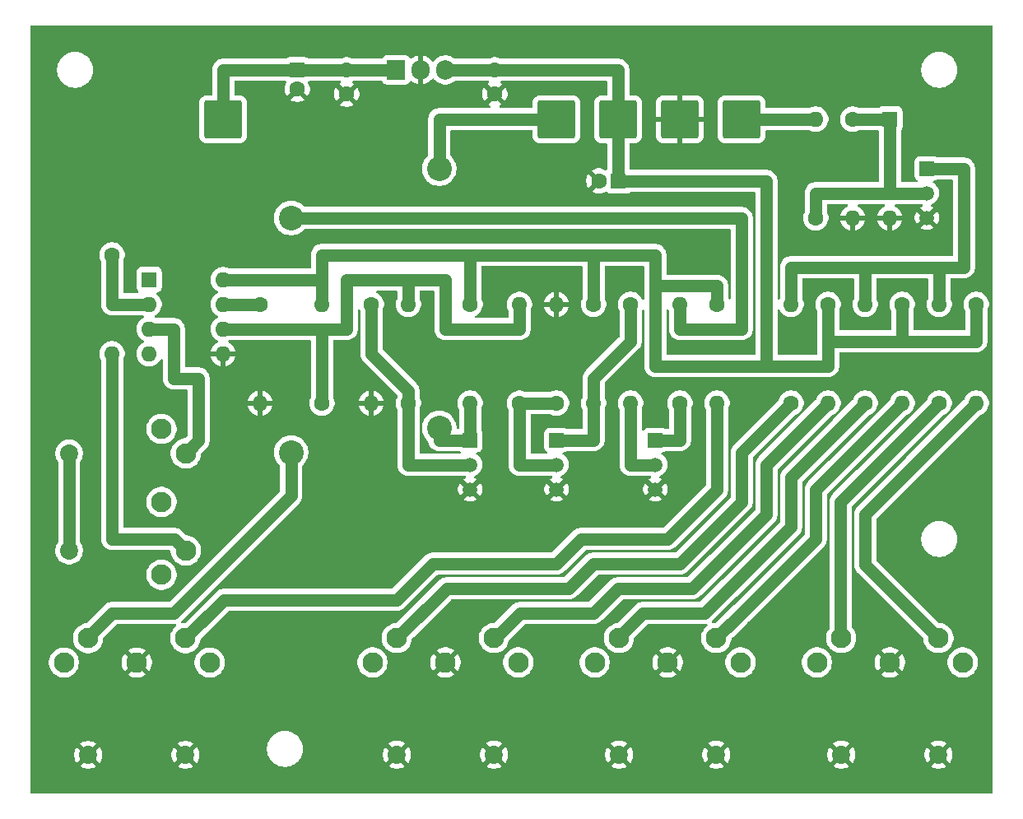
<source format=gbr>
%TF.GenerationSoftware,KiCad,Pcbnew,9.0.1-9.0.1-0~ubuntu24.04.1*%
%TF.CreationDate,2025-05-03T17:14:01+02:00*%
%TF.ProjectId,CNC-version,434e432d-7665-4727-9369-6f6e2e6b6963,rev?*%
%TF.SameCoordinates,Original*%
%TF.FileFunction,Copper,L2,Bot*%
%TF.FilePolarity,Positive*%
%FSLAX46Y46*%
G04 Gerber Fmt 4.6, Leading zero omitted, Abs format (unit mm)*
G04 Created by KiCad (PCBNEW 9.0.1-9.0.1-0~ubuntu24.04.1) date 2025-05-03 17:14:01*
%MOMM*%
%LPD*%
G01*
G04 APERTURE LIST*
G04 Aperture macros list*
%AMRoundRect*
0 Rectangle with rounded corners*
0 $1 Rounding radius*
0 $2 $3 $4 $5 $6 $7 $8 $9 X,Y pos of 4 corners*
0 Add a 4 corners polygon primitive as box body*
4,1,4,$2,$3,$4,$5,$6,$7,$8,$9,$2,$3,0*
0 Add four circle primitives for the rounded corners*
1,1,$1+$1,$2,$3*
1,1,$1+$1,$4,$5*
1,1,$1+$1,$6,$7*
1,1,$1+$1,$8,$9*
0 Add four rect primitives between the rounded corners*
20,1,$1+$1,$2,$3,$4,$5,0*
20,1,$1+$1,$4,$5,$6,$7,0*
20,1,$1+$1,$6,$7,$8,$9,0*
20,1,$1+$1,$8,$9,$2,$3,0*%
G04 Aperture macros list end*
%TA.AperFunction,ComponentPad*%
%ADD10C,1.600000*%
%TD*%
%TA.AperFunction,ComponentPad*%
%ADD11O,1.600000X1.600000*%
%TD*%
%TA.AperFunction,ComponentPad*%
%ADD12C,2.100000*%
%TD*%
%TA.AperFunction,ComponentPad*%
%ADD13C,1.860000*%
%TD*%
%TA.AperFunction,ComponentPad*%
%ADD14RoundRect,0.250002X-1.699998X-1.699998X1.699998X-1.699998X1.699998X1.699998X-1.699998X1.699998X0*%
%TD*%
%TA.AperFunction,ComponentPad*%
%ADD15R,1.905000X2.000000*%
%TD*%
%TA.AperFunction,ComponentPad*%
%ADD16O,1.905000X2.000000*%
%TD*%
%TA.AperFunction,ComponentPad*%
%ADD17R,1.500000X1.500000*%
%TD*%
%TA.AperFunction,ComponentPad*%
%ADD18C,1.500000*%
%TD*%
%TA.AperFunction,ComponentPad*%
%ADD19R,1.600000X1.600000*%
%TD*%
%TA.AperFunction,ViaPad*%
%ADD20C,2.540000*%
%TD*%
%TA.AperFunction,Conductor*%
%ADD21C,1.270000*%
%TD*%
G04 APERTURE END LIST*
D10*
%TO.P,R12,1*%
%TO.N,Net-(U1-VO2)*%
X43180000Y-52060000D03*
D11*
%TO.P,R12,2*%
%TO.N,+5V*%
X43180000Y-41900000D03*
%TD*%
D12*
%TO.P,J5,1,1*%
%TO.N,unconnected-(J5-Pad1)*%
X31630000Y-78740000D03*
%TO.P,J5,2,2*%
%TO.N,GND*%
X24130000Y-78740000D03*
%TO.P,J5,3,3*%
%TO.N,unconnected-(J5-Pad3)*%
X16630000Y-78740000D03*
%TO.P,J5,4,4*%
%TO.N,Net-(J5-Pad4)*%
X29130000Y-76240000D03*
%TO.P,J5,5,5*%
%TO.N,Net-(J5-Pad5)*%
X19130000Y-76240000D03*
D13*
%TO.P,J5,MH1,MH1*%
%TO.N,GND*%
X29130000Y-88240000D03*
%TO.P,J5,MH2,MH2*%
X19130000Y-88240000D03*
%TD*%
D14*
%TO.P,+5v,1,Pin_1*%
%TO.N,+5V*%
X73660000Y-22850000D03*
%TD*%
D12*
%TO.P,J3,1,1*%
%TO.N,unconnected-(J3-Pad1)*%
X109100000Y-78730000D03*
%TO.P,J3,2,2*%
%TO.N,GND*%
X101600000Y-78730000D03*
%TO.P,J3,3,3*%
%TO.N,unconnected-(J3-Pad3)*%
X94100000Y-78730000D03*
%TO.P,J3,4,4*%
%TO.N,Net-(J3-Pad4)*%
X106600000Y-76230000D03*
%TO.P,J3,5,5*%
%TO.N,Net-(J3-Pad5)*%
X96600000Y-76230000D03*
D13*
%TO.P,J3,MH1,MH1*%
%TO.N,GND*%
X106600000Y-88230000D03*
%TO.P,J3,MH2,MH2*%
X96600000Y-88230000D03*
%TD*%
D10*
%TO.P,R3,1*%
%TO.N,Net-(J1-Pad5)*%
X91440000Y-52060000D03*
D11*
%TO.P,R3,2*%
%TO.N,Net-(Q1-C)*%
X91440000Y-41900000D03*
%TD*%
D14*
%TO.P,+12v,1,Pin_1*%
%TO.N,Net-(+12v1-Pin_1)*%
X33020000Y-22860000D03*
%TD*%
D15*
%TO.P,U2,1,IN*%
%TO.N,Net-(+12v1-Pin_1)*%
X50800000Y-17780000D03*
D16*
%TO.P,U2,2,GND*%
%TO.N,GND*%
X53340000Y-17780000D03*
%TO.P,U2,3,OUT*%
%TO.N,+5V*%
X55880000Y-17780000D03*
%TD*%
D17*
%TO.P,Q3,1,C*%
%TO.N,Net-(Q3-C)*%
X67310000Y-55870000D03*
D18*
%TO.P,Q3,2,B*%
%TO.N,Net-(Q3-B)*%
X67310000Y-58410000D03*
%TO.P,Q3,3,E*%
%TO.N,GND*%
X67310000Y-60950000D03*
%TD*%
D10*
%TO.P,R19,1*%
%TO.N,Net-(Q4-C)*%
X80010000Y-52060000D03*
D11*
%TO.P,R19,2*%
%TO.N,Net-(J5-Pad5)*%
X80010000Y-41900000D03*
%TD*%
D19*
%TO.P,C1,1*%
%TO.N,+5V*%
X73660000Y-29210000D03*
D10*
%TO.P,C1,2*%
%TO.N,GND*%
X71660000Y-29210000D03*
%TD*%
%TO.P,R1,1*%
%TO.N,Net-(D1-K)*%
X93980000Y-33010000D03*
D11*
%TO.P,R1,2*%
%TO.N,Net-(TXD1-Pin_1)*%
X93980000Y-22850000D03*
%TD*%
D10*
%TO.P,R11,1*%
%TO.N,Net-(Q2-B)*%
X52070000Y-52060000D03*
D11*
%TO.P,R11,2*%
%TO.N,Net-(U1-VO2)*%
X52070000Y-41900000D03*
%TD*%
D10*
%TO.P,R4,1*%
%TO.N,+5V*%
X95250000Y-41900000D03*
D11*
%TO.P,R4,2*%
%TO.N,Net-(J1-Pad4)*%
X95250000Y-52060000D03*
%TD*%
D10*
%TO.P,R7,1*%
%TO.N,Net-(J3-Pad5)*%
X106680000Y-52060000D03*
D11*
%TO.P,R7,2*%
%TO.N,Net-(Q1-C)*%
X106680000Y-41900000D03*
%TD*%
D10*
%TO.P,C3,1*%
%TO.N,Net-(+12v1-Pin_1)*%
X45720000Y-17780000D03*
%TO.P,C3,2*%
%TO.N,GND*%
X45720000Y-20280000D03*
%TD*%
%TO.P,R8,1*%
%TO.N,+5V*%
X110490000Y-41900000D03*
D11*
%TO.P,R8,2*%
%TO.N,Net-(J3-Pad4)*%
X110490000Y-52060000D03*
%TD*%
D10*
%TO.P,C4,1*%
%TO.N,+5V*%
X60960000Y-17780000D03*
%TO.P,C4,2*%
%TO.N,GND*%
X60960000Y-20280000D03*
%TD*%
D19*
%TO.P,D1,1,K*%
%TO.N,Net-(D1-K)*%
X101600000Y-22850000D03*
D11*
%TO.P,D1,2,A*%
%TO.N,GND*%
X101600000Y-33010000D03*
%TD*%
D17*
%TO.P,Q1,1,C*%
%TO.N,Net-(Q1-C)*%
X105410000Y-27930000D03*
D18*
%TO.P,Q1,2,B*%
%TO.N,Net-(D1-K)*%
X105410000Y-30470000D03*
%TO.P,Q1,3,E*%
%TO.N,GND*%
X105410000Y-33010000D03*
%TD*%
D14*
%TO.P,TXD,1,Pin_1*%
%TO.N,Net-(TXD1-Pin_1)*%
X86360000Y-22850000D03*
%TD*%
D10*
%TO.P,R14,1*%
%TO.N,Net-(U1-C1)*%
X21590000Y-36820000D03*
D11*
%TO.P,R14,2*%
%TO.N,Net-(J4-Pad4)*%
X21590000Y-46980000D03*
%TD*%
D14*
%TO.P,GND,1,Pin_1*%
%TO.N,GND*%
X80010000Y-22850000D03*
%TD*%
D10*
%TO.P,R17,1*%
%TO.N,+5V*%
X71120000Y-41900000D03*
D11*
%TO.P,R17,2*%
%TO.N,Net-(Q3-C)*%
X71120000Y-52060000D03*
%TD*%
D10*
%TO.P,R18,1*%
%TO.N,Net-(Q3-C)*%
X74930000Y-41900000D03*
D11*
%TO.P,R18,2*%
%TO.N,Net-(Q4-B)*%
X74930000Y-52060000D03*
%TD*%
D10*
%TO.P,R2,1*%
%TO.N,Net-(D1-K)*%
X97790000Y-22850000D03*
D11*
%TO.P,R2,2*%
%TO.N,GND*%
X97790000Y-33010000D03*
%TD*%
D10*
%TO.P,R5,1*%
%TO.N,Net-(J2-Pad5)*%
X99060000Y-52060000D03*
D11*
%TO.P,R5,2*%
%TO.N,Net-(Q1-C)*%
X99060000Y-41900000D03*
%TD*%
D10*
%TO.P,R9,1*%
%TO.N,+5V*%
X58420000Y-41900000D03*
D11*
%TO.P,R9,2*%
%TO.N,Net-(Q2-C)*%
X58420000Y-52060000D03*
%TD*%
D10*
%TO.P,R6,1*%
%TO.N,+5V*%
X102870000Y-41900000D03*
D11*
%TO.P,R6,2*%
%TO.N,Net-(J2-Pad4)*%
X102870000Y-52060000D03*
%TD*%
D14*
%TO.P,RXD,1,Pin_1*%
%TO.N,Net-(Q2-C)*%
X67310000Y-22850000D03*
%TD*%
D12*
%TO.P,J4,1,1*%
%TO.N,unconnected-(J4-Pad1)*%
X26670000Y-69720000D03*
%TO.P,J4,2,2*%
%TO.N,unconnected-(J4-Pad2)*%
X26670000Y-62220000D03*
%TO.P,J4,3,3*%
%TO.N,unconnected-(J4-Pad3)*%
X26670000Y-54720000D03*
%TO.P,J4,4,4*%
%TO.N,Net-(J4-Pad4)*%
X29170000Y-67220000D03*
%TO.P,J4,5,5*%
%TO.N,Net-(U1-C2)*%
X29170000Y-57220000D03*
D13*
%TO.P,J4,MH1,MH1*%
%TO.N,Net-(J4-PadMH1)*%
X17170000Y-67220000D03*
%TO.P,J4,MH2,MH2*%
X17170000Y-57220000D03*
%TD*%
D10*
%TO.P,R16,1*%
%TO.N,Net-(Q3-B)*%
X67310000Y-52060000D03*
D11*
%TO.P,R16,2*%
%TO.N,GND*%
X67310000Y-41900000D03*
%TD*%
D17*
%TO.P,Q4,1,C*%
%TO.N,Net-(Q4-C)*%
X77470000Y-55870000D03*
D18*
%TO.P,Q4,2,B*%
%TO.N,Net-(Q4-B)*%
X77470000Y-58410000D03*
%TO.P,Q4,3,E*%
%TO.N,GND*%
X77470000Y-60950000D03*
%TD*%
D12*
%TO.P,J1,1,1*%
%TO.N,unconnected-(J1-Pad1)*%
X63380000Y-78730000D03*
%TO.P,J1,2,2*%
%TO.N,GND*%
X55880000Y-78730000D03*
%TO.P,J1,3,3*%
%TO.N,unconnected-(J1-Pad3)*%
X48380000Y-78730000D03*
%TO.P,J1,4,4*%
%TO.N,Net-(J1-Pad4)*%
X60880000Y-76230000D03*
%TO.P,J1,5,5*%
%TO.N,Net-(J1-Pad5)*%
X50880000Y-76230000D03*
D13*
%TO.P,J1,MH1,MH1*%
%TO.N,GND*%
X60880000Y-88230000D03*
%TO.P,J1,MH2,MH2*%
X50880000Y-88230000D03*
%TD*%
D10*
%TO.P,R20,1*%
%TO.N,+5V*%
X83820000Y-41900000D03*
D11*
%TO.P,R20,2*%
%TO.N,Net-(J5-Pad4)*%
X83820000Y-52060000D03*
%TD*%
D19*
%TO.P,C2,1*%
%TO.N,Net-(+12v1-Pin_1)*%
X40640000Y-17780000D03*
D10*
%TO.P,C2,2*%
%TO.N,GND*%
X40640000Y-19780000D03*
%TD*%
D19*
%TO.P,U1,1,NC*%
%TO.N,unconnected-(U1-NC-Pad1)*%
X25400000Y-39360000D03*
D11*
%TO.P,U1,2,C1*%
%TO.N,Net-(U1-C1)*%
X25400000Y-41900000D03*
%TO.P,U1,3,C2*%
%TO.N,Net-(U1-C2)*%
X25400000Y-44440000D03*
%TO.P,U1,4,NC*%
%TO.N,unconnected-(U1-NC-Pad4)*%
X25400000Y-46980000D03*
%TO.P,U1,5,GND*%
%TO.N,GND*%
X33020000Y-46980000D03*
%TO.P,U1,6,VO2*%
%TO.N,Net-(U1-VO2)*%
X33020000Y-44440000D03*
%TO.P,U1,7,VO1*%
%TO.N,Net-(U1-VO1)*%
X33020000Y-41900000D03*
%TO.P,U1,8,VCC*%
%TO.N,+5V*%
X33020000Y-39360000D03*
%TD*%
D10*
%TO.P,R15,1*%
%TO.N,Net-(Q3-B)*%
X63500000Y-52070000D03*
D11*
%TO.P,R15,2*%
%TO.N,Net-(U1-VO2)*%
X63500000Y-41910000D03*
%TD*%
D10*
%TO.P,R10,1*%
%TO.N,Net-(Q2-B)*%
X48260000Y-41900000D03*
D11*
%TO.P,R10,2*%
%TO.N,GND*%
X48260000Y-52060000D03*
%TD*%
D10*
%TO.P,R13,1*%
%TO.N,Net-(U1-VO1)*%
X36830000Y-41900000D03*
D11*
%TO.P,R13,2*%
%TO.N,GND*%
X36830000Y-52060000D03*
%TD*%
D12*
%TO.P,J2,1,1*%
%TO.N,unconnected-(J2-Pad1)*%
X86240000Y-78730000D03*
%TO.P,J2,2,2*%
%TO.N,GND*%
X78740000Y-78730000D03*
%TO.P,J2,3,3*%
%TO.N,unconnected-(J2-Pad3)*%
X71240000Y-78730000D03*
%TO.P,J2,4,4*%
%TO.N,Net-(J2-Pad4)*%
X83740000Y-76230000D03*
%TO.P,J2,5,5*%
%TO.N,Net-(J2-Pad5)*%
X73740000Y-76230000D03*
D13*
%TO.P,J2,MH1,MH1*%
%TO.N,GND*%
X83740000Y-88230000D03*
%TO.P,J2,MH2,MH2*%
X73740000Y-88230000D03*
%TD*%
D17*
%TO.P,Q2,1,C*%
%TO.N,Net-(Q2-C)*%
X58420000Y-55870000D03*
D18*
%TO.P,Q2,2,B*%
%TO.N,Net-(Q2-B)*%
X58420000Y-58410000D03*
%TO.P,Q2,3,E*%
%TO.N,GND*%
X58420000Y-60950000D03*
%TD*%
D20*
%TO.N,Net-(J5-Pad5)*%
X40005000Y-33020000D03*
X40005000Y-57140000D03*
%TO.N,Net-(Q2-C)*%
X55245000Y-27940000D03*
X55245000Y-54610000D03*
%TD*%
D21*
%TO.N,Net-(D1-K)*%
X105410000Y-30470000D02*
X101600000Y-30470000D01*
X93980000Y-30470000D02*
X101600000Y-30470000D01*
X101600000Y-30470000D02*
X101600000Y-22850000D01*
X101600000Y-22850000D02*
X97790000Y-22850000D01*
X93980000Y-33010000D02*
X93980000Y-30470000D01*
%TO.N,Net-(J1-Pad5)*%
X68580000Y-71110000D02*
X71120000Y-68570000D01*
X71120000Y-68570000D02*
X80010000Y-68570000D01*
X86360000Y-62220000D02*
X86360000Y-57150000D01*
X50880000Y-76230000D02*
X56000000Y-71110000D01*
X56000000Y-71110000D02*
X68580000Y-71110000D01*
X80010000Y-68570000D02*
X86360000Y-62220000D01*
X91440000Y-52060000D02*
X91440000Y-52070000D01*
X91440000Y-52070000D02*
X86360000Y-57150000D01*
%TO.N,Net-(J1-Pad4)*%
X73660000Y-71110000D02*
X81280000Y-71110000D01*
X88900000Y-58410000D02*
X95250000Y-52060000D01*
X83830000Y-68570000D02*
X88900000Y-63500000D01*
X83820000Y-68570000D02*
X83830000Y-68570000D01*
X63580000Y-73650000D02*
X71120000Y-73650000D01*
X81280000Y-71110000D02*
X83820000Y-68570000D01*
X71120000Y-73650000D02*
X73660000Y-71110000D01*
X61000000Y-76230000D02*
X63580000Y-73650000D01*
X60880000Y-76230000D02*
X61000000Y-76230000D01*
X88900000Y-63500000D02*
X88900000Y-58410000D01*
%TO.N,Net-(J2-Pad5)*%
X73740000Y-76120000D02*
X76210000Y-73650000D01*
X96520000Y-54600000D02*
X99060000Y-52060000D01*
X76210000Y-73650000D02*
X82550000Y-73650000D01*
X82550000Y-73650000D02*
X85090000Y-71110000D01*
X91440000Y-59690000D02*
X96520000Y-54610000D01*
X73740000Y-76230000D02*
X73740000Y-76120000D01*
X85100000Y-71110000D02*
X91440000Y-64770000D01*
X91440000Y-64770000D02*
X91440000Y-59690000D01*
X85090000Y-71110000D02*
X85100000Y-71110000D01*
X96520000Y-54610000D02*
X96520000Y-54600000D01*
%TO.N,Net-(J2-Pad4)*%
X86310000Y-73660000D02*
X86360000Y-73660000D01*
X93980000Y-66040000D02*
X93980000Y-60950000D01*
X86360000Y-73660000D02*
X93980000Y-66040000D01*
X83740000Y-76230000D02*
X86310000Y-73660000D01*
X93980000Y-60950000D02*
X102870000Y-52060000D01*
%TO.N,Net-(J3-Pad5)*%
X96600000Y-76230000D02*
X96520000Y-76150000D01*
X96520000Y-76150000D02*
X96520000Y-62220000D01*
X96520000Y-62220000D02*
X106680000Y-52060000D01*
%TO.N,Net-(J3-Pad4)*%
X104140000Y-58420000D02*
X104140000Y-58410000D01*
X99060000Y-63500000D02*
X104140000Y-58420000D01*
X104140000Y-58410000D02*
X110490000Y-52060000D01*
X106600000Y-76230000D02*
X99060000Y-68690000D01*
X99060000Y-68690000D02*
X99060000Y-63500000D01*
%TO.N,Net-(J4-Pad4)*%
X27980000Y-66030000D02*
X29170000Y-67220000D01*
X21590000Y-46980000D02*
X21590000Y-66030000D01*
X21590000Y-66030000D02*
X27980000Y-66030000D01*
%TO.N,Net-(U1-C2)*%
X27940000Y-44440000D02*
X25400000Y-44440000D01*
X29170000Y-57220000D02*
X30480000Y-55910000D01*
X30480000Y-49520000D02*
X27940000Y-49520000D01*
X27940000Y-49520000D02*
X27940000Y-44440000D01*
X30480000Y-55910000D02*
X30480000Y-49520000D01*
%TO.N,Net-(J5-Pad4)*%
X29130000Y-76240000D02*
X33070000Y-72300000D01*
X33070000Y-72300000D02*
X50880000Y-72300000D01*
X83820000Y-60960000D02*
X83820000Y-52060000D01*
X54610000Y-68570000D02*
X67310000Y-68570000D01*
X50880000Y-72300000D02*
X54610000Y-68570000D01*
X78750000Y-66030000D02*
X83820000Y-60960000D01*
X69850000Y-66030000D02*
X78750000Y-66030000D01*
X67310000Y-68570000D02*
X69850000Y-66030000D01*
%TO.N,Net-(J5-Pad5)*%
X19130000Y-76120000D02*
X21590000Y-73660000D01*
X40005000Y-61595000D02*
X40005000Y-57140000D01*
X86360000Y-44450000D02*
X80010000Y-44450000D01*
X27940000Y-73660000D02*
X40005000Y-61595000D01*
X21590000Y-73660000D02*
X27940000Y-73660000D01*
X19130000Y-76240000D02*
X19130000Y-76120000D01*
X40005000Y-33020000D02*
X86360000Y-33020000D01*
X80010000Y-44450000D02*
X80010000Y-41900000D01*
X86360000Y-33020000D02*
X86360000Y-44450000D01*
%TO.N,Net-(Q1-C)*%
X109220000Y-38090000D02*
X106680000Y-38090000D01*
X109220000Y-27930000D02*
X109220000Y-38090000D01*
X99060000Y-41900000D02*
X99060000Y-38090000D01*
X91440000Y-38090000D02*
X91440000Y-41900000D01*
X106680000Y-38090000D02*
X106680000Y-41900000D01*
X99060000Y-38090000D02*
X91440000Y-38090000D01*
X105410000Y-27930000D02*
X109220000Y-27930000D01*
X99060000Y-38090000D02*
X106680000Y-38090000D01*
%TO.N,Net-(Q2-B)*%
X58420000Y-58410000D02*
X52070000Y-58410000D01*
X52070000Y-50790000D02*
X52070000Y-52060000D01*
X48260000Y-46980000D02*
X52070000Y-50790000D01*
X48260000Y-41900000D02*
X48260000Y-46980000D01*
X52070000Y-58410000D02*
X52070000Y-52060000D01*
%TO.N,Net-(Q3-C)*%
X74930000Y-45710000D02*
X74930000Y-41900000D01*
X71120000Y-52060000D02*
X71120000Y-49520000D01*
X67310000Y-55870000D02*
X71120000Y-55870000D01*
X71120000Y-49520000D02*
X74930000Y-45710000D01*
X71120000Y-55870000D02*
X71120000Y-52060000D01*
%TO.N,Net-(Q3-B)*%
X67310000Y-58410000D02*
X63500000Y-58410000D01*
X67310000Y-52060000D02*
X63510000Y-52060000D01*
X63510000Y-52060000D02*
X63500000Y-52070000D01*
X63500000Y-58410000D02*
X63500000Y-52060000D01*
%TO.N,Net-(Q4-B)*%
X74930000Y-58410000D02*
X74930000Y-52060000D01*
X77470000Y-58410000D02*
X74930000Y-58410000D01*
%TO.N,Net-(Q4-C)*%
X80010000Y-55870000D02*
X80010000Y-52060000D01*
X77470000Y-55870000D02*
X80010000Y-55870000D01*
%TO.N,Net-(U1-VO2)*%
X52080000Y-39370000D02*
X55880000Y-39370000D01*
X45720000Y-44450000D02*
X43180000Y-44450000D01*
X33020000Y-44440000D02*
X40640000Y-44440000D01*
X55880000Y-44450000D02*
X63500000Y-44450000D01*
X52070000Y-39360000D02*
X45720000Y-39360000D01*
X43180000Y-49520000D02*
X43180000Y-52060000D01*
X43180000Y-44450000D02*
X43180000Y-49520000D01*
X40650000Y-44450000D02*
X43180000Y-44450000D01*
X45720000Y-39360000D02*
X45720000Y-44450000D01*
X40640000Y-44440000D02*
X40650000Y-44450000D01*
X55880000Y-39370000D02*
X55870000Y-39380000D01*
X55870000Y-39380000D02*
X55870000Y-41900000D01*
X55870000Y-41900000D02*
X55880000Y-41910000D01*
X55880000Y-41910000D02*
X55880000Y-44450000D01*
X52070000Y-41900000D02*
X52070000Y-39360000D01*
X63500000Y-44450000D02*
X63500000Y-41910000D01*
X52070000Y-39360000D02*
X52080000Y-39370000D01*
%TO.N,Net-(U1-VO1)*%
X33020000Y-41900000D02*
X36830000Y-41900000D01*
%TO.N,Net-(U1-C1)*%
X21590000Y-41900000D02*
X21590000Y-36820000D01*
X25400000Y-41900000D02*
X21590000Y-41900000D01*
%TO.N,+5V*%
X77470000Y-40005000D02*
X77470000Y-36820000D01*
X110490000Y-41900000D02*
X110490000Y-45710000D01*
X83820000Y-40005000D02*
X77470000Y-40005000D01*
X71120000Y-36820000D02*
X71120000Y-41900000D01*
X58420000Y-36820000D02*
X58420000Y-41900000D01*
X88900000Y-48250000D02*
X95250000Y-48250000D01*
X102870000Y-45710000D02*
X95250000Y-45710000D01*
X43180000Y-36820000D02*
X43180000Y-39360000D01*
X73660000Y-29210000D02*
X73660000Y-22850000D01*
X73660000Y-17780000D02*
X73660000Y-22850000D01*
X33020000Y-39360000D02*
X43180000Y-39360000D01*
X45720000Y-36820000D02*
X43180000Y-36820000D01*
X77470000Y-48250000D02*
X77470000Y-40005000D01*
X88900000Y-48250000D02*
X77470000Y-48250000D01*
X43180000Y-39360000D02*
X43180000Y-41900000D01*
X88900000Y-29210000D02*
X88900000Y-48250000D01*
X60960000Y-17780000D02*
X73660000Y-17780000D01*
X77470000Y-36820000D02*
X71120000Y-36820000D01*
X55880000Y-17780000D02*
X60960000Y-17780000D01*
X73660000Y-29210000D02*
X88900000Y-29210000D01*
X58420000Y-36820000D02*
X45720000Y-36820000D01*
X83820000Y-41900000D02*
X83820000Y-40005000D01*
X102870000Y-41900000D02*
X102870000Y-45710000D01*
X95250000Y-44440000D02*
X95250000Y-41900000D01*
X71120000Y-36820000D02*
X58420000Y-36820000D01*
X110490000Y-45710000D02*
X102870000Y-45710000D01*
X95250000Y-48250000D02*
X95250000Y-44440000D01*
%TO.N,Net-(Q2-C)*%
X58420000Y-55870000D02*
X58420000Y-52060000D01*
X55245000Y-27940000D02*
X55245000Y-22860000D01*
X55245000Y-55870000D02*
X58420000Y-55870000D01*
X55255000Y-22850000D02*
X67310000Y-22850000D01*
X55245000Y-54610000D02*
X55245000Y-55870000D01*
X55245000Y-22860000D02*
X55255000Y-22850000D01*
%TO.N,Net-(TXD1-Pin_1)*%
X93980000Y-22850000D02*
X86360000Y-22850000D01*
%TO.N,Net-(J4-PadMH1)*%
X17170000Y-57220000D02*
X17170000Y-67220000D01*
%TO.N,Net-(+12v1-Pin_1)*%
X33020000Y-22860000D02*
X33020000Y-17780000D01*
X45720000Y-17780000D02*
X40640000Y-17780000D01*
X33020000Y-17780000D02*
X40640000Y-17780000D01*
X50800000Y-17780000D02*
X45720000Y-17780000D01*
%TD*%
%TA.AperFunction,Conductor*%
%TO.N,GND*%
G36*
X112141621Y-13220502D02*
G01*
X112188114Y-13274158D01*
X112199500Y-13326500D01*
X112199500Y-92073500D01*
X112179498Y-92141621D01*
X112125842Y-92188114D01*
X112073500Y-92199500D01*
X13326500Y-92199500D01*
X13258379Y-92179498D01*
X13211886Y-92125842D01*
X13200500Y-92073500D01*
X13200500Y-88127460D01*
X17700000Y-88127460D01*
X17700000Y-88352539D01*
X17735212Y-88574864D01*
X17804765Y-88788925D01*
X17804768Y-88788931D01*
X17906954Y-88989482D01*
X17957455Y-89058990D01*
X17957456Y-89058990D01*
X18551919Y-88464527D01*
X18580563Y-88533680D01*
X18648414Y-88635227D01*
X18734773Y-88721586D01*
X18836320Y-88789437D01*
X18905471Y-88818080D01*
X18311008Y-89412543D01*
X18380517Y-89463045D01*
X18581068Y-89565231D01*
X18581074Y-89565234D01*
X18795135Y-89634787D01*
X19017460Y-89670000D01*
X19242540Y-89670000D01*
X19464864Y-89634787D01*
X19678925Y-89565234D01*
X19678931Y-89565231D01*
X19879484Y-89463044D01*
X19879486Y-89463043D01*
X19948990Y-89412544D01*
X19948991Y-89412543D01*
X19354528Y-88818080D01*
X19423680Y-88789437D01*
X19525227Y-88721586D01*
X19611586Y-88635227D01*
X19679437Y-88533680D01*
X19708080Y-88464528D01*
X20302543Y-89058991D01*
X20302544Y-89058990D01*
X20353043Y-88989486D01*
X20353044Y-88989484D01*
X20455231Y-88788931D01*
X20455234Y-88788925D01*
X20524787Y-88574864D01*
X20560000Y-88352539D01*
X20560000Y-88127460D01*
X27700000Y-88127460D01*
X27700000Y-88352539D01*
X27735212Y-88574864D01*
X27804765Y-88788925D01*
X27804768Y-88788931D01*
X27906954Y-88989482D01*
X27957455Y-89058990D01*
X27957456Y-89058990D01*
X28551919Y-88464527D01*
X28580563Y-88533680D01*
X28648414Y-88635227D01*
X28734773Y-88721586D01*
X28836320Y-88789437D01*
X28905471Y-88818080D01*
X28311008Y-89412543D01*
X28380517Y-89463045D01*
X28581068Y-89565231D01*
X28581074Y-89565234D01*
X28795135Y-89634787D01*
X29017460Y-89670000D01*
X29242540Y-89670000D01*
X29464864Y-89634787D01*
X29678925Y-89565234D01*
X29678931Y-89565231D01*
X29879484Y-89463044D01*
X29879486Y-89463043D01*
X29948990Y-89412544D01*
X29948991Y-89412543D01*
X29354528Y-88818080D01*
X29423680Y-88789437D01*
X29525227Y-88721586D01*
X29611586Y-88635227D01*
X29679437Y-88533680D01*
X29708080Y-88464528D01*
X30302543Y-89058991D01*
X30302544Y-89058990D01*
X30353043Y-88989486D01*
X30353044Y-88989484D01*
X30455231Y-88788931D01*
X30455234Y-88788925D01*
X30524787Y-88574864D01*
X30560000Y-88352539D01*
X30560000Y-88127460D01*
X30524787Y-87905135D01*
X30455234Y-87691074D01*
X30455231Y-87691068D01*
X30389361Y-87561790D01*
X30362314Y-87508709D01*
X37519500Y-87508709D01*
X37519500Y-87751290D01*
X37551160Y-87991782D01*
X37613944Y-88226095D01*
X37613945Y-88226097D01*
X37613946Y-88226100D01*
X37706776Y-88450212D01*
X37706777Y-88450213D01*
X37706782Y-88450224D01*
X37828061Y-88660285D01*
X37828063Y-88660288D01*
X37828064Y-88660289D01*
X37975735Y-88852738D01*
X37975739Y-88852742D01*
X37975744Y-88852748D01*
X38147251Y-89024255D01*
X38147256Y-89024259D01*
X38147262Y-89024265D01*
X38339711Y-89171936D01*
X38339714Y-89171938D01*
X38549775Y-89293217D01*
X38549779Y-89293218D01*
X38549788Y-89293224D01*
X38773900Y-89386054D01*
X39008211Y-89448838D01*
X39008215Y-89448838D01*
X39008217Y-89448839D01*
X39070202Y-89456999D01*
X39248712Y-89480500D01*
X39248719Y-89480500D01*
X39491281Y-89480500D01*
X39491288Y-89480500D01*
X39708637Y-89451885D01*
X39731782Y-89448839D01*
X39731782Y-89448838D01*
X39731789Y-89448838D01*
X39966100Y-89386054D01*
X40190212Y-89293224D01*
X40244545Y-89261854D01*
X40273041Y-89245403D01*
X40339709Y-89206911D01*
X40400289Y-89171936D01*
X40592738Y-89024265D01*
X40764265Y-88852738D01*
X40911936Y-88660289D01*
X41033224Y-88450212D01*
X41126054Y-88226100D01*
X41155164Y-88117460D01*
X49450000Y-88117460D01*
X49450000Y-88342539D01*
X49485212Y-88564864D01*
X49554765Y-88778925D01*
X49554768Y-88778931D01*
X49656954Y-88979482D01*
X49707455Y-89048990D01*
X49707456Y-89048990D01*
X50301919Y-88454527D01*
X50330563Y-88523680D01*
X50398414Y-88625227D01*
X50484773Y-88711586D01*
X50586320Y-88779437D01*
X50655471Y-88808080D01*
X50061008Y-89402543D01*
X50130517Y-89453045D01*
X50331068Y-89555231D01*
X50331074Y-89555234D01*
X50545135Y-89624787D01*
X50767460Y-89660000D01*
X50992540Y-89660000D01*
X51214864Y-89624787D01*
X51428925Y-89555234D01*
X51428931Y-89555231D01*
X51629484Y-89453044D01*
X51629486Y-89453043D01*
X51698990Y-89402544D01*
X51698991Y-89402543D01*
X51104528Y-88808080D01*
X51173680Y-88779437D01*
X51275227Y-88711586D01*
X51361586Y-88625227D01*
X51429437Y-88523680D01*
X51458080Y-88454528D01*
X52052543Y-89048991D01*
X52052544Y-89048990D01*
X52103043Y-88979486D01*
X52103044Y-88979484D01*
X52205231Y-88778931D01*
X52205234Y-88778925D01*
X52274787Y-88564864D01*
X52310000Y-88342539D01*
X52310000Y-88117460D01*
X59450000Y-88117460D01*
X59450000Y-88342539D01*
X59485212Y-88564864D01*
X59554765Y-88778925D01*
X59554768Y-88778931D01*
X59656954Y-88979482D01*
X59707455Y-89048990D01*
X59707456Y-89048990D01*
X60301919Y-88454527D01*
X60330563Y-88523680D01*
X60398414Y-88625227D01*
X60484773Y-88711586D01*
X60586320Y-88779437D01*
X60655471Y-88808080D01*
X60061008Y-89402543D01*
X60130517Y-89453045D01*
X60331068Y-89555231D01*
X60331074Y-89555234D01*
X60545135Y-89624787D01*
X60767460Y-89660000D01*
X60992540Y-89660000D01*
X61214864Y-89624787D01*
X61428925Y-89555234D01*
X61428931Y-89555231D01*
X61629484Y-89453044D01*
X61629486Y-89453043D01*
X61698990Y-89402544D01*
X61698991Y-89402543D01*
X61104528Y-88808080D01*
X61173680Y-88779437D01*
X61275227Y-88711586D01*
X61361586Y-88625227D01*
X61429437Y-88523680D01*
X61458080Y-88454528D01*
X62052543Y-89048991D01*
X62052544Y-89048990D01*
X62103043Y-88979486D01*
X62103044Y-88979484D01*
X62205231Y-88778931D01*
X62205234Y-88778925D01*
X62274787Y-88564864D01*
X62310000Y-88342539D01*
X62310000Y-88117460D01*
X72310000Y-88117460D01*
X72310000Y-88342539D01*
X72345212Y-88564864D01*
X72414765Y-88778925D01*
X72414768Y-88778931D01*
X72516954Y-88979482D01*
X72567455Y-89048990D01*
X72567456Y-89048990D01*
X73161919Y-88454527D01*
X73190563Y-88523680D01*
X73258414Y-88625227D01*
X73344773Y-88711586D01*
X73446320Y-88779437D01*
X73515471Y-88808080D01*
X72921008Y-89402543D01*
X72990517Y-89453045D01*
X73191068Y-89555231D01*
X73191074Y-89555234D01*
X73405135Y-89624787D01*
X73627460Y-89660000D01*
X73852540Y-89660000D01*
X74074864Y-89624787D01*
X74288925Y-89555234D01*
X74288931Y-89555231D01*
X74489484Y-89453044D01*
X74489486Y-89453043D01*
X74558990Y-89402544D01*
X74558991Y-89402543D01*
X73964528Y-88808080D01*
X74033680Y-88779437D01*
X74135227Y-88711586D01*
X74221586Y-88625227D01*
X74289437Y-88523680D01*
X74318080Y-88454528D01*
X74912543Y-89048991D01*
X74912544Y-89048990D01*
X74963043Y-88979486D01*
X74963044Y-88979484D01*
X75065231Y-88778931D01*
X75065234Y-88778925D01*
X75134787Y-88564864D01*
X75170000Y-88342539D01*
X75170000Y-88117460D01*
X82310000Y-88117460D01*
X82310000Y-88342539D01*
X82345212Y-88564864D01*
X82414765Y-88778925D01*
X82414768Y-88778931D01*
X82516954Y-88979482D01*
X82567455Y-89048990D01*
X82567456Y-89048990D01*
X83161919Y-88454527D01*
X83190563Y-88523680D01*
X83258414Y-88625227D01*
X83344773Y-88711586D01*
X83446320Y-88779437D01*
X83515471Y-88808080D01*
X82921008Y-89402543D01*
X82990517Y-89453045D01*
X83191068Y-89555231D01*
X83191074Y-89555234D01*
X83405135Y-89624787D01*
X83627460Y-89660000D01*
X83852540Y-89660000D01*
X84074864Y-89624787D01*
X84288925Y-89555234D01*
X84288931Y-89555231D01*
X84489484Y-89453044D01*
X84489486Y-89453043D01*
X84558990Y-89402544D01*
X84558991Y-89402543D01*
X83964528Y-88808080D01*
X84033680Y-88779437D01*
X84135227Y-88711586D01*
X84221586Y-88625227D01*
X84289437Y-88523680D01*
X84318080Y-88454528D01*
X84912543Y-89048991D01*
X84912544Y-89048990D01*
X84963043Y-88979486D01*
X84963044Y-88979484D01*
X85065231Y-88778931D01*
X85065234Y-88778925D01*
X85134787Y-88564864D01*
X85170000Y-88342539D01*
X85170000Y-88117460D01*
X95170000Y-88117460D01*
X95170000Y-88342539D01*
X95205212Y-88564864D01*
X95274765Y-88778925D01*
X95274768Y-88778931D01*
X95376954Y-88979482D01*
X95427455Y-89048990D01*
X95427456Y-89048990D01*
X96021919Y-88454527D01*
X96050563Y-88523680D01*
X96118414Y-88625227D01*
X96204773Y-88711586D01*
X96306320Y-88779437D01*
X96375471Y-88808080D01*
X95781008Y-89402543D01*
X95850517Y-89453045D01*
X96051068Y-89555231D01*
X96051074Y-89555234D01*
X96265135Y-89624787D01*
X96487460Y-89660000D01*
X96712540Y-89660000D01*
X96934864Y-89624787D01*
X97148925Y-89555234D01*
X97148931Y-89555231D01*
X97349484Y-89453044D01*
X97349486Y-89453043D01*
X97418990Y-89402544D01*
X97418991Y-89402543D01*
X96824528Y-88808080D01*
X96893680Y-88779437D01*
X96995227Y-88711586D01*
X97081586Y-88625227D01*
X97149437Y-88523680D01*
X97178080Y-88454528D01*
X97772543Y-89048991D01*
X97772544Y-89048990D01*
X97823043Y-88979486D01*
X97823044Y-88979484D01*
X97925231Y-88778931D01*
X97925234Y-88778925D01*
X97994787Y-88564864D01*
X98030000Y-88342539D01*
X98030000Y-88117460D01*
X105170000Y-88117460D01*
X105170000Y-88342539D01*
X105205212Y-88564864D01*
X105274765Y-88778925D01*
X105274768Y-88778931D01*
X105376954Y-88979482D01*
X105427455Y-89048990D01*
X105427456Y-89048990D01*
X106021919Y-88454527D01*
X106050563Y-88523680D01*
X106118414Y-88625227D01*
X106204773Y-88711586D01*
X106306320Y-88779437D01*
X106375471Y-88808080D01*
X105781008Y-89402543D01*
X105850517Y-89453045D01*
X106051068Y-89555231D01*
X106051074Y-89555234D01*
X106265135Y-89624787D01*
X106487460Y-89660000D01*
X106712540Y-89660000D01*
X106934864Y-89624787D01*
X107148925Y-89555234D01*
X107148931Y-89555231D01*
X107349484Y-89453044D01*
X107349486Y-89453043D01*
X107418990Y-89402544D01*
X107418991Y-89402543D01*
X106824528Y-88808080D01*
X106893680Y-88779437D01*
X106995227Y-88711586D01*
X107081586Y-88625227D01*
X107149437Y-88523680D01*
X107178080Y-88454528D01*
X107772543Y-89048991D01*
X107772544Y-89048990D01*
X107823043Y-88979486D01*
X107823044Y-88979484D01*
X107925231Y-88778931D01*
X107925234Y-88778925D01*
X107994787Y-88564864D01*
X108030000Y-88342539D01*
X108030000Y-88117460D01*
X107994787Y-87895135D01*
X107925234Y-87681074D01*
X107925231Y-87681068D01*
X107823045Y-87480517D01*
X107772543Y-87411008D01*
X107178080Y-88005471D01*
X107149437Y-87936320D01*
X107081586Y-87834773D01*
X106995227Y-87748414D01*
X106893680Y-87680563D01*
X106824527Y-87651919D01*
X107418990Y-87057456D01*
X107418990Y-87057455D01*
X107349482Y-87006954D01*
X107148931Y-86904768D01*
X107148925Y-86904765D01*
X106934864Y-86835212D01*
X106712540Y-86800000D01*
X106487460Y-86800000D01*
X106265135Y-86835212D01*
X106051074Y-86904765D01*
X106051068Y-86904768D01*
X105850513Y-87006956D01*
X105781008Y-87057454D01*
X105781008Y-87057455D01*
X106375472Y-87651918D01*
X106306320Y-87680563D01*
X106204773Y-87748414D01*
X106118414Y-87834773D01*
X106050563Y-87936320D01*
X106021919Y-88005472D01*
X105427455Y-87411008D01*
X105427454Y-87411008D01*
X105376956Y-87480513D01*
X105274768Y-87681068D01*
X105274765Y-87681074D01*
X105205212Y-87895135D01*
X105170000Y-88117460D01*
X98030000Y-88117460D01*
X97994787Y-87895135D01*
X97925234Y-87681074D01*
X97925231Y-87681068D01*
X97823045Y-87480517D01*
X97772543Y-87411008D01*
X97178080Y-88005471D01*
X97149437Y-87936320D01*
X97081586Y-87834773D01*
X96995227Y-87748414D01*
X96893680Y-87680563D01*
X96824527Y-87651919D01*
X97418990Y-87057456D01*
X97418990Y-87057455D01*
X97349482Y-87006954D01*
X97148931Y-86904768D01*
X97148925Y-86904765D01*
X96934864Y-86835212D01*
X96712540Y-86800000D01*
X96487460Y-86800000D01*
X96265135Y-86835212D01*
X96051074Y-86904765D01*
X96051068Y-86904768D01*
X95850513Y-87006956D01*
X95781008Y-87057454D01*
X95781008Y-87057455D01*
X96375472Y-87651918D01*
X96306320Y-87680563D01*
X96204773Y-87748414D01*
X96118414Y-87834773D01*
X96050563Y-87936320D01*
X96021919Y-88005472D01*
X95427455Y-87411008D01*
X95427454Y-87411008D01*
X95376956Y-87480513D01*
X95274768Y-87681068D01*
X95274765Y-87681074D01*
X95205212Y-87895135D01*
X95170000Y-88117460D01*
X85170000Y-88117460D01*
X85134787Y-87895135D01*
X85065234Y-87681074D01*
X85065231Y-87681068D01*
X84963045Y-87480517D01*
X84912543Y-87411008D01*
X84318080Y-88005471D01*
X84289437Y-87936320D01*
X84221586Y-87834773D01*
X84135227Y-87748414D01*
X84033680Y-87680563D01*
X83964527Y-87651919D01*
X84558990Y-87057456D01*
X84558990Y-87057455D01*
X84489482Y-87006954D01*
X84288931Y-86904768D01*
X84288925Y-86904765D01*
X84074864Y-86835212D01*
X83852540Y-86800000D01*
X83627460Y-86800000D01*
X83405135Y-86835212D01*
X83191074Y-86904765D01*
X83191068Y-86904768D01*
X82990513Y-87006956D01*
X82921008Y-87057454D01*
X82921008Y-87057455D01*
X83515472Y-87651918D01*
X83446320Y-87680563D01*
X83344773Y-87748414D01*
X83258414Y-87834773D01*
X83190563Y-87936320D01*
X83161919Y-88005472D01*
X82567455Y-87411008D01*
X82567454Y-87411008D01*
X82516956Y-87480513D01*
X82414768Y-87681068D01*
X82414765Y-87681074D01*
X82345212Y-87895135D01*
X82310000Y-88117460D01*
X75170000Y-88117460D01*
X75134787Y-87895135D01*
X75065234Y-87681074D01*
X75065231Y-87681068D01*
X74963045Y-87480517D01*
X74912543Y-87411008D01*
X74318080Y-88005471D01*
X74289437Y-87936320D01*
X74221586Y-87834773D01*
X74135227Y-87748414D01*
X74033680Y-87680563D01*
X73964527Y-87651919D01*
X74558990Y-87057456D01*
X74558990Y-87057455D01*
X74489482Y-87006954D01*
X74288931Y-86904768D01*
X74288925Y-86904765D01*
X74074864Y-86835212D01*
X73852540Y-86800000D01*
X73627460Y-86800000D01*
X73405135Y-86835212D01*
X73191074Y-86904765D01*
X73191068Y-86904768D01*
X72990513Y-87006956D01*
X72921008Y-87057454D01*
X72921008Y-87057455D01*
X73515472Y-87651918D01*
X73446320Y-87680563D01*
X73344773Y-87748414D01*
X73258414Y-87834773D01*
X73190563Y-87936320D01*
X73161919Y-88005472D01*
X72567455Y-87411008D01*
X72567454Y-87411008D01*
X72516956Y-87480513D01*
X72414768Y-87681068D01*
X72414765Y-87681074D01*
X72345212Y-87895135D01*
X72310000Y-88117460D01*
X62310000Y-88117460D01*
X62274787Y-87895135D01*
X62205234Y-87681074D01*
X62205231Y-87681068D01*
X62103045Y-87480517D01*
X62052543Y-87411008D01*
X61458080Y-88005471D01*
X61429437Y-87936320D01*
X61361586Y-87834773D01*
X61275227Y-87748414D01*
X61173680Y-87680563D01*
X61104527Y-87651919D01*
X61698990Y-87057456D01*
X61698990Y-87057455D01*
X61629482Y-87006954D01*
X61428931Y-86904768D01*
X61428925Y-86904765D01*
X61214864Y-86835212D01*
X60992540Y-86800000D01*
X60767460Y-86800000D01*
X60545135Y-86835212D01*
X60331074Y-86904765D01*
X60331068Y-86904768D01*
X60130513Y-87006956D01*
X60061008Y-87057454D01*
X60061008Y-87057455D01*
X60655472Y-87651918D01*
X60586320Y-87680563D01*
X60484773Y-87748414D01*
X60398414Y-87834773D01*
X60330563Y-87936320D01*
X60301919Y-88005472D01*
X59707455Y-87411008D01*
X59707454Y-87411008D01*
X59656956Y-87480513D01*
X59554768Y-87681068D01*
X59554765Y-87681074D01*
X59485212Y-87895135D01*
X59450000Y-88117460D01*
X52310000Y-88117460D01*
X52274787Y-87895135D01*
X52205234Y-87681074D01*
X52205231Y-87681068D01*
X52103045Y-87480517D01*
X52052543Y-87411008D01*
X51458080Y-88005471D01*
X51429437Y-87936320D01*
X51361586Y-87834773D01*
X51275227Y-87748414D01*
X51173680Y-87680563D01*
X51104527Y-87651919D01*
X51698990Y-87057456D01*
X51698990Y-87057455D01*
X51629482Y-87006954D01*
X51428931Y-86904768D01*
X51428925Y-86904765D01*
X51214864Y-86835212D01*
X50992540Y-86800000D01*
X50767460Y-86800000D01*
X50545135Y-86835212D01*
X50331074Y-86904765D01*
X50331068Y-86904768D01*
X50130513Y-87006956D01*
X50061008Y-87057454D01*
X50061008Y-87057455D01*
X50655472Y-87651918D01*
X50586320Y-87680563D01*
X50484773Y-87748414D01*
X50398414Y-87834773D01*
X50330563Y-87936320D01*
X50301919Y-88005472D01*
X49707455Y-87411008D01*
X49707454Y-87411008D01*
X49656956Y-87480513D01*
X49554768Y-87681068D01*
X49554765Y-87681074D01*
X49485212Y-87895135D01*
X49450000Y-88117460D01*
X41155164Y-88117460D01*
X41188838Y-87991789D01*
X41220500Y-87751288D01*
X41220500Y-87508712D01*
X41188838Y-87268211D01*
X41126054Y-87033900D01*
X41033224Y-86809788D01*
X41033218Y-86809779D01*
X41033217Y-86809775D01*
X40911938Y-86599714D01*
X40911936Y-86599711D01*
X40764265Y-86407262D01*
X40764259Y-86407256D01*
X40764255Y-86407251D01*
X40592748Y-86235744D01*
X40592742Y-86235739D01*
X40592738Y-86235735D01*
X40400289Y-86088064D01*
X40400288Y-86088063D01*
X40400285Y-86088061D01*
X40190224Y-85966782D01*
X40190216Y-85966778D01*
X40190212Y-85966776D01*
X39966100Y-85873946D01*
X39966097Y-85873945D01*
X39966095Y-85873944D01*
X39731782Y-85811160D01*
X39491290Y-85779500D01*
X39491288Y-85779500D01*
X39248712Y-85779500D01*
X39248709Y-85779500D01*
X39008217Y-85811160D01*
X38773904Y-85873944D01*
X38773900Y-85873946D01*
X38549786Y-85966777D01*
X38549775Y-85966782D01*
X38339714Y-86088061D01*
X38147262Y-86235735D01*
X38147251Y-86235744D01*
X37975744Y-86407251D01*
X37975735Y-86407262D01*
X37828061Y-86599714D01*
X37706782Y-86809775D01*
X37706777Y-86809786D01*
X37613946Y-87033900D01*
X37613944Y-87033904D01*
X37551160Y-87268217D01*
X37519500Y-87508709D01*
X30362314Y-87508709D01*
X30353045Y-87490517D01*
X30302543Y-87421008D01*
X29708080Y-88015471D01*
X29679437Y-87946320D01*
X29611586Y-87844773D01*
X29525227Y-87758414D01*
X29423680Y-87690563D01*
X29354527Y-87661919D01*
X29948990Y-87067456D01*
X29948990Y-87067455D01*
X29879482Y-87016954D01*
X29678931Y-86914768D01*
X29678925Y-86914765D01*
X29464864Y-86845212D01*
X29242540Y-86810000D01*
X29017460Y-86810000D01*
X28795135Y-86845212D01*
X28581074Y-86914765D01*
X28581068Y-86914768D01*
X28380513Y-87016956D01*
X28311008Y-87067454D01*
X28311008Y-87067455D01*
X28905472Y-87661918D01*
X28836320Y-87690563D01*
X28734773Y-87758414D01*
X28648414Y-87844773D01*
X28580563Y-87946320D01*
X28551919Y-88015472D01*
X27957455Y-87421008D01*
X27957454Y-87421008D01*
X27906956Y-87490513D01*
X27804768Y-87691068D01*
X27804765Y-87691074D01*
X27735212Y-87905135D01*
X27700000Y-88127460D01*
X20560000Y-88127460D01*
X20524787Y-87905135D01*
X20455234Y-87691074D01*
X20455231Y-87691068D01*
X20353045Y-87490517D01*
X20302543Y-87421008D01*
X19708080Y-88015471D01*
X19679437Y-87946320D01*
X19611586Y-87844773D01*
X19525227Y-87758414D01*
X19423680Y-87690563D01*
X19354527Y-87661919D01*
X19948990Y-87067456D01*
X19948990Y-87067455D01*
X19879482Y-87016954D01*
X19678931Y-86914768D01*
X19678925Y-86914765D01*
X19464864Y-86845212D01*
X19242540Y-86810000D01*
X19017460Y-86810000D01*
X18795135Y-86845212D01*
X18581074Y-86914765D01*
X18581068Y-86914768D01*
X18380513Y-87016956D01*
X18311008Y-87067454D01*
X18311008Y-87067455D01*
X18905472Y-87661918D01*
X18836320Y-87690563D01*
X18734773Y-87758414D01*
X18648414Y-87844773D01*
X18580563Y-87946320D01*
X18551919Y-88015472D01*
X17957455Y-87421008D01*
X17957454Y-87421008D01*
X17906956Y-87490513D01*
X17804768Y-87691068D01*
X17804765Y-87691074D01*
X17735212Y-87905135D01*
X17700000Y-88127460D01*
X13200500Y-88127460D01*
X13200500Y-78617973D01*
X15079500Y-78617973D01*
X15079500Y-78862027D01*
X15116096Y-79093080D01*
X15117680Y-79103080D01*
X15193033Y-79334993D01*
X15193096Y-79335185D01*
X15303894Y-79552639D01*
X15447345Y-79750083D01*
X15447347Y-79750085D01*
X15447349Y-79750088D01*
X15619911Y-79922650D01*
X15619914Y-79922652D01*
X15619917Y-79922655D01*
X15817361Y-80066106D01*
X16034815Y-80176904D01*
X16266924Y-80252321D01*
X16507973Y-80290500D01*
X16507976Y-80290500D01*
X16752024Y-80290500D01*
X16752027Y-80290500D01*
X16993076Y-80252321D01*
X17225185Y-80176904D01*
X17442639Y-80066106D01*
X17640083Y-79922655D01*
X17650088Y-79912650D01*
X17701401Y-79861338D01*
X17812650Y-79750088D01*
X17812655Y-79750083D01*
X17956106Y-79552639D01*
X18066904Y-79335185D01*
X18142321Y-79103076D01*
X18180500Y-78862027D01*
X18180500Y-78618015D01*
X22580000Y-78618015D01*
X22580000Y-78861984D01*
X22618167Y-79102962D01*
X22693559Y-79334993D01*
X22693560Y-79334995D01*
X22804323Y-79552380D01*
X22871543Y-79644901D01*
X22871545Y-79644901D01*
X23490690Y-79025756D01*
X23509668Y-79071574D01*
X23586274Y-79186224D01*
X23683776Y-79283726D01*
X23798426Y-79360332D01*
X23844241Y-79379309D01*
X23225097Y-79998453D01*
X23225097Y-79998455D01*
X23317619Y-80065676D01*
X23535004Y-80176439D01*
X23535006Y-80176440D01*
X23767037Y-80251832D01*
X24008015Y-80290000D01*
X24251985Y-80290000D01*
X24492962Y-80251832D01*
X24724993Y-80176440D01*
X24724995Y-80176439D01*
X24942376Y-80065678D01*
X25034901Y-79998454D01*
X25034901Y-79998453D01*
X24415757Y-79379309D01*
X24461574Y-79360332D01*
X24576224Y-79283726D01*
X24673726Y-79186224D01*
X24750332Y-79071574D01*
X24769309Y-79025757D01*
X25388453Y-79644901D01*
X25388454Y-79644901D01*
X25455678Y-79552376D01*
X25566439Y-79334995D01*
X25566440Y-79334993D01*
X25641832Y-79102962D01*
X25680000Y-78861984D01*
X25680000Y-78618015D01*
X25679993Y-78617973D01*
X30079500Y-78617973D01*
X30079500Y-78862027D01*
X30116096Y-79093080D01*
X30117680Y-79103080D01*
X30193033Y-79334993D01*
X30193096Y-79335185D01*
X30303894Y-79552639D01*
X30447345Y-79750083D01*
X30447347Y-79750085D01*
X30447349Y-79750088D01*
X30619911Y-79922650D01*
X30619914Y-79922652D01*
X30619917Y-79922655D01*
X30817361Y-80066106D01*
X31034815Y-80176904D01*
X31266924Y-80252321D01*
X31507973Y-80290500D01*
X31507976Y-80290500D01*
X31752024Y-80290500D01*
X31752027Y-80290500D01*
X31993076Y-80252321D01*
X32225185Y-80176904D01*
X32442639Y-80066106D01*
X32640083Y-79922655D01*
X32812655Y-79750083D01*
X32956106Y-79552639D01*
X33066904Y-79335185D01*
X33142321Y-79103076D01*
X33180500Y-78862027D01*
X33180500Y-78617973D01*
X33178916Y-78607973D01*
X46829500Y-78607973D01*
X46829500Y-78852027D01*
X46866171Y-79083553D01*
X46867680Y-79093080D01*
X46943033Y-79324993D01*
X46943096Y-79325185D01*
X47053894Y-79542639D01*
X47053896Y-79542642D01*
X47089361Y-79591455D01*
X47197345Y-79740083D01*
X47197347Y-79740085D01*
X47197349Y-79740088D01*
X47369911Y-79912650D01*
X47369914Y-79912652D01*
X47369917Y-79912655D01*
X47567361Y-80056106D01*
X47784815Y-80166904D01*
X48016924Y-80242321D01*
X48257973Y-80280500D01*
X48257976Y-80280500D01*
X48502024Y-80280500D01*
X48502027Y-80280500D01*
X48743076Y-80242321D01*
X48975185Y-80166904D01*
X49192639Y-80056106D01*
X49390083Y-79912655D01*
X49390088Y-79912650D01*
X49451401Y-79851338D01*
X49562650Y-79740088D01*
X49562655Y-79740083D01*
X49706106Y-79542639D01*
X49816904Y-79325185D01*
X49892321Y-79093076D01*
X49930500Y-78852027D01*
X49930500Y-78608015D01*
X54330000Y-78608015D01*
X54330000Y-78851984D01*
X54368167Y-79092962D01*
X54443559Y-79324993D01*
X54443560Y-79324995D01*
X54554323Y-79542380D01*
X54621543Y-79634901D01*
X54621545Y-79634901D01*
X55240690Y-79015756D01*
X55259668Y-79061574D01*
X55336274Y-79176224D01*
X55433776Y-79273726D01*
X55548426Y-79350332D01*
X55594241Y-79369309D01*
X54975097Y-79988453D01*
X54975097Y-79988455D01*
X55067619Y-80055676D01*
X55285004Y-80166439D01*
X55285006Y-80166440D01*
X55517037Y-80241832D01*
X55758015Y-80280000D01*
X56001985Y-80280000D01*
X56242962Y-80241832D01*
X56474993Y-80166440D01*
X56474995Y-80166439D01*
X56692376Y-80055678D01*
X56784901Y-79988454D01*
X56784901Y-79988453D01*
X56165757Y-79369309D01*
X56211574Y-79350332D01*
X56326224Y-79273726D01*
X56423726Y-79176224D01*
X56500332Y-79061574D01*
X56519309Y-79015757D01*
X57138453Y-79634901D01*
X57138454Y-79634901D01*
X57205678Y-79542376D01*
X57316439Y-79324995D01*
X57316440Y-79324993D01*
X57391832Y-79092962D01*
X57430000Y-78851984D01*
X57430000Y-78608015D01*
X57429993Y-78607973D01*
X61829500Y-78607973D01*
X61829500Y-78852027D01*
X61866171Y-79083553D01*
X61867680Y-79093080D01*
X61943033Y-79324993D01*
X61943096Y-79325185D01*
X62053894Y-79542639D01*
X62053896Y-79542642D01*
X62089361Y-79591455D01*
X62197345Y-79740083D01*
X62197347Y-79740085D01*
X62197349Y-79740088D01*
X62369911Y-79912650D01*
X62369914Y-79912652D01*
X62369917Y-79912655D01*
X62567361Y-80056106D01*
X62784815Y-80166904D01*
X63016924Y-80242321D01*
X63257973Y-80280500D01*
X63257976Y-80280500D01*
X63502024Y-80280500D01*
X63502027Y-80280500D01*
X63743076Y-80242321D01*
X63975185Y-80166904D01*
X64192639Y-80056106D01*
X64390083Y-79912655D01*
X64562655Y-79740083D01*
X64706106Y-79542639D01*
X64816904Y-79325185D01*
X64892321Y-79093076D01*
X64930500Y-78852027D01*
X64930500Y-78607973D01*
X69689500Y-78607973D01*
X69689500Y-78852027D01*
X69726171Y-79083553D01*
X69727680Y-79093080D01*
X69803033Y-79324993D01*
X69803096Y-79325185D01*
X69913894Y-79542639D01*
X69913896Y-79542642D01*
X69949361Y-79591455D01*
X70057345Y-79740083D01*
X70057347Y-79740085D01*
X70057349Y-79740088D01*
X70229911Y-79912650D01*
X70229914Y-79912652D01*
X70229917Y-79912655D01*
X70427361Y-80056106D01*
X70644815Y-80166904D01*
X70876924Y-80242321D01*
X71117973Y-80280500D01*
X71117976Y-80280500D01*
X71362024Y-80280500D01*
X71362027Y-80280500D01*
X71603076Y-80242321D01*
X71835185Y-80166904D01*
X72052639Y-80056106D01*
X72250083Y-79912655D01*
X72250088Y-79912650D01*
X72311401Y-79851338D01*
X72422650Y-79740088D01*
X72422655Y-79740083D01*
X72566106Y-79542639D01*
X72676904Y-79325185D01*
X72752321Y-79093076D01*
X72790500Y-78852027D01*
X72790500Y-78608015D01*
X77190000Y-78608015D01*
X77190000Y-78851984D01*
X77228167Y-79092962D01*
X77303559Y-79324993D01*
X77303560Y-79324995D01*
X77414323Y-79542380D01*
X77481543Y-79634901D01*
X77481545Y-79634901D01*
X78100690Y-79015756D01*
X78119668Y-79061574D01*
X78196274Y-79176224D01*
X78293776Y-79273726D01*
X78408426Y-79350332D01*
X78454241Y-79369309D01*
X77835097Y-79988453D01*
X77835097Y-79988455D01*
X77927619Y-80055676D01*
X78145004Y-80166439D01*
X78145006Y-80166440D01*
X78377037Y-80241832D01*
X78618015Y-80280000D01*
X78861985Y-80280000D01*
X79102962Y-80241832D01*
X79334993Y-80166440D01*
X79334995Y-80166439D01*
X79552376Y-80055678D01*
X79644901Y-79988454D01*
X79644901Y-79988453D01*
X79025757Y-79369309D01*
X79071574Y-79350332D01*
X79186224Y-79273726D01*
X79283726Y-79176224D01*
X79360332Y-79061574D01*
X79379309Y-79015757D01*
X79998453Y-79634901D01*
X79998454Y-79634901D01*
X80065678Y-79542376D01*
X80176439Y-79324995D01*
X80176440Y-79324993D01*
X80251832Y-79092962D01*
X80290000Y-78851984D01*
X80290000Y-78608015D01*
X80289993Y-78607973D01*
X84689500Y-78607973D01*
X84689500Y-78852027D01*
X84726171Y-79083553D01*
X84727680Y-79093080D01*
X84803033Y-79324993D01*
X84803096Y-79325185D01*
X84913894Y-79542639D01*
X84913896Y-79542642D01*
X84949361Y-79591455D01*
X85057345Y-79740083D01*
X85057347Y-79740085D01*
X85057349Y-79740088D01*
X85229911Y-79912650D01*
X85229914Y-79912652D01*
X85229917Y-79912655D01*
X85427361Y-80056106D01*
X85644815Y-80166904D01*
X85876924Y-80242321D01*
X86117973Y-80280500D01*
X86117976Y-80280500D01*
X86362024Y-80280500D01*
X86362027Y-80280500D01*
X86603076Y-80242321D01*
X86835185Y-80166904D01*
X87052639Y-80056106D01*
X87250083Y-79912655D01*
X87422655Y-79740083D01*
X87566106Y-79542639D01*
X87676904Y-79325185D01*
X87752321Y-79093076D01*
X87790500Y-78852027D01*
X87790500Y-78607973D01*
X92549500Y-78607973D01*
X92549500Y-78852027D01*
X92586171Y-79083553D01*
X92587680Y-79093080D01*
X92663033Y-79324993D01*
X92663096Y-79325185D01*
X92773894Y-79542639D01*
X92773896Y-79542642D01*
X92809361Y-79591455D01*
X92917345Y-79740083D01*
X92917347Y-79740085D01*
X92917349Y-79740088D01*
X93089911Y-79912650D01*
X93089914Y-79912652D01*
X93089917Y-79912655D01*
X93287361Y-80056106D01*
X93504815Y-80166904D01*
X93736924Y-80242321D01*
X93977973Y-80280500D01*
X93977976Y-80280500D01*
X94222024Y-80280500D01*
X94222027Y-80280500D01*
X94463076Y-80242321D01*
X94695185Y-80166904D01*
X94912639Y-80056106D01*
X95110083Y-79912655D01*
X95110088Y-79912650D01*
X95171401Y-79851338D01*
X95282650Y-79740088D01*
X95282655Y-79740083D01*
X95426106Y-79542639D01*
X95536904Y-79325185D01*
X95612321Y-79093076D01*
X95650500Y-78852027D01*
X95650500Y-78608015D01*
X100050000Y-78608015D01*
X100050000Y-78851984D01*
X100088167Y-79092962D01*
X100163559Y-79324993D01*
X100163560Y-79324995D01*
X100274323Y-79542380D01*
X100341543Y-79634901D01*
X100341545Y-79634901D01*
X100960690Y-79015756D01*
X100979668Y-79061574D01*
X101056274Y-79176224D01*
X101153776Y-79273726D01*
X101268426Y-79350332D01*
X101314241Y-79369309D01*
X100695097Y-79988453D01*
X100695097Y-79988455D01*
X100787619Y-80055676D01*
X101005004Y-80166439D01*
X101005006Y-80166440D01*
X101237037Y-80241832D01*
X101478015Y-80280000D01*
X101721985Y-80280000D01*
X101962962Y-80241832D01*
X102194993Y-80166440D01*
X102194995Y-80166439D01*
X102412376Y-80055678D01*
X102504901Y-79988454D01*
X102504901Y-79988453D01*
X101885757Y-79369309D01*
X101931574Y-79350332D01*
X102046224Y-79273726D01*
X102143726Y-79176224D01*
X102220332Y-79061574D01*
X102239309Y-79015757D01*
X102858453Y-79634901D01*
X102858454Y-79634901D01*
X102925678Y-79542376D01*
X103036439Y-79324995D01*
X103036440Y-79324993D01*
X103111832Y-79092962D01*
X103150000Y-78851984D01*
X103150000Y-78608015D01*
X103149993Y-78607973D01*
X107549500Y-78607973D01*
X107549500Y-78852027D01*
X107586171Y-79083553D01*
X107587680Y-79093080D01*
X107663033Y-79324993D01*
X107663096Y-79325185D01*
X107773894Y-79542639D01*
X107773896Y-79542642D01*
X107809361Y-79591455D01*
X107917345Y-79740083D01*
X107917347Y-79740085D01*
X107917349Y-79740088D01*
X108089911Y-79912650D01*
X108089914Y-79912652D01*
X108089917Y-79912655D01*
X108287361Y-80056106D01*
X108504815Y-80166904D01*
X108736924Y-80242321D01*
X108977973Y-80280500D01*
X108977976Y-80280500D01*
X109222024Y-80280500D01*
X109222027Y-80280500D01*
X109463076Y-80242321D01*
X109695185Y-80166904D01*
X109912639Y-80056106D01*
X110110083Y-79912655D01*
X110282655Y-79740083D01*
X110426106Y-79542639D01*
X110536904Y-79325185D01*
X110612321Y-79093076D01*
X110650500Y-78852027D01*
X110650500Y-78607973D01*
X110612321Y-78366924D01*
X110536904Y-78134815D01*
X110426106Y-77917361D01*
X110282655Y-77719917D01*
X110282652Y-77719914D01*
X110282650Y-77719911D01*
X110110088Y-77547349D01*
X110110085Y-77547347D01*
X110110083Y-77547345D01*
X109945308Y-77427629D01*
X109912642Y-77403896D01*
X109912641Y-77403895D01*
X109912639Y-77403894D01*
X109695185Y-77293096D01*
X109695182Y-77293095D01*
X109695180Y-77293094D01*
X109463080Y-77217680D01*
X109463078Y-77217679D01*
X109463076Y-77217679D01*
X109222027Y-77179500D01*
X108977973Y-77179500D01*
X108736924Y-77217679D01*
X108736922Y-77217679D01*
X108736919Y-77217680D01*
X108504819Y-77293094D01*
X108504813Y-77293097D01*
X108287357Y-77403896D01*
X108089914Y-77547347D01*
X108089911Y-77547349D01*
X107917349Y-77719911D01*
X107917347Y-77719914D01*
X107773896Y-77917357D01*
X107663097Y-78134813D01*
X107663094Y-78134819D01*
X107587680Y-78366919D01*
X107587679Y-78366922D01*
X107587679Y-78366924D01*
X107549500Y-78607973D01*
X103149993Y-78607973D01*
X103111832Y-78367037D01*
X103036440Y-78135006D01*
X103036439Y-78135004D01*
X102925676Y-77917619D01*
X102858455Y-77825097D01*
X102858453Y-77825097D01*
X102239309Y-78444241D01*
X102220332Y-78398426D01*
X102143726Y-78283776D01*
X102046224Y-78186274D01*
X101931574Y-78109668D01*
X101885756Y-78090690D01*
X102504901Y-77471545D01*
X102504901Y-77471543D01*
X102412380Y-77404323D01*
X102194995Y-77293560D01*
X102194993Y-77293559D01*
X101962962Y-77218167D01*
X101721985Y-77180000D01*
X101478015Y-77180000D01*
X101237037Y-77218167D01*
X101005006Y-77293559D01*
X101005004Y-77293560D01*
X100787624Y-77404320D01*
X100787623Y-77404321D01*
X100695097Y-77471544D01*
X100695097Y-77471545D01*
X101314242Y-78090690D01*
X101268426Y-78109668D01*
X101153776Y-78186274D01*
X101056274Y-78283776D01*
X100979668Y-78398426D01*
X100960690Y-78444242D01*
X100341545Y-77825097D01*
X100341544Y-77825097D01*
X100274321Y-77917623D01*
X100274320Y-77917624D01*
X100163560Y-78135004D01*
X100163559Y-78135006D01*
X100088167Y-78367037D01*
X100050000Y-78608015D01*
X95650500Y-78608015D01*
X95650500Y-78607973D01*
X95612321Y-78366924D01*
X95536904Y-78134815D01*
X95426106Y-77917361D01*
X95282655Y-77719917D01*
X95282652Y-77719914D01*
X95282650Y-77719911D01*
X95110088Y-77547349D01*
X95110085Y-77547347D01*
X95110083Y-77547345D01*
X94945308Y-77427629D01*
X94912642Y-77403896D01*
X94912641Y-77403895D01*
X94912639Y-77403894D01*
X94695185Y-77293096D01*
X94695182Y-77293095D01*
X94695180Y-77293094D01*
X94463080Y-77217680D01*
X94463078Y-77217679D01*
X94463076Y-77217679D01*
X94222027Y-77179500D01*
X93977973Y-77179500D01*
X93736924Y-77217679D01*
X93736922Y-77217679D01*
X93736919Y-77217680D01*
X93504819Y-77293094D01*
X93504813Y-77293097D01*
X93287357Y-77403896D01*
X93089914Y-77547347D01*
X93089911Y-77547349D01*
X92917349Y-77719911D01*
X92917347Y-77719914D01*
X92773896Y-77917357D01*
X92663097Y-78134813D01*
X92663094Y-78134819D01*
X92587680Y-78366919D01*
X92587679Y-78366922D01*
X92587679Y-78366924D01*
X92549500Y-78607973D01*
X87790500Y-78607973D01*
X87752321Y-78366924D01*
X87676904Y-78134815D01*
X87566106Y-77917361D01*
X87422655Y-77719917D01*
X87422652Y-77719914D01*
X87422650Y-77719911D01*
X87250088Y-77547349D01*
X87250085Y-77547347D01*
X87250083Y-77547345D01*
X87085308Y-77427629D01*
X87052642Y-77403896D01*
X87052641Y-77403895D01*
X87052639Y-77403894D01*
X86835185Y-77293096D01*
X86835182Y-77293095D01*
X86835180Y-77293094D01*
X86603080Y-77217680D01*
X86603078Y-77217679D01*
X86603076Y-77217679D01*
X86362027Y-77179500D01*
X86117973Y-77179500D01*
X85876924Y-77217679D01*
X85876922Y-77217679D01*
X85876919Y-77217680D01*
X85644819Y-77293094D01*
X85644813Y-77293097D01*
X85427357Y-77403896D01*
X85229914Y-77547347D01*
X85229911Y-77547349D01*
X85057349Y-77719911D01*
X85057347Y-77719914D01*
X84913896Y-77917357D01*
X84803097Y-78134813D01*
X84803094Y-78134819D01*
X84727680Y-78366919D01*
X84727679Y-78366922D01*
X84727679Y-78366924D01*
X84689500Y-78607973D01*
X80289993Y-78607973D01*
X80251832Y-78367037D01*
X80176440Y-78135006D01*
X80176439Y-78135004D01*
X80065676Y-77917619D01*
X79998455Y-77825097D01*
X79998453Y-77825097D01*
X79379309Y-78444241D01*
X79360332Y-78398426D01*
X79283726Y-78283776D01*
X79186224Y-78186274D01*
X79071574Y-78109668D01*
X79025756Y-78090690D01*
X79644901Y-77471545D01*
X79644901Y-77471543D01*
X79552380Y-77404323D01*
X79334995Y-77293560D01*
X79334993Y-77293559D01*
X79102962Y-77218167D01*
X78861985Y-77180000D01*
X78618015Y-77180000D01*
X78377037Y-77218167D01*
X78145006Y-77293559D01*
X78145004Y-77293560D01*
X77927624Y-77404320D01*
X77927623Y-77404321D01*
X77835097Y-77471544D01*
X77835097Y-77471545D01*
X78454242Y-78090690D01*
X78408426Y-78109668D01*
X78293776Y-78186274D01*
X78196274Y-78283776D01*
X78119668Y-78398426D01*
X78100690Y-78444242D01*
X77481545Y-77825097D01*
X77481544Y-77825097D01*
X77414321Y-77917623D01*
X77414320Y-77917624D01*
X77303560Y-78135004D01*
X77303559Y-78135006D01*
X77228167Y-78367037D01*
X77190000Y-78608015D01*
X72790500Y-78608015D01*
X72790500Y-78607973D01*
X72752321Y-78366924D01*
X72676904Y-78134815D01*
X72566106Y-77917361D01*
X72422655Y-77719917D01*
X72422652Y-77719914D01*
X72422650Y-77719911D01*
X72250088Y-77547349D01*
X72250085Y-77547347D01*
X72250083Y-77547345D01*
X72085308Y-77427629D01*
X72052642Y-77403896D01*
X72052641Y-77403895D01*
X72052639Y-77403894D01*
X71835185Y-77293096D01*
X71835182Y-77293095D01*
X71835180Y-77293094D01*
X71603080Y-77217680D01*
X71603078Y-77217679D01*
X71603076Y-77217679D01*
X71362027Y-77179500D01*
X71117973Y-77179500D01*
X70876924Y-77217679D01*
X70876922Y-77217679D01*
X70876919Y-77217680D01*
X70644819Y-77293094D01*
X70644813Y-77293097D01*
X70427357Y-77403896D01*
X70229914Y-77547347D01*
X70229911Y-77547349D01*
X70057349Y-77719911D01*
X70057347Y-77719914D01*
X69913896Y-77917357D01*
X69803097Y-78134813D01*
X69803094Y-78134819D01*
X69727680Y-78366919D01*
X69727679Y-78366922D01*
X69727679Y-78366924D01*
X69689500Y-78607973D01*
X64930500Y-78607973D01*
X64892321Y-78366924D01*
X64816904Y-78134815D01*
X64706106Y-77917361D01*
X64562655Y-77719917D01*
X64562652Y-77719914D01*
X64562650Y-77719911D01*
X64390088Y-77547349D01*
X64390085Y-77547347D01*
X64390083Y-77547345D01*
X64225308Y-77427629D01*
X64192642Y-77403896D01*
X64192641Y-77403895D01*
X64192639Y-77403894D01*
X63975185Y-77293096D01*
X63975182Y-77293095D01*
X63975180Y-77293094D01*
X63743080Y-77217680D01*
X63743078Y-77217679D01*
X63743076Y-77217679D01*
X63502027Y-77179500D01*
X63257973Y-77179500D01*
X63016924Y-77217679D01*
X63016922Y-77217679D01*
X63016919Y-77217680D01*
X62784819Y-77293094D01*
X62784813Y-77293097D01*
X62567357Y-77403896D01*
X62369914Y-77547347D01*
X62369911Y-77547349D01*
X62197349Y-77719911D01*
X62197347Y-77719914D01*
X62053896Y-77917357D01*
X61943097Y-78134813D01*
X61943094Y-78134819D01*
X61867680Y-78366919D01*
X61867679Y-78366922D01*
X61867679Y-78366924D01*
X61829500Y-78607973D01*
X57429993Y-78607973D01*
X57391832Y-78367037D01*
X57316440Y-78135006D01*
X57316439Y-78135004D01*
X57205676Y-77917619D01*
X57138455Y-77825097D01*
X57138453Y-77825097D01*
X56519309Y-78444241D01*
X56500332Y-78398426D01*
X56423726Y-78283776D01*
X56326224Y-78186274D01*
X56211574Y-78109668D01*
X56165756Y-78090690D01*
X56784901Y-77471545D01*
X56784901Y-77471543D01*
X56692380Y-77404323D01*
X56474995Y-77293560D01*
X56474993Y-77293559D01*
X56242962Y-77218167D01*
X56001985Y-77180000D01*
X55758015Y-77180000D01*
X55517037Y-77218167D01*
X55285006Y-77293559D01*
X55285004Y-77293560D01*
X55067624Y-77404320D01*
X55067623Y-77404321D01*
X54975097Y-77471544D01*
X54975097Y-77471545D01*
X55594242Y-78090690D01*
X55548426Y-78109668D01*
X55433776Y-78186274D01*
X55336274Y-78283776D01*
X55259668Y-78398426D01*
X55240690Y-78444242D01*
X54621545Y-77825097D01*
X54621544Y-77825097D01*
X54554321Y-77917623D01*
X54554320Y-77917624D01*
X54443560Y-78135004D01*
X54443559Y-78135006D01*
X54368167Y-78367037D01*
X54330000Y-78608015D01*
X49930500Y-78608015D01*
X49930500Y-78607973D01*
X49892321Y-78366924D01*
X49816904Y-78134815D01*
X49706106Y-77917361D01*
X49562655Y-77719917D01*
X49562652Y-77719914D01*
X49562650Y-77719911D01*
X49390088Y-77547349D01*
X49390085Y-77547347D01*
X49390083Y-77547345D01*
X49225308Y-77427629D01*
X49192642Y-77403896D01*
X49192641Y-77403895D01*
X49192639Y-77403894D01*
X48975185Y-77293096D01*
X48975182Y-77293095D01*
X48975180Y-77293094D01*
X48743080Y-77217680D01*
X48743078Y-77217679D01*
X48743076Y-77217679D01*
X48502027Y-77179500D01*
X48257973Y-77179500D01*
X48016924Y-77217679D01*
X48016922Y-77217679D01*
X48016919Y-77217680D01*
X47784819Y-77293094D01*
X47784813Y-77293097D01*
X47567357Y-77403896D01*
X47369914Y-77547347D01*
X47369911Y-77547349D01*
X47197349Y-77719911D01*
X47197347Y-77719914D01*
X47053896Y-77917357D01*
X46943097Y-78134813D01*
X46943094Y-78134819D01*
X46867680Y-78366919D01*
X46867679Y-78366922D01*
X46867679Y-78366924D01*
X46829500Y-78607973D01*
X33178916Y-78607973D01*
X33142321Y-78376924D01*
X33066904Y-78144815D01*
X32956106Y-77927361D01*
X32812655Y-77729917D01*
X32812652Y-77729914D01*
X32812650Y-77729911D01*
X32640088Y-77557349D01*
X32640085Y-77557347D01*
X32640083Y-77557345D01*
X32454698Y-77422655D01*
X32442642Y-77413896D01*
X32442641Y-77413895D01*
X32442639Y-77413894D01*
X32225185Y-77303096D01*
X32225182Y-77303095D01*
X32225180Y-77303094D01*
X31993080Y-77227680D01*
X31993078Y-77227679D01*
X31993076Y-77227679D01*
X31752027Y-77189500D01*
X31507973Y-77189500D01*
X31266924Y-77227679D01*
X31266922Y-77227679D01*
X31266919Y-77227680D01*
X31034819Y-77303094D01*
X31034813Y-77303097D01*
X30817357Y-77413896D01*
X30619914Y-77557347D01*
X30619911Y-77557349D01*
X30447349Y-77729911D01*
X30447347Y-77729914D01*
X30303896Y-77927357D01*
X30193097Y-78144813D01*
X30193094Y-78144819D01*
X30117680Y-78376919D01*
X30117679Y-78376922D01*
X30117679Y-78376924D01*
X30079500Y-78617973D01*
X25679993Y-78617973D01*
X25641832Y-78377037D01*
X25566440Y-78145006D01*
X25566439Y-78145004D01*
X25455676Y-77927619D01*
X25388455Y-77835097D01*
X25388453Y-77835097D01*
X24769309Y-78454241D01*
X24750332Y-78408426D01*
X24673726Y-78293776D01*
X24576224Y-78196274D01*
X24461574Y-78119668D01*
X24415756Y-78100690D01*
X25034901Y-77481545D01*
X25034901Y-77481543D01*
X24942380Y-77414323D01*
X24724995Y-77303560D01*
X24724993Y-77303559D01*
X24492962Y-77228167D01*
X24251985Y-77190000D01*
X24008015Y-77190000D01*
X23767037Y-77228167D01*
X23535006Y-77303559D01*
X23535004Y-77303560D01*
X23317624Y-77414320D01*
X23317623Y-77414321D01*
X23225097Y-77481544D01*
X23225097Y-77481545D01*
X23844242Y-78100690D01*
X23798426Y-78119668D01*
X23683776Y-78196274D01*
X23586274Y-78293776D01*
X23509668Y-78408426D01*
X23490690Y-78454242D01*
X22871545Y-77835097D01*
X22871544Y-77835097D01*
X22804321Y-77927623D01*
X22804320Y-77927624D01*
X22693560Y-78145004D01*
X22693559Y-78145006D01*
X22618167Y-78377037D01*
X22580000Y-78618015D01*
X18180500Y-78618015D01*
X18180500Y-78617973D01*
X18142321Y-78376924D01*
X18066904Y-78144815D01*
X17956106Y-77927361D01*
X17812655Y-77729917D01*
X17812652Y-77729914D01*
X17812650Y-77729911D01*
X17640088Y-77557349D01*
X17640085Y-77557347D01*
X17640083Y-77557345D01*
X17454698Y-77422655D01*
X17442642Y-77413896D01*
X17442641Y-77413895D01*
X17442639Y-77413894D01*
X17225185Y-77303096D01*
X17225182Y-77303095D01*
X17225180Y-77303094D01*
X16993080Y-77227680D01*
X16993078Y-77227679D01*
X16993076Y-77227679D01*
X16752027Y-77189500D01*
X16507973Y-77189500D01*
X16266924Y-77227679D01*
X16266922Y-77227679D01*
X16266919Y-77227680D01*
X16034819Y-77303094D01*
X16034813Y-77303097D01*
X15817357Y-77413896D01*
X15619914Y-77557347D01*
X15619911Y-77557349D01*
X15447349Y-77729911D01*
X15447347Y-77729914D01*
X15303896Y-77927357D01*
X15193097Y-78144813D01*
X15193094Y-78144819D01*
X15117680Y-78376919D01*
X15117679Y-78376922D01*
X15117679Y-78376924D01*
X15079500Y-78617973D01*
X13200500Y-78617973D01*
X13200500Y-76117973D01*
X17579500Y-76117973D01*
X17579500Y-76362027D01*
X17616096Y-76593080D01*
X17617680Y-76603080D01*
X17689846Y-76825185D01*
X17693096Y-76835185D01*
X17803894Y-77052639D01*
X17947345Y-77250083D01*
X17947347Y-77250085D01*
X17947349Y-77250088D01*
X18119911Y-77422650D01*
X18119914Y-77422652D01*
X18119917Y-77422655D01*
X18317361Y-77566106D01*
X18534815Y-77676904D01*
X18766924Y-77752321D01*
X19007973Y-77790500D01*
X19007976Y-77790500D01*
X19252024Y-77790500D01*
X19252027Y-77790500D01*
X19493076Y-77752321D01*
X19725185Y-77676904D01*
X19942639Y-77566106D01*
X20140083Y-77422655D01*
X20312655Y-77250083D01*
X20456106Y-77052639D01*
X20566904Y-76835185D01*
X20642321Y-76603076D01*
X20680500Y-76362027D01*
X20680500Y-76227529D01*
X20700502Y-76159408D01*
X20717405Y-76138434D01*
X22023435Y-74832405D01*
X22085747Y-74798379D01*
X22112530Y-74795500D01*
X28029362Y-74795500D01*
X28029366Y-74795500D01*
X28087664Y-74786266D01*
X28158070Y-74795365D01*
X28212385Y-74841087D01*
X28233358Y-74908915D01*
X28214332Y-74977314D01*
X28181433Y-75012650D01*
X28119916Y-75057344D01*
X27947349Y-75229911D01*
X27947347Y-75229914D01*
X27803896Y-75427357D01*
X27693097Y-75644813D01*
X27693094Y-75644819D01*
X27617680Y-75876919D01*
X27617679Y-75876922D01*
X27617679Y-75876924D01*
X27579500Y-76117973D01*
X27579500Y-76362027D01*
X27616096Y-76593080D01*
X27617680Y-76603080D01*
X27689846Y-76825185D01*
X27693096Y-76835185D01*
X27803894Y-77052639D01*
X27947345Y-77250083D01*
X27947347Y-77250085D01*
X27947349Y-77250088D01*
X28119911Y-77422650D01*
X28119914Y-77422652D01*
X28119917Y-77422655D01*
X28317361Y-77566106D01*
X28534815Y-77676904D01*
X28766924Y-77752321D01*
X29007973Y-77790500D01*
X29007976Y-77790500D01*
X29252024Y-77790500D01*
X29252027Y-77790500D01*
X29493076Y-77752321D01*
X29725185Y-77676904D01*
X29942639Y-77566106D01*
X30140083Y-77422655D01*
X30312655Y-77250083D01*
X30456106Y-77052639D01*
X30566904Y-76835185D01*
X30642321Y-76603076D01*
X30680500Y-76362027D01*
X30680500Y-76347529D01*
X30700502Y-76279408D01*
X30717405Y-76258434D01*
X30867866Y-76107973D01*
X49329500Y-76107973D01*
X49329500Y-76352027D01*
X49367679Y-76593076D01*
X49367680Y-76593080D01*
X49370929Y-76603080D01*
X49443096Y-76825185D01*
X49448192Y-76835186D01*
X49553896Y-77042642D01*
X49589361Y-77091455D01*
X49697345Y-77240083D01*
X49697347Y-77240085D01*
X49697349Y-77240088D01*
X49869911Y-77412650D01*
X49869914Y-77412652D01*
X49869917Y-77412655D01*
X50067361Y-77556106D01*
X50284815Y-77666904D01*
X50516924Y-77742321D01*
X50757973Y-77780500D01*
X50757976Y-77780500D01*
X51002024Y-77780500D01*
X51002027Y-77780500D01*
X51243076Y-77742321D01*
X51475185Y-77666904D01*
X51692639Y-77556106D01*
X51890083Y-77412655D01*
X52062655Y-77240083D01*
X52206106Y-77042639D01*
X52316904Y-76825185D01*
X52392321Y-76593076D01*
X52430500Y-76352027D01*
X52430500Y-76337528D01*
X52450502Y-76269408D01*
X52467405Y-76248434D01*
X52607866Y-76107973D01*
X59329500Y-76107973D01*
X59329500Y-76352027D01*
X59367679Y-76593076D01*
X59367680Y-76593080D01*
X59370929Y-76603080D01*
X59443096Y-76825185D01*
X59448192Y-76835186D01*
X59553896Y-77042642D01*
X59589361Y-77091455D01*
X59697345Y-77240083D01*
X59697347Y-77240085D01*
X59697349Y-77240088D01*
X59869911Y-77412650D01*
X59869914Y-77412652D01*
X59869917Y-77412655D01*
X60067361Y-77556106D01*
X60284815Y-77666904D01*
X60516924Y-77742321D01*
X60757973Y-77780500D01*
X60757976Y-77780500D01*
X61002024Y-77780500D01*
X61002027Y-77780500D01*
X61243076Y-77742321D01*
X61475185Y-77666904D01*
X61692639Y-77556106D01*
X61890083Y-77412655D01*
X62062655Y-77240083D01*
X62206106Y-77042639D01*
X62316904Y-76825185D01*
X62392321Y-76593076D01*
X62414062Y-76455804D01*
X62444473Y-76391654D01*
X62449397Y-76386440D01*
X62727864Y-76107973D01*
X72189500Y-76107973D01*
X72189500Y-76352027D01*
X72227679Y-76593076D01*
X72227680Y-76593080D01*
X72230929Y-76603080D01*
X72303096Y-76825185D01*
X72308192Y-76835186D01*
X72413896Y-77042642D01*
X72449361Y-77091455D01*
X72557345Y-77240083D01*
X72557347Y-77240085D01*
X72557349Y-77240088D01*
X72729911Y-77412650D01*
X72729914Y-77412652D01*
X72729917Y-77412655D01*
X72927361Y-77556106D01*
X73144815Y-77666904D01*
X73376924Y-77742321D01*
X73617973Y-77780500D01*
X73617976Y-77780500D01*
X73862024Y-77780500D01*
X73862027Y-77780500D01*
X74103076Y-77742321D01*
X74335185Y-77666904D01*
X74552639Y-77556106D01*
X74750083Y-77412655D01*
X74922655Y-77240083D01*
X75066106Y-77042639D01*
X75176904Y-76825185D01*
X75252321Y-76593076D01*
X75290500Y-76352027D01*
X75290500Y-76227529D01*
X75310502Y-76159408D01*
X75327405Y-76138434D01*
X76643435Y-74822405D01*
X76705747Y-74788379D01*
X76732530Y-74785500D01*
X82639362Y-74785500D01*
X82639366Y-74785500D01*
X82697664Y-74776266D01*
X82768070Y-74785365D01*
X82822385Y-74831087D01*
X82843358Y-74898915D01*
X82824332Y-74967314D01*
X82791433Y-75002650D01*
X82729916Y-75047344D01*
X82557349Y-75219911D01*
X82557347Y-75219914D01*
X82413896Y-75417357D01*
X82303097Y-75634813D01*
X82303094Y-75634819D01*
X82227680Y-75866919D01*
X82227679Y-75866922D01*
X82227679Y-75866924D01*
X82189500Y-76107973D01*
X82189500Y-76352027D01*
X82227679Y-76593076D01*
X82227680Y-76593080D01*
X82230929Y-76603080D01*
X82303096Y-76825185D01*
X82308192Y-76835186D01*
X82413896Y-77042642D01*
X82449361Y-77091455D01*
X82557345Y-77240083D01*
X82557347Y-77240085D01*
X82557349Y-77240088D01*
X82729911Y-77412650D01*
X82729914Y-77412652D01*
X82729917Y-77412655D01*
X82927361Y-77556106D01*
X83144815Y-77666904D01*
X83376924Y-77742321D01*
X83617973Y-77780500D01*
X83617976Y-77780500D01*
X83862024Y-77780500D01*
X83862027Y-77780500D01*
X84103076Y-77742321D01*
X84335185Y-77666904D01*
X84552639Y-77556106D01*
X84750083Y-77412655D01*
X84922655Y-77240083D01*
X85066106Y-77042639D01*
X85176904Y-76825185D01*
X85252321Y-76593076D01*
X85290500Y-76352027D01*
X85290500Y-76337528D01*
X85310502Y-76269407D01*
X85327400Y-76248438D01*
X85467865Y-76107973D01*
X95049500Y-76107973D01*
X95049500Y-76352027D01*
X95087679Y-76593076D01*
X95087680Y-76593080D01*
X95090929Y-76603080D01*
X95163096Y-76825185D01*
X95168192Y-76835186D01*
X95273896Y-77042642D01*
X95309361Y-77091455D01*
X95417345Y-77240083D01*
X95417347Y-77240085D01*
X95417349Y-77240088D01*
X95589911Y-77412650D01*
X95589914Y-77412652D01*
X95589917Y-77412655D01*
X95787361Y-77556106D01*
X96004815Y-77666904D01*
X96236924Y-77742321D01*
X96477973Y-77780500D01*
X96477976Y-77780500D01*
X96722024Y-77780500D01*
X96722027Y-77780500D01*
X96963076Y-77742321D01*
X97195185Y-77666904D01*
X97412639Y-77556106D01*
X97610083Y-77412655D01*
X97782655Y-77240083D01*
X97926106Y-77042639D01*
X98036904Y-76825185D01*
X98112321Y-76593076D01*
X98150500Y-76352027D01*
X98150500Y-76107973D01*
X98112321Y-75866924D01*
X98036904Y-75634815D01*
X97926106Y-75417361D01*
X97782655Y-75219917D01*
X97782652Y-75219914D01*
X97782650Y-75219911D01*
X97692405Y-75129666D01*
X97658379Y-75067354D01*
X97655500Y-75040571D01*
X97655500Y-63410634D01*
X97924500Y-63410634D01*
X97924500Y-68779363D01*
X97952459Y-68955899D01*
X97994146Y-69084193D01*
X97994147Y-69084195D01*
X98007344Y-69124815D01*
X98007691Y-69125881D01*
X98071031Y-69250194D01*
X98088833Y-69285132D01*
X98193890Y-69429730D01*
X98193893Y-69429733D01*
X105012595Y-76248434D01*
X105046621Y-76310746D01*
X105049500Y-76337528D01*
X105049500Y-76352027D01*
X105087679Y-76593076D01*
X105087680Y-76593080D01*
X105090929Y-76603080D01*
X105163096Y-76825185D01*
X105168192Y-76835186D01*
X105273896Y-77042642D01*
X105309361Y-77091455D01*
X105417345Y-77240083D01*
X105417347Y-77240085D01*
X105417349Y-77240088D01*
X105589911Y-77412650D01*
X105589914Y-77412652D01*
X105589917Y-77412655D01*
X105787361Y-77556106D01*
X106004815Y-77666904D01*
X106236924Y-77742321D01*
X106477973Y-77780500D01*
X106477976Y-77780500D01*
X106722024Y-77780500D01*
X106722027Y-77780500D01*
X106963076Y-77742321D01*
X107195185Y-77666904D01*
X107412639Y-77556106D01*
X107610083Y-77412655D01*
X107782655Y-77240083D01*
X107926106Y-77042639D01*
X108036904Y-76825185D01*
X108112321Y-76593076D01*
X108150500Y-76352027D01*
X108150500Y-76107973D01*
X108112321Y-75866924D01*
X108036904Y-75634815D01*
X107926106Y-75417361D01*
X107782655Y-75219917D01*
X107782652Y-75219914D01*
X107782650Y-75219911D01*
X107610088Y-75047349D01*
X107610085Y-75047347D01*
X107610083Y-75047345D01*
X107412639Y-74903894D01*
X107195185Y-74793096D01*
X107195182Y-74793095D01*
X107195180Y-74793094D01*
X106963080Y-74717680D01*
X106963078Y-74717679D01*
X106963076Y-74717679D01*
X106722027Y-74679500D01*
X106722024Y-74679500D01*
X106707530Y-74679500D01*
X106639409Y-74659498D01*
X106618435Y-74642595D01*
X100232405Y-68256565D01*
X100198379Y-68194253D01*
X100195500Y-68167470D01*
X100195500Y-65918709D01*
X104829500Y-65918709D01*
X104829500Y-66161290D01*
X104861160Y-66401782D01*
X104923944Y-66636095D01*
X104923945Y-66636097D01*
X104923946Y-66636100D01*
X105016776Y-66860212D01*
X105016777Y-66860213D01*
X105016782Y-66860224D01*
X105138061Y-67070285D01*
X105138063Y-67070288D01*
X105138064Y-67070289D01*
X105285735Y-67262738D01*
X105285739Y-67262742D01*
X105285744Y-67262748D01*
X105457251Y-67434255D01*
X105457256Y-67434259D01*
X105457262Y-67434265D01*
X105649711Y-67581936D01*
X105649714Y-67581938D01*
X105859775Y-67703217D01*
X105859779Y-67703218D01*
X105859788Y-67703224D01*
X106083900Y-67796054D01*
X106318211Y-67858838D01*
X106318215Y-67858838D01*
X106318217Y-67858839D01*
X106380202Y-67866999D01*
X106558712Y-67890500D01*
X106558719Y-67890500D01*
X106801281Y-67890500D01*
X106801288Y-67890500D01*
X107018637Y-67861885D01*
X107041782Y-67858839D01*
X107041782Y-67858838D01*
X107041789Y-67858838D01*
X107276100Y-67796054D01*
X107500212Y-67703224D01*
X107710289Y-67581936D01*
X107902738Y-67434265D01*
X108074265Y-67262738D01*
X108221936Y-67070289D01*
X108343224Y-66860212D01*
X108436054Y-66636100D01*
X108498838Y-66401789D01*
X108530500Y-66161288D01*
X108530500Y-65918712D01*
X108502718Y-65707680D01*
X108498839Y-65678217D01*
X108498838Y-65678215D01*
X108498838Y-65678211D01*
X108436054Y-65443900D01*
X108343224Y-65219788D01*
X108343218Y-65219779D01*
X108343217Y-65219775D01*
X108221938Y-65009714D01*
X108221936Y-65009711D01*
X108074265Y-64817262D01*
X108074259Y-64817256D01*
X108074255Y-64817251D01*
X107902748Y-64645744D01*
X107902742Y-64645739D01*
X107902738Y-64645735D01*
X107710289Y-64498064D01*
X107710288Y-64498063D01*
X107710285Y-64498061D01*
X107500224Y-64376782D01*
X107500216Y-64376778D01*
X107500212Y-64376776D01*
X107276100Y-64283946D01*
X107276097Y-64283945D01*
X107276095Y-64283944D01*
X107041782Y-64221160D01*
X106801290Y-64189500D01*
X106801288Y-64189500D01*
X106558712Y-64189500D01*
X106558709Y-64189500D01*
X106318217Y-64221160D01*
X106083904Y-64283944D01*
X106083900Y-64283946D01*
X105859786Y-64376777D01*
X105859775Y-64376782D01*
X105649714Y-64498061D01*
X105457262Y-64645735D01*
X105457251Y-64645744D01*
X105285744Y-64817251D01*
X105285735Y-64817262D01*
X105138061Y-65009714D01*
X105016782Y-65219775D01*
X105016777Y-65219786D01*
X105016776Y-65219788D01*
X104923947Y-65443897D01*
X104923946Y-65443900D01*
X104923946Y-65443901D01*
X104861160Y-65678217D01*
X104829500Y-65918709D01*
X100195500Y-65918709D01*
X100195500Y-64022529D01*
X100215502Y-63954408D01*
X100232405Y-63933434D01*
X105006100Y-59159739D01*
X105006111Y-59159728D01*
X105026857Y-59131171D01*
X105039686Y-59116151D01*
X110821774Y-53334064D01*
X110871930Y-53303329D01*
X110989219Y-53265220D01*
X111171610Y-53172287D01*
X111337219Y-53051966D01*
X111481966Y-52907219D01*
X111602287Y-52741610D01*
X111695220Y-52559219D01*
X111758477Y-52364534D01*
X111790500Y-52162352D01*
X111790500Y-51957648D01*
X111758477Y-51755466D01*
X111695220Y-51560781D01*
X111602287Y-51378390D01*
X111489706Y-51223434D01*
X111481965Y-51212779D01*
X111337220Y-51068034D01*
X111171612Y-50947714D01*
X111126052Y-50924500D01*
X110989219Y-50854780D01*
X110989216Y-50854779D01*
X110989214Y-50854778D01*
X110794538Y-50791524D01*
X110794536Y-50791523D01*
X110794534Y-50791523D01*
X110592352Y-50759500D01*
X110387648Y-50759500D01*
X110185466Y-50791523D01*
X110185464Y-50791523D01*
X110185461Y-50791524D01*
X109990785Y-50854778D01*
X109990779Y-50854781D01*
X109808387Y-50947714D01*
X109642779Y-51068034D01*
X109498034Y-51212779D01*
X109377714Y-51378387D01*
X109284779Y-51560782D01*
X109246670Y-51678068D01*
X109215932Y-51728226D01*
X103401634Y-57542526D01*
X103401618Y-57542542D01*
X103400272Y-57543889D01*
X103273889Y-57670272D01*
X103248448Y-57705286D01*
X103242962Y-57711116D01*
X103242324Y-57711489D01*
X103240304Y-57713855D01*
X99549754Y-61404407D01*
X98320272Y-62633889D01*
X98279754Y-62674407D01*
X98193889Y-62760271D01*
X98088835Y-62904864D01*
X98051841Y-62977470D01*
X98007691Y-63064119D01*
X97994146Y-63105806D01*
X97994146Y-63105807D01*
X97953764Y-63230088D01*
X97952459Y-63234103D01*
X97933232Y-63355500D01*
X97925764Y-63402652D01*
X97924500Y-63410634D01*
X97655500Y-63410634D01*
X97655500Y-62742528D01*
X97675502Y-62674407D01*
X97692400Y-62653438D01*
X107011773Y-53334064D01*
X107061929Y-53303329D01*
X107179219Y-53265220D01*
X107361610Y-53172287D01*
X107527219Y-53051966D01*
X107671966Y-52907219D01*
X107792287Y-52741610D01*
X107885220Y-52559219D01*
X107948477Y-52364534D01*
X107980500Y-52162352D01*
X107980500Y-51957648D01*
X107948477Y-51755466D01*
X107885220Y-51560781D01*
X107792287Y-51378390D01*
X107679706Y-51223434D01*
X107671965Y-51212779D01*
X107527220Y-51068034D01*
X107361612Y-50947714D01*
X107316052Y-50924500D01*
X107179219Y-50854780D01*
X107179216Y-50854779D01*
X107179214Y-50854778D01*
X106984538Y-50791524D01*
X106984536Y-50791523D01*
X106984534Y-50791523D01*
X106782352Y-50759500D01*
X106577648Y-50759500D01*
X106375466Y-50791523D01*
X106375464Y-50791523D01*
X106375461Y-50791524D01*
X106180785Y-50854778D01*
X106180779Y-50854781D01*
X105998387Y-50947714D01*
X105832779Y-51068034D01*
X105688034Y-51212779D01*
X105567714Y-51378387D01*
X105474779Y-51560782D01*
X105436670Y-51678069D01*
X105405932Y-51728227D01*
X98183890Y-58950271D01*
X95780272Y-61353889D01*
X95738282Y-61395879D01*
X95653889Y-61480271D01*
X95548835Y-61624864D01*
X95467237Y-61785010D01*
X95466161Y-61788826D01*
X95412460Y-61954097D01*
X95390065Y-62095499D01*
X95384500Y-62130635D01*
X95384500Y-75224184D01*
X95364498Y-75292305D01*
X95360436Y-75298245D01*
X95273896Y-75417357D01*
X95163097Y-75634813D01*
X95163094Y-75634819D01*
X95087680Y-75866919D01*
X95087679Y-75866922D01*
X95087679Y-75866924D01*
X95049500Y-76107973D01*
X85467865Y-76107973D01*
X86919694Y-74656143D01*
X86951589Y-74632972D01*
X86955132Y-74631167D01*
X87099728Y-74526111D01*
X87226111Y-74399728D01*
X87285615Y-74340224D01*
X87285628Y-74340209D01*
X94846111Y-66779729D01*
X94890318Y-66718883D01*
X94890319Y-66718882D01*
X94925196Y-66670877D01*
X94951167Y-66635132D01*
X95032309Y-66475881D01*
X95087540Y-66305897D01*
X95115500Y-66129366D01*
X95115500Y-61472528D01*
X95135502Y-61404407D01*
X95152400Y-61383438D01*
X103201773Y-53334064D01*
X103251929Y-53303329D01*
X103369219Y-53265220D01*
X103551610Y-53172287D01*
X103717219Y-53051966D01*
X103861966Y-52907219D01*
X103982287Y-52741610D01*
X104075220Y-52559219D01*
X104138477Y-52364534D01*
X104170500Y-52162352D01*
X104170500Y-51957648D01*
X104138477Y-51755466D01*
X104075220Y-51560781D01*
X103982287Y-51378390D01*
X103869706Y-51223434D01*
X103861965Y-51212779D01*
X103717220Y-51068034D01*
X103551612Y-50947714D01*
X103506052Y-50924500D01*
X103369219Y-50854780D01*
X103369216Y-50854779D01*
X103369214Y-50854778D01*
X103174538Y-50791524D01*
X103174536Y-50791523D01*
X103174534Y-50791523D01*
X102972352Y-50759500D01*
X102767648Y-50759500D01*
X102565466Y-50791523D01*
X102565464Y-50791523D01*
X102565461Y-50791524D01*
X102370785Y-50854778D01*
X102370779Y-50854781D01*
X102188387Y-50947714D01*
X102022779Y-51068034D01*
X101878034Y-51212779D01*
X101757714Y-51378387D01*
X101664779Y-51560782D01*
X101626670Y-51678069D01*
X101595932Y-51728227D01*
X95322088Y-58002073D01*
X93240272Y-60083889D01*
X93200727Y-60123434D01*
X93113889Y-60210271D01*
X93008835Y-60354864D01*
X92927237Y-60515010D01*
X92926161Y-60518826D01*
X92872460Y-60684097D01*
X92854493Y-60797541D01*
X92844500Y-60860635D01*
X92844500Y-65517470D01*
X92824498Y-65585591D01*
X92807595Y-65606565D01*
X85750305Y-72663854D01*
X85718420Y-72687022D01*
X85714874Y-72688828D01*
X85714870Y-72688831D01*
X85650114Y-72735880D01*
X85570269Y-72793890D01*
X85570266Y-72793893D01*
X83721566Y-74642595D01*
X83696275Y-74656404D01*
X83672655Y-74672920D01*
X83663192Y-74674469D01*
X83659254Y-74676620D01*
X83652854Y-74676162D01*
X83632471Y-74679500D01*
X83617973Y-74679500D01*
X83491492Y-74699533D01*
X83416831Y-74711358D01*
X83346420Y-74702258D01*
X83292106Y-74656536D01*
X83271133Y-74588708D01*
X83290160Y-74520309D01*
X83308021Y-74497817D01*
X83416111Y-74389728D01*
X83416110Y-74389728D01*
X85796151Y-72009687D01*
X85811171Y-71996858D01*
X85839728Y-71976111D01*
X85966111Y-71849728D01*
X92306111Y-65509728D01*
X92353938Y-65443900D01*
X92411167Y-65365132D01*
X92492309Y-65205881D01*
X92505953Y-65163889D01*
X92547541Y-65035897D01*
X92575500Y-64859366D01*
X92575500Y-64680634D01*
X92575500Y-60212529D01*
X92595502Y-60144408D01*
X92612405Y-60123434D01*
X97386100Y-55349739D01*
X97386111Y-55349728D01*
X97406857Y-55321171D01*
X97419686Y-55306151D01*
X99391774Y-53334064D01*
X99441930Y-53303329D01*
X99559219Y-53265220D01*
X99741610Y-53172287D01*
X99907219Y-53051966D01*
X100051966Y-52907219D01*
X100172287Y-52741610D01*
X100265220Y-52559219D01*
X100328477Y-52364534D01*
X100360500Y-52162352D01*
X100360500Y-51957648D01*
X100328477Y-51755466D01*
X100265220Y-51560781D01*
X100172287Y-51378390D01*
X100059706Y-51223434D01*
X100051965Y-51212779D01*
X99907220Y-51068034D01*
X99741612Y-50947714D01*
X99696052Y-50924500D01*
X99559219Y-50854780D01*
X99559216Y-50854779D01*
X99559214Y-50854778D01*
X99364538Y-50791524D01*
X99364536Y-50791523D01*
X99364534Y-50791523D01*
X99162352Y-50759500D01*
X98957648Y-50759500D01*
X98755466Y-50791523D01*
X98755464Y-50791523D01*
X98755461Y-50791524D01*
X98560785Y-50854778D01*
X98560779Y-50854781D01*
X98378387Y-50947714D01*
X98212779Y-51068034D01*
X98068034Y-51212779D01*
X97947714Y-51378387D01*
X97854779Y-51560782D01*
X97816670Y-51678068D01*
X97785932Y-51728226D01*
X95780272Y-53733889D01*
X95717081Y-53797079D01*
X95653891Y-53860269D01*
X95633142Y-53888826D01*
X95620304Y-53903855D01*
X91928810Y-57595351D01*
X90700272Y-58823889D01*
X90659753Y-58864408D01*
X90573889Y-58950271D01*
X90468835Y-59094864D01*
X90387690Y-59254120D01*
X90380546Y-59276109D01*
X90377296Y-59286111D01*
X90332459Y-59424103D01*
X90326408Y-59462309D01*
X90309529Y-59568883D01*
X90304500Y-59600634D01*
X90304500Y-64247470D01*
X90284498Y-64315591D01*
X90267595Y-64336565D01*
X84393855Y-70210304D01*
X84378822Y-70223144D01*
X84350274Y-70243885D01*
X84350267Y-70243891D01*
X82116566Y-72477595D01*
X82054254Y-72511620D01*
X82027471Y-72514500D01*
X76120634Y-72514500D01*
X75944103Y-72542460D01*
X75944097Y-72542461D01*
X75774123Y-72597689D01*
X75774117Y-72597692D01*
X75614864Y-72678835D01*
X75536350Y-72735880D01*
X75470268Y-72783891D01*
X75470265Y-72783893D01*
X73595458Y-74658701D01*
X73533146Y-74692727D01*
X73526075Y-74694055D01*
X73376918Y-74717680D01*
X73144819Y-74793094D01*
X73144813Y-74793097D01*
X72927357Y-74903896D01*
X72729914Y-75047347D01*
X72729911Y-75047349D01*
X72557349Y-75219911D01*
X72557347Y-75219914D01*
X72413896Y-75417357D01*
X72303097Y-75634813D01*
X72303094Y-75634819D01*
X72227680Y-75866919D01*
X72227679Y-75866922D01*
X72227679Y-75866924D01*
X72189500Y-76107973D01*
X62727864Y-76107973D01*
X64013436Y-74822402D01*
X64075746Y-74788379D01*
X64102529Y-74785500D01*
X71209364Y-74785500D01*
X71209366Y-74785500D01*
X71385897Y-74757541D01*
X71525104Y-74712309D01*
X71555881Y-74702309D01*
X71715132Y-74621167D01*
X71859728Y-74516111D01*
X71986111Y-74389728D01*
X72045606Y-74330233D01*
X72045624Y-74330214D01*
X74093437Y-72282402D01*
X74155747Y-72248379D01*
X74182530Y-72245500D01*
X81369364Y-72245500D01*
X81369366Y-72245500D01*
X81545897Y-72217541D01*
X81674193Y-72175853D01*
X81715881Y-72162309D01*
X81875132Y-72081167D01*
X82019728Y-71976111D01*
X82146111Y-71849728D01*
X82205615Y-71790224D01*
X82205628Y-71790209D01*
X84526178Y-69469660D01*
X84528885Y-69467034D01*
X84534705Y-69461555D01*
X84569728Y-69436111D01*
X84696111Y-69309728D01*
X89766111Y-64239728D01*
X89813234Y-64174869D01*
X89871167Y-64095132D01*
X89952309Y-63935881D01*
X89965853Y-63894193D01*
X90007541Y-63765897D01*
X90035500Y-63589366D01*
X90035500Y-63410634D01*
X90035500Y-58932529D01*
X90055502Y-58864408D01*
X90072405Y-58843434D01*
X92786963Y-56128876D01*
X95581774Y-53334064D01*
X95598896Y-53323571D01*
X95608284Y-53313802D01*
X95619018Y-53311241D01*
X95631930Y-53303329D01*
X95749219Y-53265220D01*
X95931610Y-53172287D01*
X96097219Y-53051966D01*
X96241966Y-52907219D01*
X96362287Y-52741610D01*
X96455220Y-52559219D01*
X96518477Y-52364534D01*
X96550500Y-52162352D01*
X96550500Y-51957648D01*
X96518477Y-51755466D01*
X96455220Y-51560781D01*
X96362287Y-51378390D01*
X96249706Y-51223434D01*
X96241965Y-51212779D01*
X96097220Y-51068034D01*
X95931612Y-50947714D01*
X95886052Y-50924500D01*
X95749219Y-50854780D01*
X95749216Y-50854779D01*
X95749214Y-50854778D01*
X95554538Y-50791524D01*
X95554536Y-50791523D01*
X95554534Y-50791523D01*
X95352352Y-50759500D01*
X95147648Y-50759500D01*
X94945466Y-50791523D01*
X94945464Y-50791523D01*
X94945461Y-50791524D01*
X94750785Y-50854778D01*
X94750779Y-50854781D01*
X94568387Y-50947714D01*
X94402779Y-51068034D01*
X94258034Y-51212779D01*
X94137714Y-51378387D01*
X94044779Y-51560782D01*
X94006670Y-51678068D01*
X93975932Y-51728226D01*
X89094433Y-56609728D01*
X88160272Y-57543889D01*
X88121085Y-57583076D01*
X88033889Y-57670271D01*
X87928835Y-57814864D01*
X87847691Y-57974118D01*
X87847691Y-57974119D01*
X87838608Y-58002073D01*
X87792459Y-58144103D01*
X87765934Y-58311583D01*
X87765723Y-58312913D01*
X87764500Y-58320634D01*
X87764500Y-62977470D01*
X87744498Y-63045591D01*
X87727595Y-63066565D01*
X83123855Y-67670304D01*
X83108822Y-67683144D01*
X83080274Y-67703885D01*
X83080267Y-67703891D01*
X80846566Y-69937595D01*
X80784254Y-69971620D01*
X80757471Y-69974500D01*
X73570634Y-69974500D01*
X73394103Y-70002460D01*
X73394097Y-70002461D01*
X73224123Y-70057689D01*
X73224119Y-70057691D01*
X73064868Y-70138833D01*
X73007062Y-70180832D01*
X72920268Y-70243891D01*
X72920265Y-70243893D01*
X70686566Y-72477595D01*
X70624254Y-72511620D01*
X70597471Y-72514500D01*
X63669366Y-72514500D01*
X63490634Y-72514500D01*
X63445673Y-72521621D01*
X63314100Y-72542459D01*
X63185806Y-72584145D01*
X63185806Y-72584146D01*
X63144119Y-72597691D01*
X62984868Y-72678833D01*
X62906349Y-72735881D01*
X62840269Y-72783890D01*
X62840266Y-72783893D01*
X60981566Y-74642595D01*
X60919254Y-74676620D01*
X60892471Y-74679500D01*
X60757973Y-74679500D01*
X60516924Y-74717679D01*
X60516922Y-74717679D01*
X60516919Y-74717680D01*
X60284819Y-74793094D01*
X60284813Y-74793097D01*
X60067357Y-74903896D01*
X59869914Y-75047347D01*
X59869911Y-75047349D01*
X59697349Y-75219911D01*
X59697347Y-75219914D01*
X59553896Y-75417357D01*
X59443097Y-75634813D01*
X59443094Y-75634819D01*
X59367680Y-75866919D01*
X59367679Y-75866922D01*
X59367679Y-75866924D01*
X59329500Y-76107973D01*
X52607866Y-76107973D01*
X52701912Y-76013927D01*
X56433435Y-72282405D01*
X56495747Y-72248379D01*
X56522530Y-72245500D01*
X68669364Y-72245500D01*
X68669366Y-72245500D01*
X68845897Y-72217541D01*
X68974193Y-72175853D01*
X69015881Y-72162309D01*
X69175132Y-72081167D01*
X69319728Y-71976111D01*
X69446111Y-71849728D01*
X69505606Y-71790233D01*
X69505617Y-71790220D01*
X71553437Y-69742402D01*
X71615747Y-69708379D01*
X71642530Y-69705500D01*
X80099364Y-69705500D01*
X80099366Y-69705500D01*
X80275897Y-69677541D01*
X80404193Y-69635853D01*
X80445881Y-69622309D01*
X80605132Y-69541167D01*
X80749728Y-69436111D01*
X80876111Y-69309728D01*
X80935615Y-69250224D01*
X80935628Y-69250209D01*
X87226111Y-62959729D01*
X87331167Y-62815132D01*
X87412309Y-62655881D01*
X87467541Y-62485897D01*
X87495500Y-62309366D01*
X87495500Y-62130634D01*
X87495500Y-57672528D01*
X87515502Y-57604407D01*
X87532400Y-57583438D01*
X91786586Y-53329251D01*
X91836738Y-53298517D01*
X91939219Y-53265220D01*
X92121610Y-53172287D01*
X92287219Y-53051966D01*
X92431966Y-52907219D01*
X92552287Y-52741610D01*
X92645220Y-52559219D01*
X92708477Y-52364534D01*
X92740500Y-52162352D01*
X92740500Y-51957648D01*
X92708477Y-51755466D01*
X92645220Y-51560781D01*
X92552287Y-51378390D01*
X92439706Y-51223434D01*
X92431965Y-51212779D01*
X92287220Y-51068034D01*
X92121612Y-50947714D01*
X92076052Y-50924500D01*
X91939219Y-50854780D01*
X91939216Y-50854779D01*
X91939214Y-50854778D01*
X91744538Y-50791524D01*
X91744536Y-50791523D01*
X91744534Y-50791523D01*
X91542352Y-50759500D01*
X91337648Y-50759500D01*
X91135466Y-50791523D01*
X91135464Y-50791523D01*
X91135461Y-50791524D01*
X90940785Y-50854778D01*
X90940779Y-50854781D01*
X90758387Y-50947714D01*
X90592779Y-51068034D01*
X90448034Y-51212779D01*
X90327714Y-51378387D01*
X90234779Y-51560782D01*
X90191857Y-51692882D01*
X90161119Y-51743040D01*
X86723832Y-55180329D01*
X85620272Y-56283889D01*
X85558282Y-56345879D01*
X85493889Y-56410271D01*
X85388835Y-56554864D01*
X85388833Y-56554868D01*
X85307691Y-56714119D01*
X85294146Y-56755806D01*
X85252459Y-56884103D01*
X85233232Y-57005500D01*
X85233232Y-57005501D01*
X85224500Y-57060634D01*
X85224500Y-61697470D01*
X85204498Y-61765591D01*
X85187595Y-61786565D01*
X79576566Y-67397595D01*
X79514254Y-67431621D01*
X79487471Y-67434500D01*
X71030634Y-67434500D01*
X70854103Y-67462460D01*
X70854097Y-67462461D01*
X70684123Y-67517689D01*
X70684119Y-67517691D01*
X70524868Y-67598833D01*
X70471385Y-67637691D01*
X70380268Y-67703891D01*
X70380265Y-67703893D01*
X68146566Y-69937595D01*
X68084254Y-69971620D01*
X68057471Y-69974500D01*
X55910634Y-69974500D01*
X55734103Y-70002460D01*
X55734097Y-70002461D01*
X55564123Y-70057689D01*
X55564119Y-70057691D01*
X55404868Y-70138833D01*
X55347062Y-70180832D01*
X55260268Y-70243891D01*
X55260265Y-70243893D01*
X50861566Y-74642595D01*
X50799254Y-74676620D01*
X50772471Y-74679500D01*
X50757973Y-74679500D01*
X50516924Y-74717679D01*
X50516922Y-74717679D01*
X50516919Y-74717680D01*
X50284819Y-74793094D01*
X50284813Y-74793097D01*
X50067357Y-74903896D01*
X49869914Y-75047347D01*
X49869911Y-75047349D01*
X49697349Y-75219911D01*
X49697347Y-75219914D01*
X49553896Y-75417357D01*
X49443097Y-75634813D01*
X49443094Y-75634819D01*
X49367680Y-75866919D01*
X49367679Y-75866922D01*
X49367679Y-75866924D01*
X49329500Y-76107973D01*
X30867866Y-76107973D01*
X30961912Y-76013927D01*
X32134753Y-74841087D01*
X33503435Y-73472405D01*
X33565747Y-73438379D01*
X33592530Y-73435500D01*
X50969364Y-73435500D01*
X50969366Y-73435500D01*
X51145897Y-73407541D01*
X51274193Y-73365853D01*
X51315881Y-73352309D01*
X51475132Y-73271167D01*
X51619728Y-73166111D01*
X51746111Y-73039728D01*
X55043434Y-69742405D01*
X55105746Y-69708379D01*
X55132529Y-69705500D01*
X67399364Y-69705500D01*
X67399366Y-69705500D01*
X67575897Y-69677541D01*
X67704193Y-69635853D01*
X67745881Y-69622309D01*
X67905132Y-69541167D01*
X68049728Y-69436111D01*
X68176111Y-69309728D01*
X68235606Y-69250233D01*
X68235617Y-69250220D01*
X70283437Y-67202402D01*
X70345747Y-67168379D01*
X70372530Y-67165500D01*
X78839364Y-67165500D01*
X78839366Y-67165500D01*
X79015897Y-67137541D01*
X79155104Y-67092309D01*
X79185881Y-67082309D01*
X79345132Y-67001167D01*
X79489728Y-66896111D01*
X79616111Y-66769728D01*
X84686111Y-61699728D01*
X84697272Y-61684366D01*
X84791167Y-61555132D01*
X84872309Y-61395881D01*
X84885953Y-61353889D01*
X84927541Y-61225897D01*
X84955500Y-61049366D01*
X84955500Y-60870634D01*
X84955500Y-52726301D01*
X84969233Y-52669098D01*
X85025220Y-52559219D01*
X85088477Y-52364534D01*
X85120500Y-52162352D01*
X85120500Y-51957648D01*
X85088477Y-51755466D01*
X85025220Y-51560781D01*
X84932287Y-51378390D01*
X84819706Y-51223434D01*
X84811965Y-51212779D01*
X84667220Y-51068034D01*
X84501612Y-50947714D01*
X84456052Y-50924500D01*
X84319219Y-50854780D01*
X84319216Y-50854779D01*
X84319214Y-50854778D01*
X84124538Y-50791524D01*
X84124536Y-50791523D01*
X84124534Y-50791523D01*
X83922352Y-50759500D01*
X83717648Y-50759500D01*
X83515466Y-50791523D01*
X83515464Y-50791523D01*
X83515461Y-50791524D01*
X83320785Y-50854778D01*
X83320779Y-50854781D01*
X83138387Y-50947714D01*
X82972779Y-51068034D01*
X82828034Y-51212779D01*
X82707714Y-51378387D01*
X82614781Y-51560779D01*
X82614778Y-51560785D01*
X82551524Y-51755461D01*
X82551523Y-51755464D01*
X82551523Y-51755466D01*
X82519500Y-51957648D01*
X82519500Y-52162352D01*
X82533799Y-52252628D01*
X82551524Y-52364538D01*
X82614778Y-52559215D01*
X82670767Y-52669098D01*
X82684500Y-52726301D01*
X82684500Y-60437471D01*
X82664498Y-60505592D01*
X82647595Y-60526566D01*
X78316566Y-64857595D01*
X78254254Y-64891621D01*
X78227471Y-64894500D01*
X69760634Y-64894500D01*
X69584103Y-64922460D01*
X69584097Y-64922461D01*
X69414123Y-64977689D01*
X69414111Y-64977694D01*
X69254873Y-65058829D01*
X69171117Y-65119681D01*
X69110271Y-65163887D01*
X69110270Y-65163889D01*
X66876566Y-67397595D01*
X66814254Y-67431620D01*
X66787471Y-67434500D01*
X54699367Y-67434500D01*
X54520634Y-67434500D01*
X54344103Y-67462459D01*
X54344101Y-67462459D01*
X54344098Y-67462460D01*
X54174123Y-67517688D01*
X54101877Y-67554500D01*
X54014868Y-67598833D01*
X53936349Y-67655881D01*
X53870269Y-67703890D01*
X53870266Y-67703893D01*
X50446566Y-71127595D01*
X50384254Y-71161621D01*
X50357471Y-71164500D01*
X32980634Y-71164500D01*
X32804103Y-71192460D01*
X32804097Y-71192461D01*
X32634123Y-71247689D01*
X32634111Y-71247694D01*
X32474873Y-71328829D01*
X32391117Y-71389681D01*
X32330271Y-71433887D01*
X32330267Y-71433891D01*
X29111566Y-74652595D01*
X29086362Y-74666357D01*
X29062842Y-74682858D01*
X29053254Y-74684435D01*
X29049254Y-74686620D01*
X29042786Y-74686157D01*
X29022471Y-74689500D01*
X29007973Y-74689500D01*
X28877010Y-74710242D01*
X28806831Y-74721358D01*
X28736420Y-74712258D01*
X28682106Y-74666536D01*
X28661133Y-74598708D01*
X28680160Y-74530309D01*
X28698025Y-74507814D01*
X40871108Y-62334731D01*
X40871114Y-62334724D01*
X40889539Y-62309366D01*
X40968997Y-62200000D01*
X40976167Y-62190132D01*
X41024384Y-62095500D01*
X41057310Y-62030880D01*
X41112541Y-61860897D01*
X41140500Y-61684366D01*
X41140500Y-61505633D01*
X41140500Y-58560557D01*
X41160502Y-58492436D01*
X41177405Y-58471462D01*
X41338979Y-58309887D01*
X41338989Y-58309877D01*
X41480276Y-58125748D01*
X41596320Y-57924752D01*
X41685137Y-57710330D01*
X41745206Y-57486149D01*
X41775500Y-57256045D01*
X41775500Y-57023955D01*
X41745206Y-56793851D01*
X41685137Y-56569670D01*
X41596320Y-56355248D01*
X41596314Y-56355239D01*
X41596313Y-56355235D01*
X41480278Y-56154255D01*
X41480276Y-56154252D01*
X41338989Y-55970123D01*
X41338983Y-55970117D01*
X41338979Y-55970112D01*
X41174887Y-55806020D01*
X41174881Y-55806015D01*
X41174877Y-55806011D01*
X40990748Y-55664724D01*
X40990747Y-55664723D01*
X40990744Y-55664721D01*
X40789764Y-55548686D01*
X40789756Y-55548682D01*
X40789752Y-55548680D01*
X40575330Y-55459863D01*
X40351149Y-55399794D01*
X40351147Y-55399793D01*
X40351141Y-55399792D01*
X40121047Y-55369500D01*
X40121045Y-55369500D01*
X39888955Y-55369500D01*
X39888952Y-55369500D01*
X39658858Y-55399792D01*
X39510065Y-55439661D01*
X39434670Y-55459863D01*
X39258975Y-55532639D01*
X39220246Y-55548681D01*
X39220235Y-55548686D01*
X39019255Y-55664721D01*
X38835123Y-55806011D01*
X38835112Y-55806020D01*
X38671020Y-55970112D01*
X38671011Y-55970123D01*
X38529721Y-56154255D01*
X38413686Y-56355235D01*
X38413681Y-56355246D01*
X38324863Y-56569670D01*
X38264792Y-56793858D01*
X38234500Y-57023952D01*
X38234500Y-57256047D01*
X38264792Y-57486141D01*
X38264793Y-57486147D01*
X38264794Y-57486149D01*
X38324863Y-57710330D01*
X38413680Y-57924752D01*
X38413681Y-57924753D01*
X38413686Y-57924764D01*
X38529721Y-58125744D01*
X38529723Y-58125747D01*
X38529724Y-58125748D01*
X38671011Y-58309877D01*
X38671015Y-58309881D01*
X38671020Y-58309887D01*
X38832595Y-58471462D01*
X38866621Y-58533774D01*
X38869500Y-58560557D01*
X38869500Y-61072471D01*
X38849498Y-61140592D01*
X38832595Y-61161566D01*
X27506566Y-72487595D01*
X27444254Y-72521621D01*
X27417471Y-72524500D01*
X21500634Y-72524500D01*
X21324103Y-72552460D01*
X21324097Y-72552461D01*
X21154123Y-72607689D01*
X21154119Y-72607691D01*
X20994868Y-72688833D01*
X20930114Y-72735880D01*
X20850268Y-72793891D01*
X20850265Y-72793893D01*
X18973576Y-74670583D01*
X18911264Y-74704609D01*
X18904193Y-74705937D01*
X18766918Y-74727680D01*
X18534819Y-74803094D01*
X18534813Y-74803097D01*
X18317357Y-74913896D01*
X18119914Y-75057347D01*
X18119911Y-75057349D01*
X17947349Y-75229911D01*
X17947347Y-75229914D01*
X17803896Y-75427357D01*
X17693097Y-75644813D01*
X17693094Y-75644819D01*
X17617680Y-75876919D01*
X17617679Y-75876922D01*
X17617679Y-75876924D01*
X17579500Y-76117973D01*
X13200500Y-76117973D01*
X13200500Y-69597973D01*
X25119500Y-69597973D01*
X25119500Y-69842027D01*
X25153659Y-70057692D01*
X25157680Y-70083080D01*
X25209931Y-70243893D01*
X25233096Y-70315185D01*
X25343894Y-70532639D01*
X25487345Y-70730083D01*
X25487347Y-70730085D01*
X25487349Y-70730088D01*
X25659911Y-70902650D01*
X25659914Y-70902652D01*
X25659917Y-70902655D01*
X25857361Y-71046106D01*
X26074815Y-71156904D01*
X26306924Y-71232321D01*
X26547973Y-71270500D01*
X26547976Y-71270500D01*
X26792024Y-71270500D01*
X26792027Y-71270500D01*
X27033076Y-71232321D01*
X27265185Y-71156904D01*
X27482639Y-71046106D01*
X27680083Y-70902655D01*
X27852655Y-70730083D01*
X27996106Y-70532639D01*
X28106904Y-70315185D01*
X28182321Y-70083076D01*
X28220500Y-69842027D01*
X28220500Y-69597973D01*
X28182321Y-69356924D01*
X28106904Y-69124815D01*
X27996106Y-68907361D01*
X27852655Y-68709917D01*
X27852652Y-68709914D01*
X27852650Y-68709911D01*
X27680088Y-68537349D01*
X27680085Y-68537347D01*
X27680083Y-68537345D01*
X27494698Y-68402655D01*
X27482642Y-68393896D01*
X27482641Y-68393895D01*
X27482639Y-68393894D01*
X27265185Y-68283096D01*
X27265182Y-68283095D01*
X27265180Y-68283094D01*
X27033080Y-68207680D01*
X27033078Y-68207679D01*
X27033076Y-68207679D01*
X26792027Y-68169500D01*
X26547973Y-68169500D01*
X26306924Y-68207679D01*
X26306922Y-68207679D01*
X26306919Y-68207680D01*
X26074819Y-68283094D01*
X26074813Y-68283097D01*
X25857357Y-68393896D01*
X25659914Y-68537347D01*
X25659911Y-68537349D01*
X25487349Y-68709911D01*
X25487347Y-68709914D01*
X25343896Y-68907357D01*
X25233097Y-69124813D01*
X25233094Y-69124819D01*
X25157680Y-69356919D01*
X25157679Y-69356922D01*
X25157679Y-69356924D01*
X25119500Y-69597973D01*
X13200500Y-69597973D01*
X13200500Y-57107417D01*
X15739500Y-57107417D01*
X15739500Y-57332583D01*
X15774724Y-57554976D01*
X15774725Y-57554980D01*
X15825201Y-57710330D01*
X15844304Y-57769121D01*
X15946527Y-57969745D01*
X16010437Y-58057709D01*
X16034294Y-58124574D01*
X16034500Y-58131768D01*
X16034500Y-66308230D01*
X16014498Y-66376351D01*
X16010436Y-66382291D01*
X15946529Y-66470251D01*
X15844305Y-66670877D01*
X15844302Y-66670883D01*
X15774725Y-66885019D01*
X15774724Y-66885022D01*
X15774724Y-66885024D01*
X15739500Y-67107417D01*
X15739500Y-67332583D01*
X15768819Y-67517691D01*
X15774725Y-67554980D01*
X15823108Y-67703889D01*
X15844304Y-67769121D01*
X15946527Y-67969745D01*
X16078876Y-68151908D01*
X16078878Y-68151910D01*
X16078880Y-68151913D01*
X16238086Y-68311119D01*
X16238089Y-68311121D01*
X16238092Y-68311124D01*
X16420255Y-68443473D01*
X16620879Y-68545696D01*
X16835024Y-68615276D01*
X17057417Y-68650500D01*
X17057420Y-68650500D01*
X17282580Y-68650500D01*
X17282583Y-68650500D01*
X17504976Y-68615276D01*
X17719121Y-68545696D01*
X17919745Y-68443473D01*
X18101908Y-68311124D01*
X18261124Y-68151908D01*
X18393473Y-67969745D01*
X18495696Y-67769121D01*
X18565276Y-67554976D01*
X18600500Y-67332583D01*
X18600500Y-67107417D01*
X18565276Y-66885024D01*
X18495696Y-66670879D01*
X18393473Y-66470255D01*
X18329564Y-66382291D01*
X18305705Y-66315423D01*
X18305500Y-66308230D01*
X18305500Y-58131768D01*
X18325502Y-58063647D01*
X18329542Y-58057737D01*
X18393473Y-57969745D01*
X18495696Y-57769121D01*
X18565276Y-57554976D01*
X18600500Y-57332583D01*
X18600500Y-57107417D01*
X18565276Y-56885024D01*
X18495696Y-56670879D01*
X18393473Y-56470255D01*
X18261124Y-56288092D01*
X18261121Y-56288089D01*
X18261119Y-56288086D01*
X18101913Y-56128880D01*
X18101910Y-56128878D01*
X18101908Y-56128876D01*
X17954126Y-56021506D01*
X17919748Y-55996529D01*
X17919747Y-55996528D01*
X17919745Y-55996527D01*
X17719121Y-55894304D01*
X17719118Y-55894303D01*
X17719116Y-55894302D01*
X17504980Y-55824725D01*
X17504978Y-55824724D01*
X17504976Y-55824724D01*
X17282583Y-55789500D01*
X17057417Y-55789500D01*
X16835024Y-55824724D01*
X16835022Y-55824724D01*
X16835019Y-55824725D01*
X16620883Y-55894302D01*
X16620877Y-55894305D01*
X16420251Y-55996529D01*
X16238089Y-56128878D01*
X16238086Y-56128880D01*
X16078880Y-56288086D01*
X16078878Y-56288089D01*
X15946529Y-56470251D01*
X15844305Y-56670877D01*
X15844302Y-56670883D01*
X15774725Y-56885019D01*
X15774724Y-56885022D01*
X15774724Y-56885024D01*
X15739500Y-57107417D01*
X13200500Y-57107417D01*
X13200500Y-46877648D01*
X20289500Y-46877648D01*
X20289500Y-47082352D01*
X20315404Y-47245899D01*
X20321524Y-47284538D01*
X20384778Y-47479215D01*
X20384779Y-47479218D01*
X20384780Y-47479219D01*
X20400440Y-47509954D01*
X20440767Y-47589098D01*
X20454500Y-47646301D01*
X20454500Y-65940634D01*
X20454500Y-66119366D01*
X20468841Y-66209911D01*
X20482461Y-66295902D01*
X20537689Y-66465876D01*
X20537691Y-66465881D01*
X20618674Y-66624819D01*
X20618835Y-66625135D01*
X20723889Y-66769728D01*
X20723893Y-66769733D01*
X20850269Y-66896109D01*
X20850272Y-66896111D01*
X20994868Y-67001167D01*
X21154119Y-67082309D01*
X21324103Y-67137540D01*
X21500634Y-67165500D01*
X27457471Y-67165500D01*
X27487386Y-67174283D01*
X27517856Y-67180912D01*
X27522951Y-67184726D01*
X27525592Y-67185502D01*
X27546565Y-67202404D01*
X27582595Y-67238434D01*
X27616621Y-67300746D01*
X27619500Y-67327529D01*
X27619500Y-67342027D01*
X27657499Y-67581938D01*
X27657680Y-67583080D01*
X27726879Y-67796053D01*
X27733096Y-67815185D01*
X27843894Y-68032639D01*
X27987345Y-68230083D01*
X27987347Y-68230085D01*
X27987349Y-68230088D01*
X28159911Y-68402650D01*
X28159914Y-68402652D01*
X28159917Y-68402655D01*
X28357361Y-68546106D01*
X28574815Y-68656904D01*
X28806924Y-68732321D01*
X29047973Y-68770500D01*
X29047976Y-68770500D01*
X29292024Y-68770500D01*
X29292027Y-68770500D01*
X29533076Y-68732321D01*
X29765185Y-68656904D01*
X29982639Y-68546106D01*
X30180083Y-68402655D01*
X30352655Y-68230083D01*
X30496106Y-68032639D01*
X30606904Y-67815185D01*
X30682321Y-67583076D01*
X30720500Y-67342027D01*
X30720500Y-67097973D01*
X30682321Y-66856924D01*
X30606904Y-66624815D01*
X30496106Y-66407361D01*
X30352655Y-66209917D01*
X30352652Y-66209914D01*
X30352650Y-66209911D01*
X30180088Y-66037349D01*
X30180085Y-66037347D01*
X30180083Y-66037345D01*
X29982639Y-65893894D01*
X29765185Y-65783096D01*
X29765182Y-65783095D01*
X29765180Y-65783094D01*
X29533080Y-65707680D01*
X29533078Y-65707679D01*
X29533076Y-65707679D01*
X29292027Y-65669500D01*
X29292024Y-65669500D01*
X29277529Y-65669500D01*
X29209408Y-65649498D01*
X29188438Y-65632599D01*
X28719728Y-65163889D01*
X28575132Y-65058833D01*
X28415881Y-64977691D01*
X28415878Y-64977690D01*
X28415876Y-64977689D01*
X28394310Y-64970682D01*
X28374194Y-64964146D01*
X28374193Y-64964145D01*
X28374193Y-64964146D01*
X28245899Y-64922459D01*
X28157631Y-64908479D01*
X28069366Y-64894500D01*
X28069364Y-64894500D01*
X22851500Y-64894500D01*
X22783379Y-64874498D01*
X22736886Y-64820842D01*
X22725500Y-64768500D01*
X22725500Y-62097973D01*
X25119500Y-62097973D01*
X25119500Y-62342027D01*
X25157679Y-62583076D01*
X25157680Y-62583080D01*
X25233079Y-62815135D01*
X25233096Y-62815185D01*
X25343894Y-63032639D01*
X25487345Y-63230083D01*
X25487347Y-63230085D01*
X25487349Y-63230088D01*
X25659911Y-63402650D01*
X25659914Y-63402652D01*
X25659917Y-63402655D01*
X25857361Y-63546106D01*
X26074815Y-63656904D01*
X26306924Y-63732321D01*
X26547973Y-63770500D01*
X26547976Y-63770500D01*
X26792024Y-63770500D01*
X26792027Y-63770500D01*
X27033076Y-63732321D01*
X27265185Y-63656904D01*
X27482639Y-63546106D01*
X27680083Y-63402655D01*
X27852655Y-63230083D01*
X27996106Y-63032639D01*
X28106904Y-62815185D01*
X28182321Y-62583076D01*
X28220500Y-62342027D01*
X28220500Y-62097973D01*
X28182321Y-61856924D01*
X28106904Y-61624815D01*
X27996106Y-61407361D01*
X27852655Y-61209917D01*
X27852652Y-61209914D01*
X27852650Y-61209911D01*
X27680088Y-61037349D01*
X27680085Y-61037347D01*
X27680083Y-61037345D01*
X27482639Y-60893894D01*
X27265185Y-60783096D01*
X27265182Y-60783095D01*
X27265180Y-60783094D01*
X27033080Y-60707680D01*
X27033078Y-60707679D01*
X27033076Y-60707679D01*
X26792027Y-60669500D01*
X26547973Y-60669500D01*
X26306924Y-60707679D01*
X26306922Y-60707679D01*
X26306919Y-60707680D01*
X26074819Y-60783094D01*
X26074813Y-60783097D01*
X25857357Y-60893896D01*
X25659914Y-61037347D01*
X25659911Y-61037349D01*
X25487349Y-61209911D01*
X25487347Y-61209914D01*
X25343896Y-61407357D01*
X25233097Y-61624813D01*
X25233094Y-61624819D01*
X25157680Y-61856919D01*
X25157679Y-61856922D01*
X25157679Y-61856924D01*
X25119500Y-62097973D01*
X22725500Y-62097973D01*
X22725500Y-54597973D01*
X25119500Y-54597973D01*
X25119500Y-54842027D01*
X25146504Y-55012518D01*
X25157680Y-55083080D01*
X25232437Y-55313159D01*
X25233096Y-55315185D01*
X25343894Y-55532639D01*
X25487345Y-55730083D01*
X25487347Y-55730085D01*
X25487349Y-55730088D01*
X25659911Y-55902650D01*
X25659914Y-55902652D01*
X25659917Y-55902655D01*
X25857361Y-56046106D01*
X26074815Y-56156904D01*
X26306924Y-56232321D01*
X26547973Y-56270500D01*
X26547976Y-56270500D01*
X26792024Y-56270500D01*
X26792027Y-56270500D01*
X27033076Y-56232321D01*
X27265185Y-56156904D01*
X27482639Y-56046106D01*
X27680083Y-55902655D01*
X27852655Y-55730083D01*
X27996106Y-55532639D01*
X28106904Y-55315185D01*
X28182321Y-55083076D01*
X28220500Y-54842027D01*
X28220500Y-54597973D01*
X28182321Y-54356924D01*
X28106904Y-54124815D01*
X27996106Y-53907361D01*
X27852655Y-53709917D01*
X27852652Y-53709914D01*
X27852650Y-53709911D01*
X27680088Y-53537349D01*
X27680085Y-53537347D01*
X27680083Y-53537345D01*
X27482639Y-53393894D01*
X27265185Y-53283096D01*
X27265182Y-53283095D01*
X27265180Y-53283094D01*
X27033080Y-53207680D01*
X27033078Y-53207679D01*
X27033076Y-53207679D01*
X26792027Y-53169500D01*
X26547973Y-53169500D01*
X26306924Y-53207679D01*
X26306922Y-53207679D01*
X26306919Y-53207680D01*
X26074819Y-53283094D01*
X26074813Y-53283097D01*
X25857357Y-53393896D01*
X25659914Y-53537347D01*
X25659911Y-53537349D01*
X25487349Y-53709911D01*
X25487347Y-53709914D01*
X25343896Y-53907357D01*
X25233097Y-54124813D01*
X25233094Y-54124819D01*
X25157680Y-54356919D01*
X25157679Y-54356922D01*
X25157679Y-54356924D01*
X25119500Y-54597973D01*
X22725500Y-54597973D01*
X22725500Y-47646301D01*
X22739233Y-47589098D01*
X22756233Y-47555734D01*
X22795220Y-47479219D01*
X22858477Y-47284534D01*
X22890500Y-47082352D01*
X22890500Y-46877648D01*
X22858477Y-46675466D01*
X22795220Y-46480781D01*
X22702287Y-46298390D01*
X22702285Y-46298387D01*
X22581965Y-46132779D01*
X22437220Y-45988034D01*
X22271612Y-45867714D01*
X22264791Y-45864239D01*
X22089219Y-45774780D01*
X22089216Y-45774779D01*
X22089214Y-45774778D01*
X21894538Y-45711524D01*
X21894536Y-45711523D01*
X21894534Y-45711523D01*
X21692352Y-45679500D01*
X21487648Y-45679500D01*
X21285466Y-45711523D01*
X21285464Y-45711523D01*
X21285461Y-45711524D01*
X21090785Y-45774778D01*
X21090779Y-45774781D01*
X20908387Y-45867714D01*
X20742779Y-45988034D01*
X20598034Y-46132779D01*
X20477714Y-46298387D01*
X20384781Y-46480779D01*
X20384778Y-46480785D01*
X20321524Y-46675461D01*
X20321523Y-46675464D01*
X20321523Y-46675466D01*
X20289500Y-46877648D01*
X13200500Y-46877648D01*
X13200500Y-36717648D01*
X20289500Y-36717648D01*
X20289500Y-36922352D01*
X20321523Y-37124534D01*
X20321524Y-37124538D01*
X20384778Y-37319215D01*
X20384779Y-37319218D01*
X20384780Y-37319219D01*
X20400602Y-37350272D01*
X20440767Y-37429098D01*
X20454500Y-37486301D01*
X20454500Y-41810634D01*
X20454500Y-41989366D01*
X20479246Y-42145606D01*
X20482461Y-42165902D01*
X20537689Y-42335876D01*
X20537691Y-42335881D01*
X20613952Y-42485552D01*
X20618835Y-42495135D01*
X20723890Y-42639730D01*
X20850269Y-42766109D01*
X20850272Y-42766111D01*
X20994868Y-42871167D01*
X21154119Y-42952309D01*
X21324103Y-43007540D01*
X21500634Y-43035500D01*
X24733698Y-43035500D01*
X24746911Y-43038672D01*
X24756955Y-43037665D01*
X24790899Y-43049232D01*
X24807581Y-43057732D01*
X24807583Y-43057733D01*
X24859198Y-43106482D01*
X24876264Y-43175397D01*
X24853363Y-43242598D01*
X24807583Y-43282266D01*
X24769035Y-43301908D01*
X24718388Y-43327714D01*
X24552779Y-43448034D01*
X24408034Y-43592779D01*
X24287714Y-43758387D01*
X24194781Y-43940779D01*
X24194778Y-43940785D01*
X24131524Y-44135461D01*
X24131523Y-44135464D01*
X24131523Y-44135466D01*
X24099500Y-44337648D01*
X24099500Y-44542352D01*
X24126988Y-44715902D01*
X24131524Y-44744538D01*
X24177449Y-44885882D01*
X24194780Y-44939219D01*
X24248747Y-45045135D01*
X24287714Y-45121612D01*
X24408034Y-45287220D01*
X24552779Y-45431965D01*
X24627812Y-45486478D01*
X24718390Y-45552287D01*
X24807581Y-45597732D01*
X24807583Y-45597733D01*
X24859198Y-45646482D01*
X24876264Y-45715397D01*
X24853363Y-45782598D01*
X24807583Y-45822267D01*
X24718388Y-45867714D01*
X24552779Y-45988034D01*
X24408034Y-46132779D01*
X24287714Y-46298387D01*
X24194781Y-46480779D01*
X24194778Y-46480785D01*
X24131524Y-46675461D01*
X24131523Y-46675464D01*
X24131523Y-46675466D01*
X24099500Y-46877648D01*
X24099500Y-47082352D01*
X24125404Y-47245899D01*
X24131524Y-47284538D01*
X24174198Y-47415876D01*
X24194780Y-47479219D01*
X24279913Y-47646301D01*
X24287714Y-47661612D01*
X24408034Y-47827220D01*
X24552779Y-47971965D01*
X24717801Y-48091859D01*
X24718390Y-48092287D01*
X24900781Y-48185220D01*
X25095466Y-48248477D01*
X25297648Y-48280500D01*
X25297651Y-48280500D01*
X25502349Y-48280500D01*
X25502352Y-48280500D01*
X25704534Y-48248477D01*
X25899219Y-48185220D01*
X26081610Y-48092287D01*
X26247219Y-47971966D01*
X26391966Y-47827219D01*
X26512287Y-47661610D01*
X26566234Y-47555732D01*
X26614981Y-47504119D01*
X26683896Y-47487053D01*
X26751098Y-47509954D01*
X26795250Y-47565551D01*
X26804500Y-47612937D01*
X26804500Y-49609366D01*
X26832460Y-49785897D01*
X26832461Y-49785902D01*
X26886896Y-49953434D01*
X26887691Y-49955881D01*
X26968833Y-50115132D01*
X26968835Y-50115135D01*
X27073890Y-50259730D01*
X27200269Y-50386109D01*
X27200272Y-50386111D01*
X27344868Y-50491167D01*
X27504119Y-50572309D01*
X27674103Y-50627540D01*
X27850634Y-50655500D01*
X28029366Y-50655500D01*
X29218500Y-50655500D01*
X29286621Y-50675502D01*
X29333114Y-50729158D01*
X29344500Y-50781500D01*
X29344500Y-55387471D01*
X29335716Y-55417386D01*
X29329088Y-55447856D01*
X29325273Y-55452951D01*
X29324498Y-55455592D01*
X29307595Y-55476566D01*
X29151566Y-55632595D01*
X29089254Y-55666621D01*
X29062471Y-55669500D01*
X29047973Y-55669500D01*
X28806924Y-55707679D01*
X28806922Y-55707679D01*
X28806919Y-55707680D01*
X28574819Y-55783094D01*
X28574813Y-55783097D01*
X28357357Y-55893896D01*
X28159914Y-56037347D01*
X28159911Y-56037349D01*
X27987349Y-56209911D01*
X27987347Y-56209914D01*
X27843896Y-56407357D01*
X27733097Y-56624813D01*
X27733094Y-56624819D01*
X27657680Y-56856919D01*
X27657679Y-56856922D01*
X27657679Y-56856924D01*
X27619500Y-57097973D01*
X27619500Y-57342027D01*
X27653229Y-57554980D01*
X27657680Y-57583080D01*
X27732991Y-57814864D01*
X27733096Y-57815185D01*
X27843894Y-58032639D01*
X27843896Y-58032642D01*
X27879361Y-58081455D01*
X27987345Y-58230083D01*
X27987347Y-58230085D01*
X27987349Y-58230088D01*
X28159911Y-58402650D01*
X28159914Y-58402652D01*
X28159917Y-58402655D01*
X28357361Y-58546106D01*
X28574815Y-58656904D01*
X28806924Y-58732321D01*
X29047973Y-58770500D01*
X29047976Y-58770500D01*
X29292024Y-58770500D01*
X29292027Y-58770500D01*
X29533076Y-58732321D01*
X29765185Y-58656904D01*
X29982639Y-58546106D01*
X30180083Y-58402655D01*
X30352655Y-58230083D01*
X30496106Y-58032639D01*
X30606904Y-57815185D01*
X30682321Y-57583076D01*
X30720500Y-57342027D01*
X30720500Y-57327529D01*
X30740502Y-57259408D01*
X30757400Y-57238438D01*
X31346111Y-56649728D01*
X31364173Y-56624868D01*
X31451167Y-56505132D01*
X31532309Y-56345881D01*
X31551086Y-56288092D01*
X31587541Y-56175897D01*
X31615500Y-55999366D01*
X31615500Y-55820634D01*
X31615500Y-51810000D01*
X35553391Y-51810000D01*
X36514314Y-51810000D01*
X36509920Y-51814394D01*
X36457259Y-51905606D01*
X36430000Y-52007339D01*
X36430000Y-52112661D01*
X36457259Y-52214394D01*
X36509920Y-52305606D01*
X36514314Y-52310000D01*
X35553391Y-52310000D01*
X35562011Y-52364420D01*
X35625243Y-52559025D01*
X35625246Y-52559034D01*
X35718140Y-52741349D01*
X35838416Y-52906895D01*
X35983104Y-53051583D01*
X36148650Y-53171859D01*
X36330965Y-53264753D01*
X36330974Y-53264756D01*
X36525582Y-53327989D01*
X36525589Y-53327991D01*
X36580000Y-53336608D01*
X36580000Y-52375686D01*
X36584394Y-52380080D01*
X36675606Y-52432741D01*
X36777339Y-52460000D01*
X36882661Y-52460000D01*
X36984394Y-52432741D01*
X37075606Y-52380080D01*
X37080000Y-52375686D01*
X37080000Y-53336607D01*
X37134410Y-53327991D01*
X37134417Y-53327989D01*
X37329025Y-53264756D01*
X37329034Y-53264753D01*
X37511349Y-53171859D01*
X37676895Y-53051583D01*
X37821583Y-52906895D01*
X37941859Y-52741349D01*
X38034753Y-52559034D01*
X38034756Y-52559025D01*
X38097988Y-52364420D01*
X38106609Y-52310000D01*
X37145686Y-52310000D01*
X37150080Y-52305606D01*
X37202741Y-52214394D01*
X37230000Y-52112661D01*
X37230000Y-52007339D01*
X37202741Y-51905606D01*
X37150080Y-51814394D01*
X37145686Y-51810000D01*
X38106608Y-51810000D01*
X38097988Y-51755579D01*
X38034756Y-51560974D01*
X38034753Y-51560965D01*
X37941859Y-51378650D01*
X37821583Y-51213104D01*
X37676895Y-51068416D01*
X37511349Y-50948140D01*
X37329034Y-50855246D01*
X37329025Y-50855243D01*
X37134420Y-50792011D01*
X37080000Y-50783391D01*
X37080000Y-51744314D01*
X37075606Y-51739920D01*
X36984394Y-51687259D01*
X36882661Y-51660000D01*
X36777339Y-51660000D01*
X36675606Y-51687259D01*
X36584394Y-51739920D01*
X36580000Y-51744314D01*
X36580000Y-50783391D01*
X36525579Y-50792011D01*
X36330974Y-50855243D01*
X36330965Y-50855246D01*
X36148650Y-50948140D01*
X35983104Y-51068416D01*
X35838416Y-51213104D01*
X35718140Y-51378650D01*
X35625246Y-51560965D01*
X35625243Y-51560974D01*
X35562011Y-51755579D01*
X35553391Y-51810000D01*
X31615500Y-51810000D01*
X31615500Y-49430634D01*
X31587540Y-49254103D01*
X31532309Y-49084119D01*
X31451167Y-48924868D01*
X31346111Y-48780272D01*
X31346110Y-48780271D01*
X31346109Y-48780269D01*
X31219733Y-48653893D01*
X31219728Y-48653889D01*
X31075135Y-48548835D01*
X31075134Y-48548834D01*
X31075132Y-48548833D01*
X30915881Y-48467691D01*
X30915878Y-48467690D01*
X30915876Y-48467689D01*
X30745902Y-48412461D01*
X30745898Y-48412460D01*
X30745897Y-48412460D01*
X30569366Y-48384500D01*
X30569363Y-48384500D01*
X29201500Y-48384500D01*
X29133379Y-48364498D01*
X29086886Y-48310842D01*
X29075500Y-48258500D01*
X29075500Y-44350637D01*
X29075500Y-44350634D01*
X29047540Y-44174103D01*
X28992309Y-44004119D01*
X28911167Y-43844868D01*
X28806111Y-43700272D01*
X28806109Y-43700269D01*
X28679730Y-43573890D01*
X28535135Y-43468835D01*
X28535134Y-43468834D01*
X28535132Y-43468833D01*
X28375881Y-43387691D01*
X28375878Y-43387690D01*
X28375876Y-43387689D01*
X28205902Y-43332461D01*
X28205898Y-43332460D01*
X28205897Y-43332460D01*
X28029366Y-43304500D01*
X28029363Y-43304500D01*
X26066302Y-43304500D01*
X26053086Y-43301326D01*
X26043042Y-43302334D01*
X26009096Y-43290765D01*
X25992413Y-43282264D01*
X25940799Y-43233515D01*
X25923735Y-43164599D01*
X25946638Y-43097398D01*
X25992413Y-43057734D01*
X26081610Y-43012287D01*
X26247219Y-42891966D01*
X26391966Y-42747219D01*
X26512287Y-42581610D01*
X26605220Y-42399219D01*
X26668477Y-42204534D01*
X26700500Y-42002352D01*
X26700500Y-41797648D01*
X26668477Y-41595466D01*
X26605220Y-41400781D01*
X26512287Y-41218390D01*
X26490311Y-41188142D01*
X26391965Y-41052779D01*
X26247220Y-40908034D01*
X26215130Y-40884720D01*
X26171776Y-40828498D01*
X26165699Y-40757762D01*
X26198831Y-40694970D01*
X26260650Y-40660058D01*
X26275725Y-40657505D01*
X26283922Y-40656623D01*
X26307483Y-40654091D01*
X26442331Y-40603796D01*
X26557546Y-40517546D01*
X26643796Y-40402331D01*
X26694091Y-40267483D01*
X26700500Y-40207873D01*
X26700499Y-38512128D01*
X26694091Y-38452517D01*
X26658054Y-38355897D01*
X26643798Y-38317673D01*
X26643796Y-38317670D01*
X26643796Y-38317669D01*
X26574050Y-38224500D01*
X26557546Y-38202453D01*
X26480591Y-38144845D01*
X26442331Y-38116204D01*
X26442329Y-38116203D01*
X26442326Y-38116201D01*
X26307483Y-38065909D01*
X26307486Y-38065909D01*
X26247873Y-38059500D01*
X24552135Y-38059500D01*
X24552114Y-38059502D01*
X24492519Y-38065908D01*
X24492518Y-38065908D01*
X24357673Y-38116201D01*
X24357670Y-38116203D01*
X24242453Y-38202453D01*
X24156203Y-38317670D01*
X24156201Y-38317673D01*
X24105909Y-38452515D01*
X24099500Y-38512121D01*
X24099500Y-40207864D01*
X24099502Y-40207885D01*
X24105908Y-40267480D01*
X24105908Y-40267481D01*
X24156201Y-40402326D01*
X24156203Y-40402329D01*
X24242452Y-40517544D01*
X24242453Y-40517544D01*
X24242454Y-40517546D01*
X24269286Y-40537633D01*
X24311832Y-40594469D01*
X24316896Y-40665284D01*
X24282871Y-40727596D01*
X24220558Y-40761621D01*
X24193776Y-40764500D01*
X22851500Y-40764500D01*
X22783379Y-40744498D01*
X22736886Y-40690842D01*
X22725500Y-40638500D01*
X22725500Y-37486301D01*
X22739233Y-37429098D01*
X22795220Y-37319219D01*
X22858477Y-37124534D01*
X22890500Y-36922352D01*
X22890500Y-36717648D01*
X22858477Y-36515466D01*
X22795220Y-36320781D01*
X22702287Y-36138390D01*
X22581966Y-35972781D01*
X22581965Y-35972779D01*
X22437220Y-35828034D01*
X22271612Y-35707714D01*
X22226052Y-35684500D01*
X22089219Y-35614780D01*
X22089216Y-35614779D01*
X22089214Y-35614778D01*
X21894538Y-35551524D01*
X21894536Y-35551523D01*
X21894534Y-35551523D01*
X21692352Y-35519500D01*
X21487648Y-35519500D01*
X21285466Y-35551523D01*
X21285464Y-35551523D01*
X21285461Y-35551524D01*
X21090785Y-35614778D01*
X21090779Y-35614781D01*
X20908387Y-35707714D01*
X20742779Y-35828034D01*
X20598034Y-35972779D01*
X20477714Y-36138387D01*
X20384781Y-36320779D01*
X20384778Y-36320785D01*
X20321524Y-36515461D01*
X20321523Y-36515464D01*
X20321523Y-36515466D01*
X20289500Y-36717648D01*
X13200500Y-36717648D01*
X13200500Y-21109984D01*
X30569500Y-21109984D01*
X30569500Y-24610007D01*
X30580000Y-24712796D01*
X30635184Y-24879329D01*
X30635185Y-24879331D01*
X30635186Y-24879333D01*
X30720932Y-25018349D01*
X30727289Y-25028655D01*
X30727294Y-25028661D01*
X30851338Y-25152705D01*
X30851344Y-25152710D01*
X30851345Y-25152711D01*
X31000667Y-25244814D01*
X31000669Y-25244814D01*
X31000670Y-25244815D01*
X31167197Y-25299997D01*
X31167198Y-25299997D01*
X31167204Y-25299999D01*
X31269993Y-25310500D01*
X34770006Y-25310499D01*
X34770007Y-25310499D01*
X34872796Y-25299999D01*
X34904462Y-25289506D01*
X35039333Y-25244814D01*
X35188655Y-25152711D01*
X35312711Y-25028655D01*
X35404814Y-24879333D01*
X35459999Y-24712796D01*
X35470500Y-24610007D01*
X35470499Y-21109994D01*
X35469481Y-21100032D01*
X35464165Y-21047988D01*
X35459999Y-21007204D01*
X35404814Y-20840667D01*
X35312711Y-20691345D01*
X35312710Y-20691344D01*
X35312705Y-20691338D01*
X35188661Y-20567294D01*
X35188655Y-20567289D01*
X35121076Y-20525606D01*
X35039333Y-20475186D01*
X35039331Y-20475185D01*
X35039329Y-20475184D01*
X34872802Y-20420002D01*
X34872790Y-20420000D01*
X34770015Y-20409500D01*
X34770007Y-20409500D01*
X34281500Y-20409500D01*
X34213379Y-20389498D01*
X34166886Y-20335842D01*
X34155500Y-20283500D01*
X34155500Y-19041500D01*
X34175502Y-18973379D01*
X34229158Y-18926886D01*
X34281500Y-18915500D01*
X39411067Y-18915500D01*
X39432661Y-18921840D01*
X39455113Y-18923449D01*
X39474844Y-18934226D01*
X39479188Y-18935502D01*
X39486588Y-18940641D01*
X39490047Y-18943231D01*
X39532587Y-19000071D01*
X39537643Y-19070887D01*
X39526793Y-19101292D01*
X39435246Y-19280965D01*
X39435243Y-19280974D01*
X39372011Y-19475579D01*
X39340000Y-19677691D01*
X39340000Y-19882308D01*
X39372011Y-20084420D01*
X39435243Y-20279025D01*
X39435246Y-20279034D01*
X39528140Y-20461350D01*
X39560523Y-20505920D01*
X39560525Y-20505920D01*
X40240000Y-19826445D01*
X40240000Y-19832661D01*
X40267259Y-19934394D01*
X40319920Y-20025606D01*
X40394394Y-20100080D01*
X40485606Y-20152741D01*
X40587339Y-20180000D01*
X40593554Y-20180000D01*
X39914078Y-20859475D01*
X39958647Y-20891857D01*
X39958654Y-20891861D01*
X40140965Y-20984753D01*
X40140974Y-20984756D01*
X40335579Y-21047988D01*
X40537691Y-21080000D01*
X40742309Y-21080000D01*
X40944420Y-21047988D01*
X41139025Y-20984756D01*
X41139034Y-20984753D01*
X41321350Y-20891859D01*
X41365920Y-20859475D01*
X41365920Y-20859473D01*
X40686447Y-20180000D01*
X40692661Y-20180000D01*
X40794394Y-20152741D01*
X40885606Y-20100080D01*
X40960080Y-20025606D01*
X41012741Y-19934394D01*
X41040000Y-19832661D01*
X41040000Y-19826445D01*
X41719474Y-20505920D01*
X41719475Y-20505920D01*
X41751859Y-20461350D01*
X41844753Y-20279034D01*
X41844758Y-20279022D01*
X41891944Y-20133801D01*
X41891944Y-20133800D01*
X41907988Y-20084420D01*
X41940000Y-19882308D01*
X41940000Y-19677691D01*
X41907988Y-19475579D01*
X41844756Y-19280974D01*
X41844755Y-19280971D01*
X41753205Y-19101293D01*
X41746970Y-19068094D01*
X41739794Y-19035081D01*
X41740443Y-19033340D01*
X41740101Y-19031516D01*
X41752805Y-19000214D01*
X41764616Y-18968565D01*
X41766357Y-18966824D01*
X41766801Y-18965731D01*
X41789976Y-18943212D01*
X41793440Y-18940620D01*
X41859965Y-18915820D01*
X41868933Y-18915500D01*
X45009659Y-18915500D01*
X45077780Y-18935502D01*
X45124273Y-18989158D01*
X45134377Y-19059432D01*
X45104883Y-19124012D01*
X45066861Y-19153767D01*
X45038654Y-19168138D01*
X45038641Y-19168146D01*
X44994078Y-19200523D01*
X44994078Y-19200525D01*
X45673553Y-19880000D01*
X45667339Y-19880000D01*
X45565606Y-19907259D01*
X45474394Y-19959920D01*
X45399920Y-20034394D01*
X45347259Y-20125606D01*
X45320000Y-20227339D01*
X45320000Y-20233553D01*
X44640525Y-19554078D01*
X44640523Y-19554078D01*
X44608146Y-19598641D01*
X44608141Y-19598650D01*
X44515244Y-19780971D01*
X44515243Y-19780974D01*
X44452011Y-19975579D01*
X44420000Y-20177691D01*
X44420000Y-20382308D01*
X44452011Y-20584420D01*
X44515243Y-20779025D01*
X44515246Y-20779034D01*
X44608140Y-20961350D01*
X44640523Y-21005920D01*
X44640524Y-21005920D01*
X45320000Y-20326444D01*
X45320000Y-20332661D01*
X45347259Y-20434394D01*
X45399920Y-20525606D01*
X45474394Y-20600080D01*
X45565606Y-20652741D01*
X45667339Y-20680000D01*
X45673554Y-20680000D01*
X44994078Y-21359475D01*
X45038647Y-21391857D01*
X45038654Y-21391861D01*
X45220965Y-21484753D01*
X45220974Y-21484756D01*
X45415579Y-21547988D01*
X45617691Y-21580000D01*
X45822309Y-21580000D01*
X46024420Y-21547988D01*
X46219025Y-21484756D01*
X46219034Y-21484753D01*
X46401350Y-21391859D01*
X46445920Y-21359475D01*
X46445920Y-21359473D01*
X45766447Y-20680000D01*
X45772661Y-20680000D01*
X45874394Y-20652741D01*
X45965606Y-20600080D01*
X46040080Y-20525606D01*
X46092741Y-20434394D01*
X46120000Y-20332661D01*
X46120000Y-20326447D01*
X46799473Y-21005920D01*
X46799475Y-21005920D01*
X46831859Y-20961350D01*
X46924753Y-20779034D01*
X46924756Y-20779025D01*
X46987988Y-20584420D01*
X47020000Y-20382308D01*
X47020000Y-20177691D01*
X46987988Y-19975579D01*
X46924756Y-19780974D01*
X46924753Y-19780965D01*
X46831861Y-19598654D01*
X46831857Y-19598647D01*
X46799475Y-19554078D01*
X46120000Y-20233553D01*
X46120000Y-20227339D01*
X46092741Y-20125606D01*
X46040080Y-20034394D01*
X45965606Y-19959920D01*
X45874394Y-19907259D01*
X45772661Y-19880000D01*
X45766446Y-19880000D01*
X46445920Y-19200524D01*
X46445920Y-19200523D01*
X46401350Y-19168140D01*
X46373140Y-19153767D01*
X46321524Y-19105019D01*
X46304458Y-19036105D01*
X46327358Y-18968903D01*
X46382956Y-18924750D01*
X46430342Y-18915500D01*
X49276375Y-18915500D01*
X49344496Y-18935502D01*
X49390989Y-18989158D01*
X49394427Y-18997458D01*
X49396400Y-19002748D01*
X49403703Y-19022330D01*
X49414015Y-19036105D01*
X49489954Y-19137546D01*
X49605169Y-19223796D01*
X49605171Y-19223796D01*
X49605173Y-19223798D01*
X49665530Y-19246309D01*
X49740014Y-19274090D01*
X49740017Y-19274091D01*
X49799627Y-19280500D01*
X51800372Y-19280499D01*
X51859983Y-19274091D01*
X51994831Y-19223796D01*
X52110046Y-19137546D01*
X52196296Y-19022331D01*
X52205952Y-18996441D01*
X52248496Y-18939606D01*
X52315015Y-18914793D01*
X52384390Y-18929882D01*
X52398069Y-18938536D01*
X52578720Y-19069786D01*
X52782432Y-19173582D01*
X52782438Y-19173585D01*
X52999865Y-19244232D01*
X53090000Y-19258508D01*
X53090000Y-18270747D01*
X53127708Y-18292518D01*
X53267591Y-18330000D01*
X53412409Y-18330000D01*
X53552292Y-18292518D01*
X53590000Y-18270747D01*
X53590000Y-19258508D01*
X53680134Y-19244232D01*
X53897561Y-19173585D01*
X53897567Y-19173582D01*
X54101279Y-19069786D01*
X54286242Y-18935402D01*
X54286245Y-18935400D01*
X54447900Y-18773745D01*
X54507753Y-18691364D01*
X54563975Y-18648010D01*
X54634711Y-18641933D01*
X54697503Y-18675065D01*
X54711625Y-18691361D01*
X54771714Y-18774066D01*
X54771716Y-18774068D01*
X54771719Y-18774072D01*
X54933431Y-18935784D01*
X55022111Y-19000214D01*
X55118462Y-19070217D01*
X55322242Y-19174048D01*
X55539755Y-19244722D01*
X55765646Y-19280500D01*
X55765649Y-19280500D01*
X55994351Y-19280500D01*
X55994354Y-19280500D01*
X56220245Y-19244722D01*
X56437758Y-19174048D01*
X56641538Y-19070217D01*
X56821366Y-18939563D01*
X56888234Y-18915706D01*
X56895427Y-18915500D01*
X60249659Y-18915500D01*
X60317780Y-18935502D01*
X60364273Y-18989158D01*
X60374377Y-19059432D01*
X60344883Y-19124012D01*
X60306861Y-19153767D01*
X60278654Y-19168138D01*
X60278641Y-19168146D01*
X60234078Y-19200523D01*
X60234078Y-19200525D01*
X60913553Y-19880000D01*
X60907339Y-19880000D01*
X60805606Y-19907259D01*
X60714394Y-19959920D01*
X60639920Y-20034394D01*
X60587259Y-20125606D01*
X60560000Y-20227339D01*
X60560000Y-20233553D01*
X59880525Y-19554078D01*
X59880523Y-19554078D01*
X59848146Y-19598641D01*
X59848141Y-19598650D01*
X59755244Y-19780971D01*
X59755243Y-19780974D01*
X59692011Y-19975579D01*
X59660000Y-20177691D01*
X59660000Y-20382308D01*
X59692011Y-20584420D01*
X59755243Y-20779025D01*
X59755246Y-20779034D01*
X59848140Y-20961350D01*
X59880523Y-21005920D01*
X59880524Y-21005920D01*
X60560000Y-20326444D01*
X60560000Y-20332661D01*
X60587259Y-20434394D01*
X60639920Y-20525606D01*
X60714394Y-20600080D01*
X60805606Y-20652741D01*
X60907339Y-20680000D01*
X60913554Y-20680000D01*
X60234078Y-21359475D01*
X60278647Y-21391857D01*
X60278654Y-21391861D01*
X60444244Y-21476233D01*
X60495860Y-21524981D01*
X60512926Y-21593896D01*
X60490026Y-21661097D01*
X60434428Y-21705250D01*
X60387042Y-21714500D01*
X55344366Y-21714500D01*
X55165634Y-21714500D01*
X55095021Y-21725683D01*
X54989100Y-21742459D01*
X54819120Y-21797690D01*
X54659864Y-21878835D01*
X54515270Y-21983889D01*
X54388889Y-22110272D01*
X54388888Y-22110272D01*
X54378893Y-22120266D01*
X54378890Y-22120269D01*
X54273835Y-22264864D01*
X54192237Y-22425010D01*
X54191161Y-22428826D01*
X54137460Y-22594097D01*
X54114985Y-22736004D01*
X54109500Y-22770635D01*
X54109500Y-26519443D01*
X54089498Y-26587564D01*
X54072595Y-26608538D01*
X53911020Y-26770112D01*
X53911011Y-26770123D01*
X53769721Y-26954255D01*
X53653686Y-27155235D01*
X53653681Y-27155246D01*
X53564863Y-27369670D01*
X53504792Y-27593858D01*
X53474500Y-27823952D01*
X53474500Y-28056047D01*
X53504792Y-28286141D01*
X53504793Y-28286147D01*
X53504794Y-28286149D01*
X53564863Y-28510330D01*
X53653680Y-28724752D01*
X53653681Y-28724753D01*
X53653686Y-28724764D01*
X53769721Y-28925744D01*
X53769723Y-28925747D01*
X53769724Y-28925748D01*
X53911011Y-29109877D01*
X53911015Y-29109881D01*
X53911020Y-29109887D01*
X54075112Y-29273979D01*
X54075117Y-29273983D01*
X54075123Y-29273989D01*
X54250337Y-29408435D01*
X54259255Y-29415278D01*
X54460235Y-29531313D01*
X54460239Y-29531314D01*
X54460248Y-29531320D01*
X54674670Y-29620137D01*
X54898851Y-29680206D01*
X54898857Y-29680206D01*
X54898858Y-29680207D01*
X54925260Y-29683682D01*
X55128955Y-29710500D01*
X55128962Y-29710500D01*
X55361038Y-29710500D01*
X55361045Y-29710500D01*
X55591149Y-29680206D01*
X55815330Y-29620137D01*
X56029752Y-29531320D01*
X56230748Y-29415276D01*
X56414877Y-29273989D01*
X56578989Y-29109877D01*
X56720276Y-28925748D01*
X56836320Y-28724752D01*
X56925137Y-28510330D01*
X56985206Y-28286149D01*
X57015500Y-28056045D01*
X57015500Y-27823955D01*
X56985206Y-27593851D01*
X56925137Y-27369670D01*
X56836320Y-27155248D01*
X56836314Y-27155239D01*
X56836313Y-27155235D01*
X56720278Y-26954255D01*
X56707551Y-26937669D01*
X56578989Y-26770123D01*
X56578983Y-26770117D01*
X56578979Y-26770112D01*
X56417405Y-26608538D01*
X56383379Y-26546226D01*
X56380500Y-26519443D01*
X56380500Y-24111500D01*
X56400502Y-24043379D01*
X56454158Y-23996886D01*
X56506500Y-23985500D01*
X64733501Y-23985500D01*
X64801622Y-24005502D01*
X64848115Y-24059158D01*
X64859501Y-24111500D01*
X64859501Y-24600007D01*
X64870000Y-24702796D01*
X64925184Y-24869329D01*
X64925185Y-24869331D01*
X64925186Y-24869333D01*
X65017097Y-25018343D01*
X65017289Y-25018655D01*
X65017294Y-25018661D01*
X65141338Y-25142705D01*
X65141344Y-25142710D01*
X65141345Y-25142711D01*
X65290667Y-25234814D01*
X65290669Y-25234814D01*
X65290670Y-25234815D01*
X65457197Y-25289997D01*
X65457198Y-25289997D01*
X65457204Y-25289999D01*
X65559993Y-25300500D01*
X69060006Y-25300499D01*
X69060007Y-25300499D01*
X69162796Y-25289999D01*
X69164284Y-25289506D01*
X69329333Y-25234814D01*
X69478655Y-25142711D01*
X69602711Y-25018655D01*
X69694814Y-24869333D01*
X69749999Y-24702796D01*
X69760500Y-24600007D01*
X69760499Y-21099994D01*
X69749999Y-20997204D01*
X69715090Y-20891857D01*
X69694815Y-20830670D01*
X69694814Y-20830669D01*
X69694814Y-20830667D01*
X69602711Y-20681345D01*
X69602710Y-20681344D01*
X69602705Y-20681338D01*
X69478661Y-20557294D01*
X69478655Y-20557289D01*
X69395373Y-20505920D01*
X69329333Y-20465186D01*
X69329331Y-20465185D01*
X69329329Y-20465184D01*
X69162802Y-20410002D01*
X69162790Y-20410000D01*
X69060015Y-20399500D01*
X65559992Y-20399500D01*
X65457203Y-20410000D01*
X65290670Y-20465184D01*
X65141344Y-20557289D01*
X65141338Y-20557294D01*
X65017294Y-20681338D01*
X65017289Y-20681344D01*
X64925184Y-20830670D01*
X64870002Y-20997197D01*
X64870000Y-20997209D01*
X64859500Y-21099984D01*
X64859500Y-21588500D01*
X64839498Y-21656621D01*
X64785842Y-21703114D01*
X64733500Y-21714500D01*
X61532958Y-21714500D01*
X61464837Y-21694498D01*
X61418344Y-21640842D01*
X61408240Y-21570568D01*
X61437734Y-21505988D01*
X61475756Y-21476233D01*
X61641350Y-21391859D01*
X61685920Y-21359475D01*
X61685920Y-21359473D01*
X61006447Y-20680000D01*
X61012661Y-20680000D01*
X61114394Y-20652741D01*
X61205606Y-20600080D01*
X61280080Y-20525606D01*
X61332741Y-20434394D01*
X61360000Y-20332661D01*
X61360000Y-20326447D01*
X62039473Y-21005920D01*
X62039475Y-21005920D01*
X62071859Y-20961350D01*
X62164753Y-20779034D01*
X62164756Y-20779025D01*
X62227988Y-20584420D01*
X62260000Y-20382308D01*
X62260000Y-20177691D01*
X62227988Y-19975579D01*
X62164756Y-19780974D01*
X62164753Y-19780965D01*
X62071861Y-19598654D01*
X62071857Y-19598647D01*
X62039475Y-19554078D01*
X61360000Y-20233553D01*
X61360000Y-20227339D01*
X61332741Y-20125606D01*
X61280080Y-20034394D01*
X61205606Y-19959920D01*
X61114394Y-19907259D01*
X61012661Y-19880000D01*
X61006446Y-19880000D01*
X61685920Y-19200524D01*
X61685920Y-19200523D01*
X61641350Y-19168140D01*
X61613140Y-19153767D01*
X61561524Y-19105019D01*
X61544458Y-19036105D01*
X61567358Y-18968903D01*
X61622956Y-18924750D01*
X61670342Y-18915500D01*
X72398500Y-18915500D01*
X72466621Y-18935502D01*
X72513114Y-18989158D01*
X72524500Y-19041500D01*
X72524500Y-20273500D01*
X72504498Y-20341621D01*
X72450842Y-20388114D01*
X72398500Y-20399500D01*
X71909992Y-20399500D01*
X71807203Y-20410000D01*
X71640670Y-20465184D01*
X71491344Y-20557289D01*
X71491338Y-20557294D01*
X71367294Y-20681338D01*
X71367289Y-20681344D01*
X71275184Y-20830670D01*
X71220002Y-20997197D01*
X71220000Y-20997209D01*
X71209500Y-21099984D01*
X71209500Y-24600007D01*
X71220000Y-24702796D01*
X71275184Y-24869329D01*
X71275185Y-24869331D01*
X71275186Y-24869333D01*
X71367097Y-25018343D01*
X71367289Y-25018655D01*
X71367294Y-25018661D01*
X71491338Y-25142705D01*
X71491344Y-25142710D01*
X71491345Y-25142711D01*
X71640667Y-25234814D01*
X71640669Y-25234814D01*
X71640670Y-25234815D01*
X71807197Y-25289997D01*
X71807198Y-25289997D01*
X71807204Y-25289999D01*
X71909993Y-25300500D01*
X72398500Y-25300499D01*
X72466621Y-25320501D01*
X72513114Y-25374156D01*
X72524500Y-25426499D01*
X72524500Y-27981067D01*
X72518158Y-28002664D01*
X72516549Y-28025119D01*
X72505773Y-28044844D01*
X72504498Y-28049188D01*
X72499356Y-28056592D01*
X72496765Y-28060052D01*
X72439922Y-28102590D01*
X72369106Y-28107643D01*
X72338706Y-28096794D01*
X72159028Y-28005244D01*
X72159025Y-28005243D01*
X71964420Y-27942011D01*
X71762309Y-27910000D01*
X71557691Y-27910000D01*
X71355579Y-27942011D01*
X71160974Y-28005243D01*
X71160971Y-28005244D01*
X70978650Y-28098141D01*
X70978641Y-28098146D01*
X70934078Y-28130523D01*
X70934078Y-28130524D01*
X71613555Y-28810000D01*
X71607339Y-28810000D01*
X71505606Y-28837259D01*
X71414394Y-28889920D01*
X71339920Y-28964394D01*
X71287259Y-29055606D01*
X71260000Y-29157339D01*
X71260000Y-29163553D01*
X70580525Y-28484078D01*
X70580523Y-28484078D01*
X70548146Y-28528641D01*
X70548141Y-28528650D01*
X70455244Y-28710971D01*
X70455243Y-28710974D01*
X70392011Y-28905579D01*
X70360000Y-29107691D01*
X70360000Y-29312308D01*
X70392011Y-29514420D01*
X70455243Y-29709025D01*
X70455246Y-29709034D01*
X70548140Y-29891350D01*
X70580523Y-29935920D01*
X70580524Y-29935920D01*
X71260000Y-29256444D01*
X71260000Y-29262661D01*
X71287259Y-29364394D01*
X71339920Y-29455606D01*
X71414394Y-29530080D01*
X71505606Y-29582741D01*
X71607339Y-29610000D01*
X71613552Y-29610000D01*
X70934077Y-30289474D01*
X70934078Y-30289475D01*
X70978647Y-30321857D01*
X70978654Y-30321861D01*
X71160965Y-30414753D01*
X71160974Y-30414756D01*
X71355579Y-30477988D01*
X71557691Y-30510000D01*
X71762309Y-30510000D01*
X71964420Y-30477988D01*
X72159025Y-30414756D01*
X72159028Y-30414755D01*
X72338706Y-30323205D01*
X72408483Y-30310101D01*
X72474267Y-30336801D01*
X72496775Y-30359960D01*
X72502454Y-30367546D01*
X72617669Y-30453796D01*
X72617674Y-30453798D01*
X72617673Y-30453798D01*
X72665136Y-30471500D01*
X72752514Y-30504090D01*
X72752517Y-30504091D01*
X72812127Y-30510500D01*
X74507872Y-30510499D01*
X74567483Y-30504091D01*
X74702331Y-30453796D01*
X74800063Y-30380634D01*
X74813424Y-30370632D01*
X74879944Y-30345821D01*
X74888933Y-30345500D01*
X87638500Y-30345500D01*
X87706621Y-30365502D01*
X87753114Y-30419158D01*
X87764500Y-30471500D01*
X87764500Y-46988500D01*
X87744498Y-47056621D01*
X87690842Y-47103114D01*
X87638500Y-47114500D01*
X78731500Y-47114500D01*
X78663379Y-47094498D01*
X78616886Y-47040842D01*
X78605500Y-46988500D01*
X78605500Y-42532937D01*
X78607323Y-42526725D01*
X78606129Y-42520364D01*
X78617203Y-42493077D01*
X78625502Y-42464816D01*
X78630394Y-42460576D01*
X78632829Y-42454579D01*
X78656898Y-42437610D01*
X78679158Y-42418323D01*
X78685565Y-42417401D01*
X78690856Y-42413672D01*
X78720279Y-42412410D01*
X78749432Y-42408219D01*
X78755320Y-42410908D01*
X78761788Y-42410631D01*
X78787225Y-42425479D01*
X78814012Y-42437713D01*
X78818913Y-42443976D01*
X78823103Y-42446422D01*
X78843765Y-42475732D01*
X78852603Y-42493077D01*
X78860767Y-42509098D01*
X78874500Y-42566301D01*
X78874500Y-44539366D01*
X78880065Y-44574500D01*
X78902461Y-44715902D01*
X78957689Y-44885876D01*
X78957691Y-44885881D01*
X79038833Y-45045132D01*
X79038835Y-45045135D01*
X79143890Y-45189730D01*
X79270269Y-45316109D01*
X79270272Y-45316111D01*
X79414868Y-45421167D01*
X79574119Y-45502309D01*
X79744103Y-45557540D01*
X79920634Y-45585500D01*
X79920637Y-45585500D01*
X86449363Y-45585500D01*
X86449366Y-45585500D01*
X86625897Y-45557540D01*
X86795881Y-45502309D01*
X86955132Y-45421167D01*
X87099728Y-45316111D01*
X87226111Y-45189728D01*
X87331167Y-45045132D01*
X87412309Y-44885881D01*
X87467540Y-44715897D01*
X87495500Y-44539366D01*
X87495500Y-32930634D01*
X87467540Y-32754103D01*
X87412309Y-32584119D01*
X87331167Y-32424868D01*
X87226111Y-32280272D01*
X87226109Y-32280269D01*
X87099730Y-32153890D01*
X86955135Y-32048835D01*
X86955134Y-32048834D01*
X86955132Y-32048833D01*
X86795881Y-31967691D01*
X86795878Y-31967690D01*
X86795876Y-31967689D01*
X86625902Y-31912461D01*
X86625898Y-31912460D01*
X86625897Y-31912460D01*
X86449366Y-31884500D01*
X86449363Y-31884500D01*
X41425557Y-31884500D01*
X41357436Y-31864498D01*
X41336462Y-31847595D01*
X41174887Y-31686020D01*
X41174881Y-31686015D01*
X41174877Y-31686011D01*
X40990748Y-31544724D01*
X40990747Y-31544723D01*
X40990744Y-31544721D01*
X40789764Y-31428686D01*
X40789756Y-31428682D01*
X40789752Y-31428680D01*
X40575330Y-31339863D01*
X40351149Y-31279794D01*
X40351147Y-31279793D01*
X40351141Y-31279792D01*
X40121047Y-31249500D01*
X40121045Y-31249500D01*
X39888955Y-31249500D01*
X39888952Y-31249500D01*
X39658858Y-31279792D01*
X39434670Y-31339863D01*
X39220246Y-31428681D01*
X39220235Y-31428686D01*
X39019255Y-31544721D01*
X38835123Y-31686011D01*
X38835112Y-31686020D01*
X38671020Y-31850112D01*
X38671011Y-31850123D01*
X38529721Y-32034255D01*
X38413686Y-32235235D01*
X38413681Y-32235246D01*
X38413680Y-32235248D01*
X38368759Y-32343697D01*
X38324863Y-32449670D01*
X38264792Y-32673858D01*
X38234500Y-32903952D01*
X38234500Y-33136047D01*
X38264792Y-33366141D01*
X38264793Y-33366147D01*
X38264794Y-33366149D01*
X38324863Y-33590330D01*
X38413680Y-33804752D01*
X38413681Y-33804753D01*
X38413686Y-33804764D01*
X38529721Y-34005744D01*
X38529723Y-34005747D01*
X38529724Y-34005748D01*
X38671011Y-34189877D01*
X38671015Y-34189881D01*
X38671020Y-34189887D01*
X38835112Y-34353979D01*
X38835117Y-34353983D01*
X38835123Y-34353989D01*
X39019252Y-34495276D01*
X39019255Y-34495278D01*
X39220235Y-34611313D01*
X39220239Y-34611314D01*
X39220248Y-34611320D01*
X39434670Y-34700137D01*
X39658851Y-34760206D01*
X39658857Y-34760206D01*
X39658858Y-34760207D01*
X39685260Y-34763682D01*
X39888955Y-34790500D01*
X39888962Y-34790500D01*
X40121038Y-34790500D01*
X40121045Y-34790500D01*
X40351149Y-34760206D01*
X40575330Y-34700137D01*
X40789752Y-34611320D01*
X40990748Y-34495276D01*
X41174877Y-34353989D01*
X41250877Y-34277989D01*
X41336462Y-34192405D01*
X41398774Y-34158379D01*
X41425557Y-34155500D01*
X85098500Y-34155500D01*
X85166621Y-34175502D01*
X85213114Y-34229158D01*
X85224500Y-34281500D01*
X85224500Y-41267062D01*
X85222676Y-41273273D01*
X85223871Y-41279637D01*
X85212795Y-41306923D01*
X85204498Y-41335183D01*
X85199604Y-41339423D01*
X85197170Y-41345421D01*
X85173103Y-41362386D01*
X85150842Y-41381676D01*
X85144432Y-41382597D01*
X85139142Y-41386327D01*
X85109725Y-41387587D01*
X85080568Y-41391780D01*
X85074677Y-41389089D01*
X85068211Y-41389367D01*
X85042777Y-41374520D01*
X85015988Y-41362286D01*
X85011085Y-41356021D01*
X85006896Y-41353576D01*
X84986233Y-41324264D01*
X84969233Y-41290899D01*
X84955500Y-41233697D01*
X84955500Y-39915637D01*
X84955500Y-39915634D01*
X84927540Y-39739103D01*
X84872309Y-39569119D01*
X84791167Y-39409868D01*
X84686111Y-39265272D01*
X84686109Y-39265269D01*
X84559730Y-39138890D01*
X84415135Y-39033835D01*
X84415134Y-39033834D01*
X84415132Y-39033833D01*
X84255881Y-38952691D01*
X84255878Y-38952690D01*
X84255876Y-38952689D01*
X84085902Y-38897461D01*
X84085898Y-38897460D01*
X84085897Y-38897460D01*
X83909366Y-38869500D01*
X83909363Y-38869500D01*
X78731500Y-38869500D01*
X78663379Y-38849498D01*
X78616886Y-38795842D01*
X78605500Y-38743500D01*
X78605500Y-36730637D01*
X78605500Y-36730634D01*
X78577540Y-36554103D01*
X78522309Y-36384119D01*
X78441167Y-36224868D01*
X78336111Y-36080272D01*
X78336109Y-36080269D01*
X78209730Y-35953890D01*
X78065135Y-35848835D01*
X78065134Y-35848834D01*
X78065132Y-35848833D01*
X77905881Y-35767691D01*
X77905878Y-35767690D01*
X77905876Y-35767689D01*
X77735902Y-35712461D01*
X77735898Y-35712460D01*
X77735897Y-35712460D01*
X77559366Y-35684500D01*
X71209366Y-35684500D01*
X58509366Y-35684500D01*
X45809366Y-35684500D01*
X43269366Y-35684500D01*
X43090634Y-35684500D01*
X42914103Y-35712460D01*
X42914097Y-35712461D01*
X42744123Y-35767689D01*
X42744117Y-35767692D01*
X42584864Y-35848835D01*
X42440269Y-35953890D01*
X42313890Y-36080269D01*
X42208835Y-36224864D01*
X42127692Y-36384117D01*
X42127689Y-36384123D01*
X42072461Y-36554097D01*
X42072460Y-36554102D01*
X42072460Y-36554103D01*
X42046557Y-36717651D01*
X42044500Y-36730637D01*
X42044500Y-38098500D01*
X42024498Y-38166621D01*
X41970842Y-38213114D01*
X41918500Y-38224500D01*
X33686302Y-38224500D01*
X33629099Y-38210767D01*
X33519219Y-38154780D01*
X33519216Y-38154779D01*
X33519214Y-38154778D01*
X33324538Y-38091524D01*
X33324536Y-38091523D01*
X33324534Y-38091523D01*
X33122352Y-38059500D01*
X32917648Y-38059500D01*
X32715466Y-38091523D01*
X32715464Y-38091523D01*
X32715461Y-38091524D01*
X32520785Y-38154778D01*
X32520779Y-38154781D01*
X32338387Y-38247714D01*
X32172779Y-38368034D01*
X32028034Y-38512779D01*
X31907714Y-38678387D01*
X31814781Y-38860779D01*
X31814778Y-38860785D01*
X31751524Y-39055461D01*
X31751523Y-39055464D01*
X31751523Y-39055466D01*
X31719500Y-39257648D01*
X31719500Y-39462352D01*
X31751523Y-39664534D01*
X31814780Y-39859219D01*
X31904239Y-40034791D01*
X31907714Y-40041612D01*
X32028034Y-40207220D01*
X32172779Y-40351965D01*
X32242096Y-40402326D01*
X32338390Y-40472287D01*
X32427212Y-40517544D01*
X32427583Y-40517733D01*
X32479198Y-40566482D01*
X32496264Y-40635397D01*
X32473363Y-40702598D01*
X32427583Y-40742266D01*
X32383948Y-40764500D01*
X32338388Y-40787714D01*
X32172779Y-40908034D01*
X32028034Y-41052779D01*
X31907714Y-41218387D01*
X31814781Y-41400779D01*
X31814778Y-41400785D01*
X31751524Y-41595461D01*
X31751523Y-41595464D01*
X31751523Y-41595466D01*
X31719500Y-41797648D01*
X31719500Y-42002352D01*
X31751505Y-42204420D01*
X31751524Y-42204538D01*
X31794200Y-42335882D01*
X31814780Y-42399219D01*
X31888063Y-42543044D01*
X31907714Y-42581612D01*
X32028034Y-42747220D01*
X32172779Y-42891965D01*
X32247812Y-42946478D01*
X32338390Y-43012287D01*
X32427581Y-43057732D01*
X32427583Y-43057733D01*
X32479198Y-43106482D01*
X32496264Y-43175397D01*
X32473363Y-43242598D01*
X32427583Y-43282266D01*
X32389035Y-43301908D01*
X32338388Y-43327714D01*
X32172779Y-43448034D01*
X32028034Y-43592779D01*
X31907714Y-43758387D01*
X31814781Y-43940779D01*
X31814778Y-43940785D01*
X31751524Y-44135461D01*
X31751523Y-44135464D01*
X31751523Y-44135466D01*
X31719500Y-44337648D01*
X31719500Y-44542352D01*
X31746988Y-44715902D01*
X31751524Y-44744538D01*
X31797449Y-44885882D01*
X31814780Y-44939219D01*
X31868747Y-45045135D01*
X31907714Y-45121612D01*
X32028034Y-45287220D01*
X32172779Y-45431965D01*
X32269602Y-45502310D01*
X32338390Y-45552287D01*
X32428133Y-45598013D01*
X32479748Y-45646761D01*
X32496814Y-45715676D01*
X32473913Y-45782878D01*
X32428133Y-45822547D01*
X32338647Y-45868142D01*
X32173104Y-45988416D01*
X32028416Y-46133104D01*
X31908140Y-46298650D01*
X31815246Y-46480965D01*
X31815243Y-46480974D01*
X31752011Y-46675579D01*
X31743391Y-46730000D01*
X32704314Y-46730000D01*
X32699920Y-46734394D01*
X32647259Y-46825606D01*
X32620000Y-46927339D01*
X32620000Y-47032661D01*
X32647259Y-47134394D01*
X32699920Y-47225606D01*
X32704314Y-47230000D01*
X31743391Y-47230000D01*
X31752011Y-47284420D01*
X31815243Y-47479025D01*
X31815246Y-47479034D01*
X31908140Y-47661349D01*
X32028416Y-47826895D01*
X32173104Y-47971583D01*
X32338650Y-48091859D01*
X32520965Y-48184753D01*
X32520974Y-48184756D01*
X32715582Y-48247989D01*
X32715589Y-48247991D01*
X32770000Y-48256608D01*
X32770000Y-47295686D01*
X32774394Y-47300080D01*
X32865606Y-47352741D01*
X32967339Y-47380000D01*
X33072661Y-47380000D01*
X33174394Y-47352741D01*
X33265606Y-47300080D01*
X33270000Y-47295686D01*
X33270000Y-48256607D01*
X33324410Y-48247991D01*
X33324417Y-48247989D01*
X33519025Y-48184756D01*
X33519034Y-48184753D01*
X33701349Y-48091859D01*
X33866895Y-47971583D01*
X34011583Y-47826895D01*
X34131859Y-47661349D01*
X34224753Y-47479034D01*
X34224756Y-47479025D01*
X34287988Y-47284420D01*
X34296609Y-47230000D01*
X33335686Y-47230000D01*
X33340080Y-47225606D01*
X33392741Y-47134394D01*
X33420000Y-47032661D01*
X33420000Y-46927339D01*
X33392741Y-46825606D01*
X33340080Y-46734394D01*
X33335686Y-46730000D01*
X34296608Y-46730000D01*
X34287988Y-46675579D01*
X34224756Y-46480974D01*
X34224753Y-46480965D01*
X34131859Y-46298650D01*
X34011583Y-46133104D01*
X33866895Y-45988416D01*
X33701349Y-45868140D01*
X33611867Y-45822547D01*
X33602564Y-45813761D01*
X33590707Y-45808948D01*
X33577241Y-45789845D01*
X33560251Y-45773799D01*
X33557175Y-45761378D01*
X33549803Y-45750920D01*
X33548802Y-45727568D01*
X33543185Y-45704884D01*
X33547311Y-45692773D01*
X33546764Y-45679988D01*
X33558547Y-45659803D01*
X33566085Y-45637683D01*
X33576962Y-45628258D01*
X33582557Y-45618674D01*
X33611865Y-45598014D01*
X33629103Y-45589230D01*
X33686302Y-45575500D01*
X40487578Y-45575500D01*
X40507287Y-45577050D01*
X40560634Y-45585500D01*
X40739366Y-45585500D01*
X41918500Y-45585500D01*
X41986621Y-45605502D01*
X42033114Y-45659158D01*
X42044500Y-45711500D01*
X42044500Y-51393697D01*
X42030767Y-51450899D01*
X41974783Y-51560773D01*
X41974778Y-51560785D01*
X41911524Y-51755461D01*
X41911523Y-51755464D01*
X41911523Y-51755466D01*
X41879500Y-51957648D01*
X41879500Y-52162352D01*
X41893799Y-52252628D01*
X41911524Y-52364538D01*
X41942541Y-52460000D01*
X41974780Y-52559219D01*
X42049595Y-52706051D01*
X42067714Y-52741612D01*
X42188034Y-52907220D01*
X42332779Y-53051965D01*
X42494554Y-53169500D01*
X42498390Y-53172287D01*
X42680781Y-53265220D01*
X42875466Y-53328477D01*
X43077648Y-53360500D01*
X43077651Y-53360500D01*
X43282349Y-53360500D01*
X43282352Y-53360500D01*
X43484534Y-53328477D01*
X43679219Y-53265220D01*
X43861610Y-53172287D01*
X44027219Y-53051966D01*
X44171966Y-52907219D01*
X44292287Y-52741610D01*
X44385220Y-52559219D01*
X44448477Y-52364534D01*
X44480500Y-52162352D01*
X44480500Y-51957648D01*
X44457114Y-51810000D01*
X46983391Y-51810000D01*
X47944314Y-51810000D01*
X47939920Y-51814394D01*
X47887259Y-51905606D01*
X47860000Y-52007339D01*
X47860000Y-52112661D01*
X47887259Y-52214394D01*
X47939920Y-52305606D01*
X47944314Y-52310000D01*
X46983391Y-52310000D01*
X46992011Y-52364420D01*
X47055243Y-52559025D01*
X47055246Y-52559034D01*
X47148140Y-52741349D01*
X47268416Y-52906895D01*
X47413104Y-53051583D01*
X47578650Y-53171859D01*
X47760965Y-53264753D01*
X47760974Y-53264756D01*
X47955582Y-53327989D01*
X47955589Y-53327991D01*
X48010000Y-53336608D01*
X48010000Y-52375686D01*
X48014394Y-52380080D01*
X48105606Y-52432741D01*
X48207339Y-52460000D01*
X48312661Y-52460000D01*
X48414394Y-52432741D01*
X48505606Y-52380080D01*
X48510000Y-52375686D01*
X48510000Y-53336607D01*
X48564410Y-53327991D01*
X48564417Y-53327989D01*
X48759025Y-53264756D01*
X48759034Y-53264753D01*
X48941349Y-53171859D01*
X49106895Y-53051583D01*
X49251583Y-52906895D01*
X49371859Y-52741349D01*
X49464753Y-52559034D01*
X49464756Y-52559025D01*
X49527988Y-52364420D01*
X49536609Y-52310000D01*
X48575686Y-52310000D01*
X48580080Y-52305606D01*
X48632741Y-52214394D01*
X48660000Y-52112661D01*
X48660000Y-52007339D01*
X48632741Y-51905606D01*
X48580080Y-51814394D01*
X48575686Y-51810000D01*
X49536608Y-51810000D01*
X49527988Y-51755579D01*
X49464756Y-51560974D01*
X49464753Y-51560965D01*
X49371859Y-51378650D01*
X49251583Y-51213104D01*
X49106895Y-51068416D01*
X48941349Y-50948140D01*
X48759034Y-50855246D01*
X48759025Y-50855243D01*
X48564420Y-50792011D01*
X48510000Y-50783391D01*
X48510000Y-51744314D01*
X48505606Y-51739920D01*
X48414394Y-51687259D01*
X48312661Y-51660000D01*
X48207339Y-51660000D01*
X48105606Y-51687259D01*
X48014394Y-51739920D01*
X48010000Y-51744314D01*
X48010000Y-50783391D01*
X47955579Y-50792011D01*
X47760974Y-50855243D01*
X47760965Y-50855246D01*
X47578650Y-50948140D01*
X47413104Y-51068416D01*
X47268416Y-51213104D01*
X47148140Y-51378650D01*
X47055246Y-51560965D01*
X47055243Y-51560974D01*
X46992011Y-51755579D01*
X46983391Y-51810000D01*
X44457114Y-51810000D01*
X44448477Y-51755466D01*
X44385220Y-51560781D01*
X44385216Y-51560773D01*
X44329233Y-51450899D01*
X44315500Y-51393697D01*
X44315500Y-45711500D01*
X44335502Y-45643379D01*
X44389158Y-45596886D01*
X44441500Y-45585500D01*
X45809363Y-45585500D01*
X45809366Y-45585500D01*
X45985897Y-45557540D01*
X46155881Y-45502309D01*
X46315132Y-45421167D01*
X46459728Y-45316111D01*
X46586111Y-45189728D01*
X46691167Y-45045132D01*
X46772309Y-44885881D01*
X46827540Y-44715897D01*
X46855500Y-44539366D01*
X46855500Y-42532937D01*
X46857323Y-42526725D01*
X46856129Y-42520364D01*
X46867203Y-42493077D01*
X46875502Y-42464816D01*
X46880394Y-42460576D01*
X46882829Y-42454579D01*
X46906898Y-42437610D01*
X46929158Y-42418323D01*
X46935565Y-42417401D01*
X46940856Y-42413672D01*
X46970279Y-42412410D01*
X46999432Y-42408219D01*
X47005320Y-42410908D01*
X47011788Y-42410631D01*
X47037225Y-42425479D01*
X47064012Y-42437713D01*
X47068913Y-42443976D01*
X47073103Y-42446422D01*
X47093765Y-42475732D01*
X47102603Y-42493077D01*
X47110767Y-42509098D01*
X47124500Y-42566301D01*
X47124500Y-46890634D01*
X47124500Y-47069366D01*
X47134799Y-47134394D01*
X47152459Y-47245899D01*
X47187176Y-47352741D01*
X47194146Y-47374193D01*
X47207691Y-47415881D01*
X47278949Y-47555734D01*
X47288833Y-47575132D01*
X47364635Y-47679464D01*
X47393887Y-47719727D01*
X47393891Y-47719731D01*
X50897595Y-51223434D01*
X50912539Y-51250802D01*
X50929396Y-51277031D01*
X50930301Y-51283329D01*
X50931621Y-51285746D01*
X50934500Y-51312529D01*
X50934500Y-51393697D01*
X50920767Y-51450899D01*
X50864783Y-51560773D01*
X50864778Y-51560785D01*
X50801524Y-51755461D01*
X50801523Y-51755464D01*
X50801523Y-51755466D01*
X50769500Y-51957648D01*
X50769500Y-52162352D01*
X50783799Y-52252628D01*
X50801524Y-52364538D01*
X50864778Y-52559215D01*
X50920767Y-52669098D01*
X50934500Y-52726301D01*
X50934500Y-58499366D01*
X50959452Y-58656904D01*
X50962461Y-58675902D01*
X51016896Y-58843434D01*
X51017691Y-58845881D01*
X51070881Y-58950272D01*
X51098835Y-59005135D01*
X51203890Y-59149730D01*
X51330269Y-59276109D01*
X51425261Y-59345125D01*
X51474868Y-59381167D01*
X51634119Y-59462309D01*
X51804103Y-59517540D01*
X51980634Y-59545500D01*
X52159366Y-59545500D01*
X57863832Y-59545500D01*
X57877043Y-59548671D01*
X57887085Y-59547664D01*
X57921027Y-59559229D01*
X57938266Y-59568013D01*
X57989881Y-59616758D01*
X58006950Y-59685672D01*
X57984050Y-59752875D01*
X57938268Y-59792547D01*
X57764855Y-59880904D01*
X57729874Y-59906319D01*
X57729874Y-59906321D01*
X58373553Y-60550000D01*
X58367339Y-60550000D01*
X58265606Y-60577259D01*
X58174394Y-60629920D01*
X58099920Y-60704394D01*
X58047259Y-60795606D01*
X58020000Y-60897339D01*
X58020000Y-60903553D01*
X57376321Y-60259874D01*
X57376319Y-60259874D01*
X57350903Y-60294857D01*
X57261580Y-60470165D01*
X57200780Y-60657287D01*
X57170000Y-60851626D01*
X57170000Y-61048373D01*
X57200780Y-61242712D01*
X57261579Y-61429831D01*
X57350905Y-61605143D01*
X57350906Y-61605145D01*
X57376320Y-61640124D01*
X58020000Y-60996444D01*
X58020000Y-61002661D01*
X58047259Y-61104394D01*
X58099920Y-61195606D01*
X58174394Y-61270080D01*
X58265606Y-61322741D01*
X58367339Y-61350000D01*
X58373552Y-61350000D01*
X57729874Y-61993677D01*
X57729874Y-61993679D01*
X57764855Y-62019095D01*
X57940165Y-62108419D01*
X58127287Y-62169219D01*
X58321626Y-62200000D01*
X58518374Y-62200000D01*
X58712712Y-62169219D01*
X58899834Y-62108419D01*
X59075139Y-62019097D01*
X59075146Y-62019093D01*
X59110124Y-61993679D01*
X58466447Y-61350000D01*
X58472661Y-61350000D01*
X58574394Y-61322741D01*
X58665606Y-61270080D01*
X58740080Y-61195606D01*
X58792741Y-61104394D01*
X58820000Y-61002661D01*
X58820000Y-60996445D01*
X59463679Y-61640124D01*
X59489093Y-61605146D01*
X59489097Y-61605139D01*
X59578419Y-61429834D01*
X59639219Y-61242712D01*
X59670000Y-61048373D01*
X59670000Y-60851626D01*
X59639219Y-60657287D01*
X59578419Y-60470165D01*
X59489095Y-60294855D01*
X59463679Y-60259874D01*
X59463677Y-60259874D01*
X58820000Y-60903551D01*
X58820000Y-60897339D01*
X58792741Y-60795606D01*
X58740080Y-60704394D01*
X58665606Y-60629920D01*
X58574394Y-60577259D01*
X58472661Y-60550000D01*
X58466446Y-60550000D01*
X59110124Y-59906320D01*
X59075145Y-59880906D01*
X59075143Y-59880905D01*
X58901731Y-59792547D01*
X58850116Y-59743799D01*
X58833050Y-59674884D01*
X58855951Y-59607682D01*
X58901728Y-59568016D01*
X59075405Y-59479524D01*
X59234646Y-59363828D01*
X59373828Y-59224646D01*
X59489524Y-59065405D01*
X59578884Y-58890025D01*
X59639709Y-58702826D01*
X59670500Y-58508417D01*
X59670500Y-58311583D01*
X59639709Y-58117174D01*
X59578884Y-57929975D01*
X59489524Y-57754595D01*
X59391981Y-57620339D01*
X59373826Y-57595351D01*
X59234651Y-57456176D01*
X59234648Y-57456174D01*
X59234646Y-57456172D01*
X59086358Y-57348434D01*
X59043005Y-57292213D01*
X59036930Y-57221476D01*
X59070062Y-57158685D01*
X59131882Y-57123773D01*
X59160419Y-57120499D01*
X59217872Y-57120499D01*
X59277483Y-57114091D01*
X59412331Y-57063796D01*
X59527546Y-56977546D01*
X59613796Y-56862331D01*
X59664091Y-56727483D01*
X59670500Y-56667873D01*
X59670499Y-55072128D01*
X59664091Y-55012517D01*
X59613796Y-54877669D01*
X59607803Y-54869663D01*
X59580632Y-54833366D01*
X59555821Y-54766846D01*
X59555500Y-54757857D01*
X59555500Y-52726301D01*
X59569233Y-52669098D01*
X59625220Y-52559219D01*
X59688477Y-52364534D01*
X59720500Y-52162352D01*
X59720500Y-51957648D01*
X59688477Y-51755466D01*
X59625220Y-51560781D01*
X59532287Y-51378390D01*
X59419706Y-51223434D01*
X59411965Y-51212779D01*
X59267220Y-51068034D01*
X59101612Y-50947714D01*
X59056052Y-50924500D01*
X58919219Y-50854780D01*
X58919216Y-50854779D01*
X58919214Y-50854778D01*
X58724538Y-50791524D01*
X58724536Y-50791523D01*
X58724534Y-50791523D01*
X58522352Y-50759500D01*
X58317648Y-50759500D01*
X58115466Y-50791523D01*
X58115464Y-50791523D01*
X58115461Y-50791524D01*
X57920785Y-50854778D01*
X57920779Y-50854781D01*
X57738387Y-50947714D01*
X57572779Y-51068034D01*
X57428034Y-51212779D01*
X57307714Y-51378387D01*
X57214781Y-51560779D01*
X57214778Y-51560785D01*
X57151524Y-51755461D01*
X57151523Y-51755464D01*
X57151523Y-51755466D01*
X57119500Y-51957648D01*
X57119500Y-52162352D01*
X57133799Y-52252628D01*
X57151524Y-52364538D01*
X57214778Y-52559215D01*
X57270767Y-52669098D01*
X57284500Y-52726301D01*
X57284500Y-54608500D01*
X57281908Y-54617325D01*
X57283218Y-54626432D01*
X57272062Y-54650857D01*
X57264498Y-54676621D01*
X57257544Y-54682645D01*
X57253724Y-54691012D01*
X57231138Y-54705526D01*
X57210842Y-54723114D01*
X57200155Y-54725438D01*
X57193998Y-54729396D01*
X57158500Y-54734500D01*
X57141500Y-54734500D01*
X57073379Y-54714498D01*
X57026886Y-54660842D01*
X57015500Y-54608500D01*
X57015500Y-54493962D01*
X57015500Y-54493955D01*
X56985206Y-54263851D01*
X56925137Y-54039670D01*
X56836320Y-53825248D01*
X56836314Y-53825239D01*
X56836313Y-53825235D01*
X56720278Y-53624255D01*
X56720276Y-53624252D01*
X56578989Y-53440123D01*
X56578983Y-53440117D01*
X56578979Y-53440112D01*
X56414887Y-53276020D01*
X56414881Y-53276015D01*
X56414877Y-53276011D01*
X56230748Y-53134724D01*
X56230747Y-53134723D01*
X56230744Y-53134721D01*
X56029764Y-53018686D01*
X56029756Y-53018682D01*
X56029752Y-53018680D01*
X55815330Y-52929863D01*
X55591149Y-52869794D01*
X55591147Y-52869793D01*
X55591141Y-52869792D01*
X55361047Y-52839500D01*
X55361045Y-52839500D01*
X55128955Y-52839500D01*
X55128952Y-52839500D01*
X54898858Y-52869792D01*
X54674670Y-52929863D01*
X54460246Y-53018681D01*
X54460235Y-53018686D01*
X54259255Y-53134721D01*
X54075123Y-53276011D01*
X54075112Y-53276020D01*
X53911020Y-53440112D01*
X53911011Y-53440123D01*
X53769721Y-53624255D01*
X53653686Y-53825235D01*
X53653681Y-53825246D01*
X53653680Y-53825248D01*
X53564863Y-54039670D01*
X53504792Y-54263858D01*
X53474500Y-54493952D01*
X53474500Y-54726047D01*
X53504792Y-54956141D01*
X53504793Y-54956147D01*
X53504794Y-54956149D01*
X53564863Y-55180330D01*
X53653680Y-55394752D01*
X53653681Y-55394753D01*
X53653686Y-55394764D01*
X53769721Y-55595744D01*
X53769723Y-55595747D01*
X53769724Y-55595748D01*
X53911011Y-55779877D01*
X53911015Y-55779881D01*
X53911020Y-55779887D01*
X54075116Y-55943983D01*
X54077969Y-55946485D01*
X54115998Y-56006438D01*
X54119341Y-56021502D01*
X54121851Y-56037347D01*
X54137461Y-56135902D01*
X54186909Y-56288086D01*
X54192691Y-56305881D01*
X54245881Y-56410272D01*
X54273835Y-56465135D01*
X54378890Y-56609730D01*
X54505269Y-56736109D01*
X54532381Y-56755807D01*
X54649868Y-56841167D01*
X54809119Y-56922309D01*
X54979103Y-56977540D01*
X55155634Y-57005500D01*
X55334366Y-57005500D01*
X57307858Y-57005500D01*
X57329447Y-57011839D01*
X57351889Y-57013444D01*
X57371638Y-57024227D01*
X57375979Y-57025502D01*
X57383366Y-57030631D01*
X57394373Y-57038870D01*
X57406076Y-57047631D01*
X57448623Y-57104466D01*
X57453689Y-57175282D01*
X57419665Y-57237594D01*
X57357353Y-57271620D01*
X57330568Y-57274500D01*
X53331500Y-57274500D01*
X53263379Y-57254498D01*
X53216886Y-57200842D01*
X53205500Y-57148500D01*
X53205500Y-52726301D01*
X53219233Y-52669098D01*
X53275220Y-52559219D01*
X53338477Y-52364534D01*
X53370500Y-52162352D01*
X53370500Y-51957648D01*
X53338477Y-51755466D01*
X53275220Y-51560781D01*
X53275216Y-51560773D01*
X53219233Y-51450899D01*
X53205500Y-51393697D01*
X53205500Y-50700636D01*
X53205500Y-50700634D01*
X53177541Y-50524103D01*
X53123835Y-50358816D01*
X53122760Y-50355006D01*
X53122309Y-50354120D01*
X53122309Y-50354119D01*
X53041167Y-50194868D01*
X52936111Y-50050272D01*
X52809728Y-49923889D01*
X49432405Y-46546566D01*
X49398379Y-46484254D01*
X49395500Y-46457471D01*
X49395500Y-42566301D01*
X49409233Y-42509098D01*
X49465220Y-42399219D01*
X49528477Y-42204534D01*
X49560500Y-42002352D01*
X49560500Y-41797648D01*
X49528477Y-41595466D01*
X49465220Y-41400781D01*
X49372287Y-41218390D01*
X49350311Y-41188142D01*
X49251965Y-41052779D01*
X49107220Y-40908034D01*
X48941612Y-40787714D01*
X48896052Y-40764500D01*
X48835732Y-40733765D01*
X48784119Y-40685019D01*
X48767053Y-40616104D01*
X48789954Y-40548902D01*
X48845551Y-40504750D01*
X48892937Y-40495500D01*
X50808500Y-40495500D01*
X50876621Y-40515502D01*
X50923114Y-40569158D01*
X50934500Y-40621500D01*
X50934500Y-41233697D01*
X50920767Y-41290899D01*
X50864783Y-41400773D01*
X50864778Y-41400785D01*
X50801524Y-41595461D01*
X50801523Y-41595464D01*
X50801523Y-41595466D01*
X50769500Y-41797648D01*
X50769500Y-42002352D01*
X50801505Y-42204420D01*
X50801524Y-42204538D01*
X50844200Y-42335882D01*
X50864780Y-42399219D01*
X50938063Y-42543044D01*
X50957714Y-42581612D01*
X51078034Y-42747220D01*
X51222779Y-42891965D01*
X51381856Y-43007540D01*
X51388390Y-43012287D01*
X51570781Y-43105220D01*
X51765466Y-43168477D01*
X51967648Y-43200500D01*
X51967651Y-43200500D01*
X52172349Y-43200500D01*
X52172352Y-43200500D01*
X52374534Y-43168477D01*
X52569219Y-43105220D01*
X52751610Y-43012287D01*
X52917219Y-42891966D01*
X53061966Y-42747219D01*
X53182287Y-42581610D01*
X53275220Y-42399219D01*
X53338477Y-42204534D01*
X53370500Y-42002352D01*
X53370500Y-41797648D01*
X53338477Y-41595466D01*
X53275220Y-41400781D01*
X53265486Y-41381676D01*
X53219233Y-41290899D01*
X53205500Y-41233697D01*
X53205500Y-40631500D01*
X53225502Y-40563379D01*
X53279158Y-40516886D01*
X53331500Y-40505500D01*
X54608500Y-40505500D01*
X54676621Y-40525502D01*
X54723114Y-40579158D01*
X54734500Y-40631500D01*
X54734500Y-41989364D01*
X54742949Y-42042711D01*
X54744500Y-42062421D01*
X54744500Y-44539366D01*
X54750065Y-44574500D01*
X54772461Y-44715902D01*
X54827689Y-44885876D01*
X54827691Y-44885881D01*
X54908833Y-45045132D01*
X54908835Y-45045135D01*
X55013890Y-45189730D01*
X55140269Y-45316109D01*
X55140272Y-45316111D01*
X55284868Y-45421167D01*
X55444119Y-45502309D01*
X55614103Y-45557540D01*
X55790634Y-45585500D01*
X55790637Y-45585500D01*
X63589363Y-45585500D01*
X63589366Y-45585500D01*
X63765897Y-45557540D01*
X63935881Y-45502309D01*
X64095132Y-45421167D01*
X64239728Y-45316111D01*
X64366111Y-45189728D01*
X64471167Y-45045132D01*
X64552309Y-44885881D01*
X64607540Y-44715897D01*
X64635500Y-44539366D01*
X64635500Y-42576301D01*
X64649233Y-42519098D01*
X64705220Y-42409219D01*
X64768477Y-42214534D01*
X64800500Y-42012352D01*
X64800500Y-41807648D01*
X64775531Y-41650000D01*
X66033391Y-41650000D01*
X66994314Y-41650000D01*
X66989920Y-41654394D01*
X66937259Y-41745606D01*
X66910000Y-41847339D01*
X66910000Y-41952661D01*
X66937259Y-42054394D01*
X66989920Y-42145606D01*
X66994314Y-42150000D01*
X66033391Y-42150000D01*
X66042011Y-42204420D01*
X66105243Y-42399025D01*
X66105246Y-42399034D01*
X66198140Y-42581349D01*
X66318416Y-42746895D01*
X66463104Y-42891583D01*
X66628650Y-43011859D01*
X66810965Y-43104753D01*
X66810974Y-43104756D01*
X67005582Y-43167989D01*
X67005589Y-43167991D01*
X67060000Y-43176608D01*
X67060000Y-42215686D01*
X67064394Y-42220080D01*
X67155606Y-42272741D01*
X67257339Y-42300000D01*
X67362661Y-42300000D01*
X67464394Y-42272741D01*
X67555606Y-42220080D01*
X67560000Y-42215686D01*
X67560000Y-43176607D01*
X67614410Y-43167991D01*
X67614417Y-43167989D01*
X67809025Y-43104756D01*
X67809034Y-43104753D01*
X67991349Y-43011859D01*
X68156895Y-42891583D01*
X68301583Y-42746895D01*
X68421859Y-42581349D01*
X68514753Y-42399034D01*
X68514756Y-42399025D01*
X68577988Y-42204420D01*
X68586609Y-42150000D01*
X67625686Y-42150000D01*
X67630080Y-42145606D01*
X67682741Y-42054394D01*
X67710000Y-41952661D01*
X67710000Y-41847339D01*
X67682741Y-41745606D01*
X67630080Y-41654394D01*
X67625686Y-41650000D01*
X68586608Y-41650000D01*
X68577988Y-41595579D01*
X68514756Y-41400974D01*
X68514753Y-41400965D01*
X68421859Y-41218650D01*
X68301583Y-41053104D01*
X68156895Y-40908416D01*
X67991349Y-40788140D01*
X67809034Y-40695246D01*
X67809025Y-40695243D01*
X67614420Y-40632011D01*
X67560000Y-40623391D01*
X67560000Y-41584314D01*
X67555606Y-41579920D01*
X67464394Y-41527259D01*
X67362661Y-41500000D01*
X67257339Y-41500000D01*
X67155606Y-41527259D01*
X67064394Y-41579920D01*
X67060000Y-41584314D01*
X67060000Y-40623391D01*
X67005579Y-40632011D01*
X66810974Y-40695243D01*
X66810965Y-40695246D01*
X66628650Y-40788140D01*
X66463104Y-40908416D01*
X66318416Y-41053104D01*
X66198140Y-41218650D01*
X66105246Y-41400965D01*
X66105243Y-41400974D01*
X66042011Y-41595579D01*
X66033391Y-41650000D01*
X64775531Y-41650000D01*
X64768477Y-41605466D01*
X64705220Y-41410781D01*
X64612287Y-41228390D01*
X64605020Y-41218388D01*
X64491965Y-41062779D01*
X64347220Y-40918034D01*
X64181612Y-40797714D01*
X64116426Y-40764500D01*
X63999219Y-40704780D01*
X63999216Y-40704779D01*
X63999214Y-40704778D01*
X63804538Y-40641524D01*
X63804536Y-40641523D01*
X63804534Y-40641523D01*
X63602352Y-40609500D01*
X63397648Y-40609500D01*
X63195466Y-40641523D01*
X63195464Y-40641523D01*
X63195461Y-40641524D01*
X63000785Y-40704778D01*
X63000779Y-40704781D01*
X62818387Y-40797714D01*
X62652779Y-40918034D01*
X62508034Y-41062779D01*
X62387714Y-41228387D01*
X62294781Y-41410779D01*
X62294778Y-41410785D01*
X62231524Y-41605461D01*
X62231523Y-41605464D01*
X62231523Y-41605466D01*
X62199500Y-41807648D01*
X62199500Y-42012352D01*
X62229940Y-42204538D01*
X62231524Y-42214538D01*
X62294778Y-42409215D01*
X62294779Y-42409218D01*
X62294780Y-42409219D01*
X62345671Y-42509098D01*
X62350767Y-42519098D01*
X62364500Y-42576301D01*
X62364500Y-43188500D01*
X62344498Y-43256621D01*
X62290842Y-43303114D01*
X62238500Y-43314500D01*
X59033311Y-43314500D01*
X58965190Y-43294498D01*
X58918697Y-43240842D01*
X58908593Y-43170568D01*
X58938087Y-43105988D01*
X58976105Y-43076234D01*
X59101610Y-43012287D01*
X59267219Y-42891966D01*
X59411966Y-42747219D01*
X59532287Y-42581610D01*
X59625220Y-42399219D01*
X59688477Y-42204534D01*
X59720500Y-42002352D01*
X59720500Y-41797648D01*
X59688477Y-41595466D01*
X59625220Y-41400781D01*
X59615486Y-41381676D01*
X59569233Y-41290899D01*
X59555500Y-41233697D01*
X59555500Y-38081500D01*
X59575502Y-38013379D01*
X59629158Y-37966886D01*
X59681500Y-37955500D01*
X69858500Y-37955500D01*
X69926621Y-37975502D01*
X69973114Y-38029158D01*
X69984500Y-38081500D01*
X69984500Y-41233697D01*
X69970767Y-41290899D01*
X69914783Y-41400773D01*
X69914778Y-41400785D01*
X69851524Y-41595461D01*
X69851523Y-41595464D01*
X69851523Y-41595466D01*
X69819500Y-41797648D01*
X69819500Y-42002352D01*
X69851505Y-42204420D01*
X69851524Y-42204538D01*
X69894200Y-42335882D01*
X69914780Y-42399219D01*
X69988063Y-42543044D01*
X70007714Y-42581612D01*
X70128034Y-42747220D01*
X70272779Y-42891965D01*
X70431856Y-43007540D01*
X70438390Y-43012287D01*
X70620781Y-43105220D01*
X70815466Y-43168477D01*
X71017648Y-43200500D01*
X71017651Y-43200500D01*
X71222349Y-43200500D01*
X71222352Y-43200500D01*
X71424534Y-43168477D01*
X71619219Y-43105220D01*
X71801610Y-43012287D01*
X71967219Y-42891966D01*
X72111966Y-42747219D01*
X72232287Y-42581610D01*
X72325220Y-42399219D01*
X72388477Y-42204534D01*
X72420500Y-42002352D01*
X72420500Y-41797648D01*
X72388477Y-41595466D01*
X72325220Y-41400781D01*
X72315486Y-41381676D01*
X72269233Y-41290899D01*
X72255500Y-41233697D01*
X72255500Y-38081500D01*
X72275502Y-38013379D01*
X72329158Y-37966886D01*
X72381500Y-37955500D01*
X76208500Y-37955500D01*
X76276621Y-37975502D01*
X76323114Y-38029158D01*
X76334500Y-38081500D01*
X76334500Y-41267062D01*
X76314498Y-41335183D01*
X76260842Y-41381676D01*
X76190568Y-41391780D01*
X76125988Y-41362286D01*
X76096233Y-41324265D01*
X76042287Y-41218390D01*
X75976478Y-41127812D01*
X75921965Y-41052779D01*
X75777220Y-40908034D01*
X75611612Y-40787714D01*
X75566052Y-40764500D01*
X75429219Y-40694780D01*
X75429216Y-40694779D01*
X75429214Y-40694778D01*
X75234538Y-40631524D01*
X75234536Y-40631523D01*
X75234534Y-40631523D01*
X75032352Y-40599500D01*
X74827648Y-40599500D01*
X74625466Y-40631523D01*
X74625464Y-40631523D01*
X74625461Y-40631524D01*
X74430785Y-40694778D01*
X74430779Y-40694781D01*
X74248387Y-40787714D01*
X74082779Y-40908034D01*
X73938034Y-41052779D01*
X73817714Y-41218387D01*
X73724781Y-41400779D01*
X73724778Y-41400785D01*
X73661524Y-41595461D01*
X73661523Y-41595464D01*
X73661523Y-41595466D01*
X73629500Y-41797648D01*
X73629500Y-42002352D01*
X73661505Y-42204420D01*
X73661524Y-42204538D01*
X73724778Y-42399215D01*
X73724779Y-42399218D01*
X73724780Y-42399219D01*
X73772603Y-42493077D01*
X73780767Y-42509098D01*
X73794500Y-42566301D01*
X73794500Y-45187471D01*
X73774498Y-45255592D01*
X73757595Y-45276566D01*
X70380272Y-48653889D01*
X70348285Y-48685876D01*
X70253889Y-48780271D01*
X70148835Y-48924864D01*
X70067237Y-49085010D01*
X70066161Y-49088826D01*
X70012460Y-49254098D01*
X70012459Y-49254101D01*
X70012459Y-49254103D01*
X69991649Y-49385500D01*
X69984500Y-49430636D01*
X69984500Y-51393697D01*
X69970767Y-51450899D01*
X69914783Y-51560773D01*
X69914778Y-51560785D01*
X69851524Y-51755461D01*
X69851523Y-51755464D01*
X69851523Y-51755466D01*
X69819500Y-51957648D01*
X69819500Y-52162352D01*
X69833799Y-52252628D01*
X69851524Y-52364538D01*
X69914778Y-52559215D01*
X69970767Y-52669098D01*
X69984500Y-52726301D01*
X69984500Y-54608500D01*
X69964498Y-54676621D01*
X69910842Y-54723114D01*
X69858500Y-54734500D01*
X68422142Y-54734500D01*
X68354021Y-54714498D01*
X68346634Y-54709369D01*
X68302331Y-54676204D01*
X68167483Y-54625909D01*
X68107873Y-54619500D01*
X66512135Y-54619500D01*
X66512114Y-54619502D01*
X66452519Y-54625908D01*
X66452518Y-54625908D01*
X66317673Y-54676201D01*
X66317670Y-54676203D01*
X66202453Y-54762453D01*
X66116203Y-54877670D01*
X66116201Y-54877673D01*
X66065909Y-55012515D01*
X66059500Y-55072121D01*
X66059500Y-56667864D01*
X66059502Y-56667885D01*
X66065908Y-56727480D01*
X66065908Y-56727481D01*
X66116201Y-56862326D01*
X66116203Y-56862329D01*
X66202453Y-56977546D01*
X66239797Y-57005501D01*
X66296075Y-57047631D01*
X66296077Y-57047632D01*
X66338624Y-57104468D01*
X66343688Y-57175284D01*
X66309663Y-57237596D01*
X66247351Y-57271621D01*
X66220568Y-57274500D01*
X64761500Y-57274500D01*
X64693379Y-57254498D01*
X64646886Y-57200842D01*
X64635500Y-57148500D01*
X64635500Y-53321500D01*
X64655502Y-53253379D01*
X64709158Y-53206886D01*
X64761500Y-53195500D01*
X66643698Y-53195500D01*
X66700900Y-53209232D01*
X66810781Y-53265220D01*
X67005466Y-53328477D01*
X67207648Y-53360500D01*
X67207651Y-53360500D01*
X67412349Y-53360500D01*
X67412352Y-53360500D01*
X67614534Y-53328477D01*
X67809219Y-53265220D01*
X67991610Y-53172287D01*
X68157219Y-53051966D01*
X68301966Y-52907219D01*
X68422287Y-52741610D01*
X68515220Y-52559219D01*
X68578477Y-52364534D01*
X68610500Y-52162352D01*
X68610500Y-51957648D01*
X68578477Y-51755466D01*
X68515220Y-51560781D01*
X68422287Y-51378390D01*
X68309706Y-51223434D01*
X68301965Y-51212779D01*
X68157220Y-51068034D01*
X67991612Y-50947714D01*
X67946052Y-50924500D01*
X67809219Y-50854780D01*
X67809216Y-50854779D01*
X67809214Y-50854778D01*
X67614538Y-50791524D01*
X67614536Y-50791523D01*
X67614534Y-50791523D01*
X67412352Y-50759500D01*
X67207648Y-50759500D01*
X67005466Y-50791523D01*
X67005464Y-50791523D01*
X67005461Y-50791524D01*
X66810785Y-50854778D01*
X66810781Y-50854780D01*
X66700900Y-50910767D01*
X66643698Y-50924500D01*
X64146676Y-50924500D01*
X64089473Y-50910767D01*
X63999219Y-50864780D01*
X63999216Y-50864779D01*
X63999214Y-50864778D01*
X63804538Y-50801524D01*
X63804536Y-50801523D01*
X63804534Y-50801523D01*
X63602352Y-50769500D01*
X63397648Y-50769500D01*
X63195466Y-50801523D01*
X63195464Y-50801523D01*
X63195461Y-50801524D01*
X63000785Y-50864778D01*
X63000779Y-50864781D01*
X62818387Y-50957714D01*
X62652779Y-51078034D01*
X62508034Y-51222779D01*
X62387714Y-51388387D01*
X62294781Y-51570779D01*
X62294778Y-51570785D01*
X62231524Y-51765461D01*
X62231523Y-51765464D01*
X62231523Y-51765466D01*
X62199500Y-51967648D01*
X62199500Y-52172352D01*
X62229940Y-52364538D01*
X62231524Y-52374538D01*
X62294778Y-52569215D01*
X62294779Y-52569218D01*
X62294780Y-52569219D01*
X62345671Y-52669098D01*
X62350767Y-52679098D01*
X62364500Y-52736301D01*
X62364500Y-58499366D01*
X62389452Y-58656904D01*
X62392461Y-58675902D01*
X62446896Y-58843434D01*
X62447691Y-58845881D01*
X62500881Y-58950272D01*
X62528835Y-59005135D01*
X62633890Y-59149730D01*
X62760269Y-59276109D01*
X62855261Y-59345125D01*
X62904868Y-59381167D01*
X63064119Y-59462309D01*
X63234103Y-59517540D01*
X63410634Y-59545500D01*
X63589366Y-59545500D01*
X66753832Y-59545500D01*
X66767043Y-59548671D01*
X66777085Y-59547664D01*
X66811027Y-59559229D01*
X66828266Y-59568013D01*
X66879881Y-59616758D01*
X66896950Y-59685672D01*
X66874050Y-59752875D01*
X66828268Y-59792547D01*
X66654855Y-59880904D01*
X66619874Y-59906319D01*
X66619874Y-59906321D01*
X67263553Y-60550000D01*
X67257339Y-60550000D01*
X67155606Y-60577259D01*
X67064394Y-60629920D01*
X66989920Y-60704394D01*
X66937259Y-60795606D01*
X66910000Y-60897339D01*
X66910000Y-60903553D01*
X66266321Y-60259874D01*
X66266319Y-60259874D01*
X66240903Y-60294857D01*
X66151580Y-60470165D01*
X66090780Y-60657287D01*
X66060000Y-60851626D01*
X66060000Y-61048373D01*
X66090780Y-61242712D01*
X66151579Y-61429831D01*
X66240905Y-61605143D01*
X66240906Y-61605145D01*
X66266320Y-61640124D01*
X66910000Y-60996444D01*
X66910000Y-61002661D01*
X66937259Y-61104394D01*
X66989920Y-61195606D01*
X67064394Y-61270080D01*
X67155606Y-61322741D01*
X67257339Y-61350000D01*
X67263552Y-61350000D01*
X66619874Y-61993677D01*
X66619874Y-61993679D01*
X66654855Y-62019095D01*
X66830165Y-62108419D01*
X67017287Y-62169219D01*
X67211626Y-62200000D01*
X67408374Y-62200000D01*
X67602712Y-62169219D01*
X67789834Y-62108419D01*
X67965139Y-62019097D01*
X67965146Y-62019093D01*
X68000124Y-61993679D01*
X67356447Y-61350000D01*
X67362661Y-61350000D01*
X67464394Y-61322741D01*
X67555606Y-61270080D01*
X67630080Y-61195606D01*
X67682741Y-61104394D01*
X67710000Y-61002661D01*
X67710000Y-60996445D01*
X68353679Y-61640124D01*
X68379093Y-61605146D01*
X68379097Y-61605139D01*
X68468419Y-61429834D01*
X68529219Y-61242712D01*
X68560000Y-61048373D01*
X68560000Y-60851626D01*
X68529219Y-60657287D01*
X68468419Y-60470165D01*
X68379095Y-60294855D01*
X68353679Y-60259874D01*
X68353677Y-60259874D01*
X67710000Y-60903551D01*
X67710000Y-60897339D01*
X67682741Y-60795606D01*
X67630080Y-60704394D01*
X67555606Y-60629920D01*
X67464394Y-60577259D01*
X67362661Y-60550000D01*
X67356446Y-60550000D01*
X68000124Y-59906320D01*
X67965145Y-59880906D01*
X67965143Y-59880905D01*
X67791731Y-59792547D01*
X67740116Y-59743799D01*
X67723050Y-59674884D01*
X67745951Y-59607682D01*
X67791728Y-59568016D01*
X67965405Y-59479524D01*
X68124646Y-59363828D01*
X68263828Y-59224646D01*
X68379524Y-59065405D01*
X68468884Y-58890025D01*
X68529709Y-58702826D01*
X68560500Y-58508417D01*
X68560500Y-58311583D01*
X68529709Y-58117174D01*
X68468884Y-57929975D01*
X68379524Y-57754595D01*
X68281981Y-57620339D01*
X68263826Y-57595351D01*
X68124651Y-57456176D01*
X68124648Y-57456174D01*
X68124646Y-57456172D01*
X67976358Y-57348434D01*
X67933005Y-57292213D01*
X67926930Y-57221476D01*
X67960062Y-57158685D01*
X68021882Y-57123773D01*
X68050419Y-57120499D01*
X68107872Y-57120499D01*
X68167483Y-57114091D01*
X68302331Y-57063796D01*
X68334419Y-57039774D01*
X68346634Y-57030631D01*
X68413154Y-57005821D01*
X68422142Y-57005500D01*
X71209363Y-57005500D01*
X71209366Y-57005500D01*
X71385897Y-56977540D01*
X71555881Y-56922309D01*
X71715132Y-56841167D01*
X71859728Y-56736111D01*
X71986111Y-56609728D01*
X72091167Y-56465132D01*
X72172309Y-56305881D01*
X72227540Y-56135897D01*
X72255500Y-55959366D01*
X72255500Y-52726301D01*
X72269233Y-52669098D01*
X72325220Y-52559219D01*
X72388477Y-52364534D01*
X72420500Y-52162352D01*
X72420500Y-51957648D01*
X73629500Y-51957648D01*
X73629500Y-52162352D01*
X73643799Y-52252628D01*
X73661524Y-52364538D01*
X73724778Y-52559215D01*
X73780767Y-52669098D01*
X73794500Y-52726301D01*
X73794500Y-58320634D01*
X73794500Y-58499366D01*
X73819452Y-58656904D01*
X73822461Y-58675902D01*
X73876896Y-58843434D01*
X73877691Y-58845881D01*
X73930881Y-58950272D01*
X73958835Y-59005135D01*
X74063890Y-59149730D01*
X74190269Y-59276109D01*
X74285261Y-59345125D01*
X74334868Y-59381167D01*
X74494119Y-59462309D01*
X74664103Y-59517540D01*
X74840634Y-59545500D01*
X76913832Y-59545500D01*
X76927043Y-59548671D01*
X76937085Y-59547664D01*
X76971027Y-59559229D01*
X76988266Y-59568013D01*
X77039881Y-59616758D01*
X77056950Y-59685672D01*
X77034050Y-59752875D01*
X76988268Y-59792547D01*
X76814855Y-59880904D01*
X76779874Y-59906319D01*
X76779874Y-59906321D01*
X77423553Y-60550000D01*
X77417339Y-60550000D01*
X77315606Y-60577259D01*
X77224394Y-60629920D01*
X77149920Y-60704394D01*
X77097259Y-60795606D01*
X77070000Y-60897339D01*
X77070000Y-60903553D01*
X76426321Y-60259874D01*
X76426319Y-60259874D01*
X76400903Y-60294857D01*
X76311580Y-60470165D01*
X76250780Y-60657287D01*
X76220000Y-60851626D01*
X76220000Y-61048373D01*
X76250780Y-61242712D01*
X76311579Y-61429831D01*
X76400905Y-61605143D01*
X76400906Y-61605145D01*
X76426320Y-61640124D01*
X77070000Y-60996444D01*
X77070000Y-61002661D01*
X77097259Y-61104394D01*
X77149920Y-61195606D01*
X77224394Y-61270080D01*
X77315606Y-61322741D01*
X77417339Y-61350000D01*
X77423552Y-61350000D01*
X76779874Y-61993677D01*
X76779874Y-61993679D01*
X76814855Y-62019095D01*
X76990165Y-62108419D01*
X77177287Y-62169219D01*
X77371626Y-62200000D01*
X77568374Y-62200000D01*
X77762712Y-62169219D01*
X77949834Y-62108419D01*
X78125139Y-62019097D01*
X78125146Y-62019093D01*
X78160124Y-61993679D01*
X77516447Y-61350000D01*
X77522661Y-61350000D01*
X77624394Y-61322741D01*
X77715606Y-61270080D01*
X77790080Y-61195606D01*
X77842741Y-61104394D01*
X77870000Y-61002661D01*
X77870000Y-60996445D01*
X78513679Y-61640124D01*
X78539093Y-61605146D01*
X78539097Y-61605139D01*
X78628419Y-61429834D01*
X78689219Y-61242712D01*
X78720000Y-61048373D01*
X78720000Y-60851626D01*
X78689219Y-60657287D01*
X78628419Y-60470165D01*
X78539095Y-60294855D01*
X78513679Y-60259874D01*
X78513677Y-60259874D01*
X77870000Y-60903551D01*
X77870000Y-60897339D01*
X77842741Y-60795606D01*
X77790080Y-60704394D01*
X77715606Y-60629920D01*
X77624394Y-60577259D01*
X77522661Y-60550000D01*
X77516446Y-60550000D01*
X78160124Y-59906320D01*
X78125145Y-59880906D01*
X78125143Y-59880905D01*
X77951731Y-59792547D01*
X77900116Y-59743799D01*
X77883050Y-59674884D01*
X77905951Y-59607682D01*
X77951728Y-59568016D01*
X78125405Y-59479524D01*
X78284646Y-59363828D01*
X78423828Y-59224646D01*
X78539524Y-59065405D01*
X78628884Y-58890025D01*
X78689709Y-58702826D01*
X78720500Y-58508417D01*
X78720500Y-58311583D01*
X78689709Y-58117174D01*
X78628884Y-57929975D01*
X78539524Y-57754595D01*
X78441981Y-57620339D01*
X78423826Y-57595351D01*
X78284651Y-57456176D01*
X78284648Y-57456174D01*
X78284646Y-57456172D01*
X78136358Y-57348434D01*
X78093005Y-57292213D01*
X78086930Y-57221476D01*
X78120062Y-57158685D01*
X78181882Y-57123773D01*
X78210419Y-57120499D01*
X78267872Y-57120499D01*
X78327483Y-57114091D01*
X78462331Y-57063796D01*
X78494419Y-57039774D01*
X78506634Y-57030631D01*
X78573154Y-57005821D01*
X78582142Y-57005500D01*
X80099363Y-57005500D01*
X80099366Y-57005500D01*
X80275897Y-56977540D01*
X80445881Y-56922309D01*
X80605132Y-56841167D01*
X80749728Y-56736111D01*
X80876111Y-56609728D01*
X80981167Y-56465132D01*
X81062309Y-56305881D01*
X81117540Y-56135897D01*
X81145500Y-55959366D01*
X81145500Y-52726301D01*
X81159233Y-52669098D01*
X81215220Y-52559219D01*
X81278477Y-52364534D01*
X81310500Y-52162352D01*
X81310500Y-51957648D01*
X81278477Y-51755466D01*
X81215220Y-51560781D01*
X81122287Y-51378390D01*
X81009706Y-51223434D01*
X81001965Y-51212779D01*
X80857220Y-51068034D01*
X80691612Y-50947714D01*
X80646052Y-50924500D01*
X80509219Y-50854780D01*
X80509216Y-50854779D01*
X80509214Y-50854778D01*
X80314538Y-50791524D01*
X80314536Y-50791523D01*
X80314534Y-50791523D01*
X80112352Y-50759500D01*
X79907648Y-50759500D01*
X79705466Y-50791523D01*
X79705464Y-50791523D01*
X79705461Y-50791524D01*
X79510785Y-50854778D01*
X79510779Y-50854781D01*
X79328387Y-50947714D01*
X79162779Y-51068034D01*
X79018034Y-51212779D01*
X78897714Y-51378387D01*
X78804781Y-51560779D01*
X78804778Y-51560785D01*
X78741524Y-51755461D01*
X78741523Y-51755464D01*
X78741523Y-51755466D01*
X78709500Y-51957648D01*
X78709500Y-52162352D01*
X78723799Y-52252628D01*
X78741524Y-52364538D01*
X78804778Y-52559215D01*
X78860767Y-52669098D01*
X78874500Y-52726301D01*
X78874500Y-54608500D01*
X78871908Y-54617325D01*
X78873218Y-54626432D01*
X78862062Y-54650857D01*
X78854498Y-54676621D01*
X78847544Y-54682645D01*
X78843724Y-54691012D01*
X78821138Y-54705526D01*
X78800842Y-54723114D01*
X78790155Y-54725438D01*
X78783998Y-54729396D01*
X78748500Y-54734500D01*
X78582142Y-54734500D01*
X78514021Y-54714498D01*
X78506634Y-54709369D01*
X78462331Y-54676204D01*
X78327483Y-54625909D01*
X78267873Y-54619500D01*
X76672135Y-54619500D01*
X76672114Y-54619502D01*
X76612519Y-54625908D01*
X76612518Y-54625908D01*
X76477673Y-54676201D01*
X76477670Y-54676203D01*
X76362453Y-54762453D01*
X76292368Y-54856077D01*
X76235532Y-54898624D01*
X76164716Y-54903688D01*
X76102404Y-54869663D01*
X76068379Y-54807351D01*
X76065500Y-54780568D01*
X76065500Y-52726301D01*
X76079233Y-52669098D01*
X76135220Y-52559219D01*
X76198477Y-52364534D01*
X76230500Y-52162352D01*
X76230500Y-51957648D01*
X76198477Y-51755466D01*
X76135220Y-51560781D01*
X76042287Y-51378390D01*
X75929706Y-51223434D01*
X75921965Y-51212779D01*
X75777220Y-51068034D01*
X75611612Y-50947714D01*
X75566052Y-50924500D01*
X75429219Y-50854780D01*
X75429216Y-50854779D01*
X75429214Y-50854778D01*
X75234538Y-50791524D01*
X75234536Y-50791523D01*
X75234534Y-50791523D01*
X75032352Y-50759500D01*
X74827648Y-50759500D01*
X74625466Y-50791523D01*
X74625464Y-50791523D01*
X74625461Y-50791524D01*
X74430785Y-50854778D01*
X74430779Y-50854781D01*
X74248387Y-50947714D01*
X74082779Y-51068034D01*
X73938034Y-51212779D01*
X73817714Y-51378387D01*
X73724781Y-51560779D01*
X73724778Y-51560785D01*
X73661524Y-51755461D01*
X73661523Y-51755464D01*
X73661523Y-51755466D01*
X73629500Y-51957648D01*
X72420500Y-51957648D01*
X72388477Y-51755466D01*
X72325220Y-51560781D01*
X72325216Y-51560773D01*
X72269233Y-51450899D01*
X72255500Y-51393697D01*
X72255500Y-50042529D01*
X72275502Y-49974408D01*
X72292405Y-49953434D01*
X75796105Y-46449734D01*
X75796111Y-46449728D01*
X75843235Y-46384868D01*
X75901167Y-46305132D01*
X75982309Y-46145881D01*
X75995853Y-46104193D01*
X76037541Y-45975897D01*
X76065500Y-45799366D01*
X76065500Y-45620633D01*
X76065500Y-42566301D01*
X76068672Y-42553087D01*
X76067665Y-42543044D01*
X76079233Y-42509098D01*
X76087397Y-42493077D01*
X76096233Y-42475733D01*
X76144982Y-42424119D01*
X76213897Y-42407053D01*
X76281098Y-42429954D01*
X76325250Y-42485552D01*
X76334500Y-42532937D01*
X76334500Y-48160634D01*
X76334500Y-48339366D01*
X76354825Y-48467689D01*
X76362461Y-48515902D01*
X76407297Y-48653893D01*
X76417691Y-48685881D01*
X76498833Y-48845132D01*
X76498835Y-48845135D01*
X76603890Y-48989730D01*
X76730269Y-49116109D01*
X76730272Y-49116111D01*
X76874868Y-49221167D01*
X77034119Y-49302309D01*
X77204103Y-49357540D01*
X77380634Y-49385500D01*
X77380637Y-49385500D01*
X95339363Y-49385500D01*
X95339366Y-49385500D01*
X95515897Y-49357540D01*
X95685881Y-49302309D01*
X95845132Y-49221167D01*
X95989728Y-49116111D01*
X96116111Y-48989728D01*
X96221167Y-48845132D01*
X96302309Y-48685881D01*
X96357540Y-48515897D01*
X96385500Y-48339366D01*
X96385500Y-46971500D01*
X96405502Y-46903379D01*
X96459158Y-46856886D01*
X96511500Y-46845500D01*
X110579363Y-46845500D01*
X110579366Y-46845500D01*
X110755897Y-46817540D01*
X110925881Y-46762309D01*
X111085132Y-46681167D01*
X111229728Y-46576111D01*
X111356111Y-46449728D01*
X111461167Y-46305132D01*
X111542309Y-46145881D01*
X111597540Y-45975897D01*
X111625500Y-45799366D01*
X111625500Y-42566301D01*
X111639233Y-42509098D01*
X111695220Y-42399219D01*
X111758477Y-42204534D01*
X111790500Y-42002352D01*
X111790500Y-41797648D01*
X111758477Y-41595466D01*
X111695220Y-41400781D01*
X111602287Y-41218390D01*
X111580311Y-41188142D01*
X111481965Y-41052779D01*
X111337220Y-40908034D01*
X111171612Y-40787714D01*
X111126052Y-40764500D01*
X110989219Y-40694780D01*
X110989216Y-40694779D01*
X110989214Y-40694778D01*
X110794538Y-40631524D01*
X110794536Y-40631523D01*
X110794534Y-40631523D01*
X110592352Y-40599500D01*
X110387648Y-40599500D01*
X110185466Y-40631523D01*
X110185464Y-40631523D01*
X110185461Y-40631524D01*
X109990785Y-40694778D01*
X109990779Y-40694781D01*
X109808387Y-40787714D01*
X109642779Y-40908034D01*
X109498034Y-41052779D01*
X109377714Y-41218387D01*
X109284781Y-41400779D01*
X109284778Y-41400785D01*
X109221524Y-41595461D01*
X109221523Y-41595464D01*
X109221523Y-41595466D01*
X109189500Y-41797648D01*
X109189500Y-42002352D01*
X109221505Y-42204420D01*
X109221524Y-42204538D01*
X109284778Y-42399215D01*
X109284779Y-42399218D01*
X109284780Y-42399219D01*
X109332603Y-42493077D01*
X109340767Y-42509098D01*
X109354500Y-42566301D01*
X109354500Y-44448500D01*
X109334498Y-44516621D01*
X109280842Y-44563114D01*
X109228500Y-44574500D01*
X104131500Y-44574500D01*
X104063379Y-44554498D01*
X104016886Y-44500842D01*
X104005500Y-44448500D01*
X104005500Y-42566301D01*
X104019233Y-42509098D01*
X104075220Y-42399219D01*
X104138477Y-42204534D01*
X104170500Y-42002352D01*
X104170500Y-41797648D01*
X104138477Y-41595466D01*
X104075220Y-41400781D01*
X103982287Y-41218390D01*
X103960311Y-41188142D01*
X103861965Y-41052779D01*
X103717220Y-40908034D01*
X103551612Y-40787714D01*
X103506052Y-40764500D01*
X103369219Y-40694780D01*
X103369216Y-40694779D01*
X103369214Y-40694778D01*
X103174538Y-40631524D01*
X103174536Y-40631523D01*
X103174534Y-40631523D01*
X102972352Y-40599500D01*
X102767648Y-40599500D01*
X102565466Y-40631523D01*
X102565464Y-40631523D01*
X102565461Y-40631524D01*
X102370785Y-40694778D01*
X102370779Y-40694781D01*
X102188387Y-40787714D01*
X102022779Y-40908034D01*
X101878034Y-41052779D01*
X101757714Y-41218387D01*
X101664781Y-41400779D01*
X101664778Y-41400785D01*
X101601524Y-41595461D01*
X101601523Y-41595464D01*
X101601523Y-41595466D01*
X101569500Y-41797648D01*
X101569500Y-42002352D01*
X101601505Y-42204420D01*
X101601524Y-42204538D01*
X101664778Y-42399215D01*
X101664779Y-42399218D01*
X101664780Y-42399219D01*
X101712603Y-42493077D01*
X101720767Y-42509098D01*
X101734500Y-42566301D01*
X101734500Y-44448500D01*
X101714498Y-44516621D01*
X101660842Y-44563114D01*
X101608500Y-44574500D01*
X96511500Y-44574500D01*
X96443379Y-44554498D01*
X96396886Y-44500842D01*
X96385500Y-44448500D01*
X96385500Y-42566301D01*
X96399233Y-42509098D01*
X96455220Y-42399219D01*
X96518477Y-42204534D01*
X96550500Y-42002352D01*
X96550500Y-41797648D01*
X96518477Y-41595466D01*
X96455220Y-41400781D01*
X96362287Y-41218390D01*
X96340311Y-41188142D01*
X96241965Y-41052779D01*
X96097220Y-40908034D01*
X95931612Y-40787714D01*
X95886052Y-40764500D01*
X95749219Y-40694780D01*
X95749216Y-40694779D01*
X95749214Y-40694778D01*
X95554538Y-40631524D01*
X95554536Y-40631523D01*
X95554534Y-40631523D01*
X95352352Y-40599500D01*
X95147648Y-40599500D01*
X94945466Y-40631523D01*
X94945464Y-40631523D01*
X94945461Y-40631524D01*
X94750785Y-40694778D01*
X94750779Y-40694781D01*
X94568387Y-40787714D01*
X94402779Y-40908034D01*
X94258034Y-41052779D01*
X94137714Y-41218387D01*
X94044781Y-41400779D01*
X94044778Y-41400785D01*
X93981524Y-41595461D01*
X93981523Y-41595464D01*
X93981523Y-41595466D01*
X93949500Y-41797648D01*
X93949500Y-42002352D01*
X93981505Y-42204420D01*
X93981524Y-42204538D01*
X94044778Y-42399215D01*
X94044779Y-42399218D01*
X94044780Y-42399219D01*
X94092603Y-42493077D01*
X94100767Y-42509098D01*
X94114500Y-42566301D01*
X94114500Y-46988500D01*
X94094498Y-47056621D01*
X94040842Y-47103114D01*
X93988500Y-47114500D01*
X90161500Y-47114500D01*
X90093379Y-47094498D01*
X90046886Y-47040842D01*
X90035500Y-46988500D01*
X90035500Y-42532937D01*
X90055502Y-42464816D01*
X90109158Y-42418323D01*
X90179432Y-42408219D01*
X90244012Y-42437713D01*
X90273765Y-42475731D01*
X90308063Y-42543044D01*
X90327714Y-42581612D01*
X90448034Y-42747220D01*
X90592779Y-42891965D01*
X90751856Y-43007540D01*
X90758390Y-43012287D01*
X90940781Y-43105220D01*
X91135466Y-43168477D01*
X91337648Y-43200500D01*
X91337651Y-43200500D01*
X91542349Y-43200500D01*
X91542352Y-43200500D01*
X91744534Y-43168477D01*
X91939219Y-43105220D01*
X92121610Y-43012287D01*
X92287219Y-42891966D01*
X92431966Y-42747219D01*
X92552287Y-42581610D01*
X92645220Y-42399219D01*
X92708477Y-42204534D01*
X92740500Y-42002352D01*
X92740500Y-41797648D01*
X92708477Y-41595466D01*
X92645220Y-41400781D01*
X92635486Y-41381676D01*
X92589233Y-41290899D01*
X92575500Y-41233697D01*
X92575500Y-39351500D01*
X92595502Y-39283379D01*
X92649158Y-39236886D01*
X92701500Y-39225500D01*
X97798500Y-39225500D01*
X97866621Y-39245502D01*
X97913114Y-39299158D01*
X97924500Y-39351500D01*
X97924500Y-41233697D01*
X97910767Y-41290899D01*
X97854783Y-41400773D01*
X97854778Y-41400785D01*
X97791524Y-41595461D01*
X97791523Y-41595464D01*
X97791523Y-41595466D01*
X97759500Y-41797648D01*
X97759500Y-42002352D01*
X97791505Y-42204420D01*
X97791524Y-42204538D01*
X97834200Y-42335882D01*
X97854780Y-42399219D01*
X97928063Y-42543044D01*
X97947714Y-42581612D01*
X98068034Y-42747220D01*
X98212779Y-42891965D01*
X98371856Y-43007540D01*
X98378390Y-43012287D01*
X98560781Y-43105220D01*
X98755466Y-43168477D01*
X98957648Y-43200500D01*
X98957651Y-43200500D01*
X99162349Y-43200500D01*
X99162352Y-43200500D01*
X99364534Y-43168477D01*
X99559219Y-43105220D01*
X99741610Y-43012287D01*
X99907219Y-42891966D01*
X100051966Y-42747219D01*
X100172287Y-42581610D01*
X100265220Y-42399219D01*
X100328477Y-42204534D01*
X100360500Y-42002352D01*
X100360500Y-41797648D01*
X100328477Y-41595466D01*
X100265220Y-41400781D01*
X100255486Y-41381676D01*
X100209233Y-41290899D01*
X100195500Y-41233697D01*
X100195500Y-39351500D01*
X100215502Y-39283379D01*
X100269158Y-39236886D01*
X100321500Y-39225500D01*
X105418500Y-39225500D01*
X105486621Y-39245502D01*
X105533114Y-39299158D01*
X105544500Y-39351500D01*
X105544500Y-41233697D01*
X105530767Y-41290899D01*
X105474783Y-41400773D01*
X105474778Y-41400785D01*
X105411524Y-41595461D01*
X105411523Y-41595464D01*
X105411523Y-41595466D01*
X105379500Y-41797648D01*
X105379500Y-42002352D01*
X105411505Y-42204420D01*
X105411524Y-42204538D01*
X105454200Y-42335882D01*
X105474780Y-42399219D01*
X105548063Y-42543044D01*
X105567714Y-42581612D01*
X105688034Y-42747220D01*
X105832779Y-42891965D01*
X105991856Y-43007540D01*
X105998390Y-43012287D01*
X106180781Y-43105220D01*
X106375466Y-43168477D01*
X106577648Y-43200500D01*
X106577651Y-43200500D01*
X106782349Y-43200500D01*
X106782352Y-43200500D01*
X106984534Y-43168477D01*
X107179219Y-43105220D01*
X107361610Y-43012287D01*
X107527219Y-42891966D01*
X107671966Y-42747219D01*
X107792287Y-42581610D01*
X107885220Y-42399219D01*
X107948477Y-42204534D01*
X107980500Y-42002352D01*
X107980500Y-41797648D01*
X107948477Y-41595466D01*
X107885220Y-41400781D01*
X107875486Y-41381676D01*
X107829233Y-41290899D01*
X107815500Y-41233697D01*
X107815500Y-39351500D01*
X107835502Y-39283379D01*
X107889158Y-39236886D01*
X107941500Y-39225500D01*
X109309363Y-39225500D01*
X109309366Y-39225500D01*
X109485897Y-39197540D01*
X109655881Y-39142309D01*
X109815132Y-39061167D01*
X109959728Y-38956111D01*
X110086111Y-38829728D01*
X110191167Y-38685132D01*
X110272309Y-38525881D01*
X110327540Y-38355897D01*
X110355500Y-38179366D01*
X110355500Y-27840634D01*
X110327540Y-27664103D01*
X110272309Y-27494119D01*
X110191167Y-27334868D01*
X110086111Y-27190272D01*
X110086109Y-27190269D01*
X109959730Y-27063890D01*
X109815135Y-26958835D01*
X109815134Y-26958834D01*
X109815132Y-26958833D01*
X109655881Y-26877691D01*
X109655878Y-26877690D01*
X109655876Y-26877689D01*
X109485902Y-26822461D01*
X109485898Y-26822460D01*
X109485897Y-26822460D01*
X109309366Y-26794500D01*
X109309363Y-26794500D01*
X106522142Y-26794500D01*
X106454021Y-26774498D01*
X106446634Y-26769369D01*
X106402331Y-26736204D01*
X106267483Y-26685909D01*
X106207873Y-26679500D01*
X104612135Y-26679500D01*
X104612114Y-26679502D01*
X104552519Y-26685908D01*
X104552518Y-26685908D01*
X104417673Y-26736201D01*
X104417670Y-26736203D01*
X104302453Y-26822453D01*
X104216203Y-26937670D01*
X104216201Y-26937673D01*
X104165909Y-27072515D01*
X104159500Y-27132121D01*
X104159500Y-28727864D01*
X104159502Y-28727885D01*
X104165908Y-28787480D01*
X104165908Y-28787481D01*
X104216201Y-28922326D01*
X104216203Y-28922329D01*
X104302453Y-29037546D01*
X104396077Y-29107632D01*
X104438624Y-29164468D01*
X104443688Y-29235284D01*
X104409663Y-29297596D01*
X104347351Y-29331621D01*
X104320568Y-29334500D01*
X102861500Y-29334500D01*
X102793379Y-29314498D01*
X102746886Y-29260842D01*
X102735500Y-29208500D01*
X102735500Y-24078932D01*
X102755502Y-24010811D01*
X102760616Y-24003444D01*
X102843796Y-23892331D01*
X102894091Y-23757483D01*
X102900500Y-23697873D01*
X102900499Y-22002128D01*
X102894091Y-21942517D01*
X102862581Y-21858034D01*
X102843798Y-21807673D01*
X102843796Y-21807670D01*
X102843796Y-21807669D01*
X102774050Y-21714500D01*
X102757546Y-21692453D01*
X102680591Y-21634845D01*
X102642331Y-21606204D01*
X102642329Y-21606203D01*
X102642326Y-21606201D01*
X102507483Y-21555909D01*
X102507486Y-21555909D01*
X102447873Y-21549500D01*
X100752135Y-21549500D01*
X100752114Y-21549502D01*
X100692519Y-21555908D01*
X100692518Y-21555908D01*
X100557673Y-21606201D01*
X100557670Y-21606203D01*
X100446576Y-21689368D01*
X100380056Y-21714179D01*
X100371067Y-21714500D01*
X98456302Y-21714500D01*
X98399099Y-21700767D01*
X98289219Y-21644780D01*
X98289216Y-21644779D01*
X98289214Y-21644778D01*
X98094538Y-21581524D01*
X98094536Y-21581523D01*
X98094534Y-21581523D01*
X97892352Y-21549500D01*
X97687648Y-21549500D01*
X97485466Y-21581523D01*
X97485464Y-21581523D01*
X97485461Y-21581524D01*
X97290785Y-21644778D01*
X97290779Y-21644781D01*
X97108387Y-21737714D01*
X96942779Y-21858034D01*
X96798034Y-22002779D01*
X96677714Y-22168387D01*
X96584781Y-22350779D01*
X96584778Y-22350785D01*
X96521524Y-22545461D01*
X96521523Y-22545464D01*
X96521523Y-22545466D01*
X96489500Y-22747648D01*
X96489500Y-22952352D01*
X96521523Y-23154534D01*
X96584780Y-23349219D01*
X96584781Y-23349220D01*
X96677714Y-23531612D01*
X96798034Y-23697220D01*
X96942779Y-23841965D01*
X97012103Y-23892331D01*
X97108390Y-23962287D01*
X97290781Y-24055220D01*
X97485466Y-24118477D01*
X97687648Y-24150500D01*
X97687651Y-24150500D01*
X97892349Y-24150500D01*
X97892352Y-24150500D01*
X98094534Y-24118477D01*
X98289219Y-24055220D01*
X98399099Y-23999232D01*
X98456302Y-23985500D01*
X100338500Y-23985500D01*
X100406621Y-24005502D01*
X100453114Y-24059158D01*
X100464500Y-24111500D01*
X100464500Y-29208500D01*
X100444498Y-29276621D01*
X100390842Y-29323114D01*
X100338500Y-29334500D01*
X94069366Y-29334500D01*
X93890634Y-29334500D01*
X93714103Y-29362460D01*
X93714097Y-29362461D01*
X93544123Y-29417689D01*
X93544117Y-29417692D01*
X93384864Y-29498835D01*
X93240269Y-29603890D01*
X93113890Y-29730269D01*
X93008835Y-29874864D01*
X92927692Y-30034117D01*
X92927689Y-30034123D01*
X92872461Y-30204097D01*
X92872460Y-30204102D01*
X92872460Y-30204103D01*
X92845934Y-30371586D01*
X92844500Y-30380637D01*
X92844500Y-32343697D01*
X92830767Y-32400899D01*
X92774783Y-32510773D01*
X92774778Y-32510785D01*
X92711524Y-32705461D01*
X92711523Y-32705464D01*
X92711523Y-32705466D01*
X92679500Y-32907648D01*
X92679500Y-33112352D01*
X92693799Y-33202628D01*
X92711524Y-33314538D01*
X92742541Y-33410000D01*
X92774780Y-33509219D01*
X92774781Y-33509220D01*
X92867714Y-33691612D01*
X92988034Y-33857220D01*
X93132779Y-34001965D01*
X93297801Y-34121859D01*
X93298390Y-34122287D01*
X93480781Y-34215220D01*
X93675466Y-34278477D01*
X93877648Y-34310500D01*
X93877651Y-34310500D01*
X94082349Y-34310500D01*
X94082352Y-34310500D01*
X94284534Y-34278477D01*
X94479219Y-34215220D01*
X94661610Y-34122287D01*
X94827219Y-34001966D01*
X94971966Y-33857219D01*
X95092287Y-33691610D01*
X95185220Y-33509219D01*
X95248477Y-33314534D01*
X95280500Y-33112352D01*
X95280500Y-32907648D01*
X95248477Y-32705466D01*
X95185220Y-32510781D01*
X95185216Y-32510773D01*
X95129233Y-32400899D01*
X95115500Y-32343697D01*
X95115500Y-31731500D01*
X95135502Y-31663379D01*
X95189158Y-31616886D01*
X95241500Y-31605500D01*
X97158163Y-31605500D01*
X97226284Y-31625502D01*
X97272777Y-31679158D01*
X97282881Y-31749432D01*
X97253387Y-31814012D01*
X97215365Y-31843767D01*
X97108650Y-31898140D01*
X96943104Y-32018416D01*
X96798416Y-32163104D01*
X96678140Y-32328650D01*
X96585246Y-32510965D01*
X96585243Y-32510974D01*
X96522011Y-32705579D01*
X96513391Y-32760000D01*
X97474314Y-32760000D01*
X97469920Y-32764394D01*
X97417259Y-32855606D01*
X97390000Y-32957339D01*
X97390000Y-33062661D01*
X97417259Y-33164394D01*
X97469920Y-33255606D01*
X97474314Y-33260000D01*
X96513391Y-33260000D01*
X96522011Y-33314420D01*
X96585243Y-33509025D01*
X96585246Y-33509034D01*
X96678140Y-33691349D01*
X96798416Y-33856895D01*
X96943104Y-34001583D01*
X97108650Y-34121859D01*
X97290965Y-34214753D01*
X97290974Y-34214756D01*
X97485582Y-34277989D01*
X97485589Y-34277991D01*
X97540000Y-34286608D01*
X97540000Y-33325686D01*
X97544394Y-33330080D01*
X97635606Y-33382741D01*
X97737339Y-33410000D01*
X97842661Y-33410000D01*
X97944394Y-33382741D01*
X98035606Y-33330080D01*
X98040000Y-33325686D01*
X98040000Y-34286607D01*
X98094410Y-34277991D01*
X98094417Y-34277989D01*
X98289025Y-34214756D01*
X98289034Y-34214753D01*
X98471349Y-34121859D01*
X98636895Y-34001583D01*
X98781583Y-33856895D01*
X98901859Y-33691349D01*
X98994753Y-33509034D01*
X98994756Y-33509025D01*
X99057988Y-33314420D01*
X99066609Y-33260000D01*
X98105686Y-33260000D01*
X98110080Y-33255606D01*
X98162741Y-33164394D01*
X98190000Y-33062661D01*
X98190000Y-32957339D01*
X98162741Y-32855606D01*
X98110080Y-32764394D01*
X98105686Y-32760000D01*
X99066608Y-32760000D01*
X99057988Y-32705579D01*
X98994756Y-32510974D01*
X98994753Y-32510965D01*
X98901859Y-32328650D01*
X98781583Y-32163104D01*
X98636895Y-32018416D01*
X98471349Y-31898140D01*
X98364635Y-31843767D01*
X98313019Y-31795019D01*
X98295953Y-31726104D01*
X98318853Y-31658903D01*
X98374451Y-31614750D01*
X98421837Y-31605500D01*
X100968163Y-31605500D01*
X101036284Y-31625502D01*
X101082777Y-31679158D01*
X101092881Y-31749432D01*
X101063387Y-31814012D01*
X101025365Y-31843767D01*
X100918650Y-31898140D01*
X100753104Y-32018416D01*
X100608416Y-32163104D01*
X100488140Y-32328650D01*
X100395246Y-32510965D01*
X100395243Y-32510974D01*
X100332011Y-32705579D01*
X100323391Y-32760000D01*
X101284314Y-32760000D01*
X101279920Y-32764394D01*
X101227259Y-32855606D01*
X101200000Y-32957339D01*
X101200000Y-33062661D01*
X101227259Y-33164394D01*
X101279920Y-33255606D01*
X101284314Y-33260000D01*
X100323391Y-33260000D01*
X100332011Y-33314420D01*
X100395243Y-33509025D01*
X100395246Y-33509034D01*
X100488140Y-33691349D01*
X100608416Y-33856895D01*
X100753104Y-34001583D01*
X100918650Y-34121859D01*
X101100965Y-34214753D01*
X101100974Y-34214756D01*
X101295582Y-34277989D01*
X101295589Y-34277991D01*
X101350000Y-34286608D01*
X101350000Y-33325686D01*
X101354394Y-33330080D01*
X101445606Y-33382741D01*
X101547339Y-33410000D01*
X101652661Y-33410000D01*
X101754394Y-33382741D01*
X101845606Y-33330080D01*
X101850000Y-33325686D01*
X101850000Y-34286607D01*
X101904410Y-34277991D01*
X101904417Y-34277989D01*
X102099025Y-34214756D01*
X102099034Y-34214753D01*
X102281349Y-34121859D01*
X102446895Y-34001583D01*
X102446898Y-34001580D01*
X102531917Y-33916562D01*
X102591580Y-33856898D01*
X102591583Y-33856895D01*
X102711859Y-33691349D01*
X102804753Y-33509034D01*
X102804756Y-33509025D01*
X102867988Y-33314420D01*
X102876609Y-33260000D01*
X101915686Y-33260000D01*
X101920080Y-33255606D01*
X101972741Y-33164394D01*
X102000000Y-33062661D01*
X102000000Y-32957339D01*
X101972741Y-32855606D01*
X101920080Y-32764394D01*
X101915686Y-32760000D01*
X102876608Y-32760000D01*
X102867988Y-32705579D01*
X102804756Y-32510974D01*
X102804753Y-32510965D01*
X102711859Y-32328650D01*
X102591583Y-32163104D01*
X102446895Y-32018416D01*
X102281349Y-31898140D01*
X102174635Y-31843767D01*
X102123019Y-31795019D01*
X102105953Y-31726104D01*
X102128853Y-31658903D01*
X102184451Y-31614750D01*
X102231837Y-31605500D01*
X104853832Y-31605500D01*
X104867043Y-31608671D01*
X104877085Y-31607664D01*
X104911027Y-31619229D01*
X104928266Y-31628013D01*
X104979881Y-31676758D01*
X104996950Y-31745672D01*
X104974050Y-31812875D01*
X104928268Y-31852547D01*
X104754855Y-31940904D01*
X104719874Y-31966319D01*
X104719874Y-31966321D01*
X105363553Y-32610000D01*
X105357339Y-32610000D01*
X105255606Y-32637259D01*
X105164394Y-32689920D01*
X105089920Y-32764394D01*
X105037259Y-32855606D01*
X105010000Y-32957339D01*
X105010000Y-32963553D01*
X104366321Y-32319874D01*
X104366319Y-32319874D01*
X104340903Y-32354857D01*
X104251580Y-32530165D01*
X104190780Y-32717287D01*
X104160000Y-32911626D01*
X104160000Y-33108373D01*
X104190780Y-33302712D01*
X104251579Y-33489831D01*
X104340905Y-33665143D01*
X104340906Y-33665145D01*
X104366320Y-33700124D01*
X105010000Y-33056444D01*
X105010000Y-33062661D01*
X105037259Y-33164394D01*
X105089920Y-33255606D01*
X105164394Y-33330080D01*
X105255606Y-33382741D01*
X105357339Y-33410000D01*
X105363552Y-33410000D01*
X104719874Y-34053677D01*
X104719874Y-34053679D01*
X104754855Y-34079095D01*
X104930165Y-34168419D01*
X105117287Y-34229219D01*
X105311626Y-34260000D01*
X105508374Y-34260000D01*
X105702712Y-34229219D01*
X105889834Y-34168419D01*
X106065139Y-34079097D01*
X106065146Y-34079093D01*
X106100124Y-34053679D01*
X105456447Y-33410000D01*
X105462661Y-33410000D01*
X105564394Y-33382741D01*
X105655606Y-33330080D01*
X105730080Y-33255606D01*
X105782741Y-33164394D01*
X105810000Y-33062661D01*
X105810000Y-33056445D01*
X106453679Y-33700124D01*
X106479093Y-33665146D01*
X106479097Y-33665139D01*
X106568419Y-33489834D01*
X106629219Y-33302712D01*
X106660000Y-33108373D01*
X106660000Y-32911626D01*
X106629219Y-32717287D01*
X106568419Y-32530165D01*
X106479095Y-32354855D01*
X106453679Y-32319874D01*
X106453677Y-32319874D01*
X105810000Y-32963551D01*
X105810000Y-32957339D01*
X105782741Y-32855606D01*
X105730080Y-32764394D01*
X105655606Y-32689920D01*
X105564394Y-32637259D01*
X105462661Y-32610000D01*
X105456446Y-32610000D01*
X106100124Y-31966320D01*
X106065145Y-31940906D01*
X106065143Y-31940905D01*
X105891731Y-31852547D01*
X105840116Y-31803799D01*
X105823050Y-31734884D01*
X105845951Y-31667682D01*
X105891728Y-31628016D01*
X106065405Y-31539524D01*
X106224646Y-31423828D01*
X106363828Y-31284646D01*
X106479524Y-31125405D01*
X106568884Y-30950025D01*
X106629709Y-30762826D01*
X106660500Y-30568417D01*
X106660500Y-30371583D01*
X106629709Y-30177174D01*
X106568884Y-29989975D01*
X106479524Y-29814595D01*
X106402829Y-29709034D01*
X106363826Y-29655351D01*
X106224651Y-29516176D01*
X106224648Y-29516174D01*
X106224646Y-29516172D01*
X106076358Y-29408434D01*
X106033005Y-29352213D01*
X106026930Y-29281476D01*
X106060062Y-29218685D01*
X106121882Y-29183773D01*
X106150419Y-29180499D01*
X106207872Y-29180499D01*
X106267483Y-29174091D01*
X106402331Y-29123796D01*
X106434419Y-29099774D01*
X106446634Y-29090631D01*
X106513154Y-29065821D01*
X106522142Y-29065500D01*
X107958500Y-29065500D01*
X108026621Y-29085502D01*
X108073114Y-29139158D01*
X108084500Y-29191500D01*
X108084500Y-36828500D01*
X108064498Y-36896621D01*
X108010842Y-36943114D01*
X107958500Y-36954500D01*
X106769366Y-36954500D01*
X99149366Y-36954500D01*
X91529366Y-36954500D01*
X91350634Y-36954500D01*
X91174103Y-36982460D01*
X91174097Y-36982461D01*
X91004123Y-37037689D01*
X91004117Y-37037692D01*
X90844864Y-37118835D01*
X90700269Y-37223890D01*
X90573890Y-37350269D01*
X90468835Y-37494864D01*
X90387692Y-37654117D01*
X90387689Y-37654123D01*
X90332461Y-37824097D01*
X90332460Y-37824102D01*
X90332460Y-37824103D01*
X90309846Y-37966886D01*
X90304500Y-38000637D01*
X90304500Y-41233697D01*
X90301327Y-41246910D01*
X90302335Y-41256953D01*
X90290767Y-41290899D01*
X90273767Y-41324264D01*
X90225020Y-41375880D01*
X90156105Y-41392946D01*
X90088903Y-41370046D01*
X90044750Y-41314449D01*
X90035500Y-41267062D01*
X90035500Y-29120637D01*
X90035500Y-29120634D01*
X90007540Y-28944103D01*
X89952309Y-28774119D01*
X89871167Y-28614868D01*
X89835125Y-28565261D01*
X89766109Y-28470269D01*
X89639730Y-28343890D01*
X89495135Y-28238835D01*
X89495134Y-28238834D01*
X89495132Y-28238833D01*
X89335881Y-28157691D01*
X89335878Y-28157690D01*
X89335876Y-28157689D01*
X89165902Y-28102461D01*
X89165898Y-28102460D01*
X89165897Y-28102460D01*
X88989366Y-28074500D01*
X88989363Y-28074500D01*
X74921500Y-28074500D01*
X74853379Y-28054498D01*
X74806886Y-28000842D01*
X74795500Y-27948500D01*
X74795500Y-25426499D01*
X74815502Y-25358378D01*
X74869158Y-25311885D01*
X74921500Y-25300499D01*
X75410007Y-25300499D01*
X75512796Y-25289999D01*
X75514284Y-25289506D01*
X75679333Y-25234814D01*
X75828655Y-25142711D01*
X75952711Y-25018655D01*
X76044814Y-24869333D01*
X76099999Y-24702796D01*
X76110499Y-24600015D01*
X76110500Y-24600015D01*
X76110500Y-23047809D01*
X76110499Y-21100014D01*
X77560000Y-21100014D01*
X77560000Y-22600000D01*
X78961196Y-22600000D01*
X78935000Y-22765396D01*
X78935000Y-22934604D01*
X78961196Y-23100000D01*
X77560001Y-23100000D01*
X77560001Y-24599976D01*
X77570493Y-24702689D01*
X77625644Y-24869123D01*
X77717683Y-25018343D01*
X77717688Y-25018349D01*
X77841650Y-25142311D01*
X77841656Y-25142316D01*
X77990876Y-25234355D01*
X78157310Y-25289506D01*
X78260014Y-25299999D01*
X79760000Y-25299999D01*
X79760000Y-23898804D01*
X79925396Y-23925000D01*
X80094604Y-23925000D01*
X80260000Y-23898804D01*
X80260000Y-25299999D01*
X81759976Y-25299999D01*
X81862689Y-25289506D01*
X82029123Y-25234355D01*
X82178343Y-25142316D01*
X82178349Y-25142311D01*
X82302311Y-25018349D01*
X82302316Y-25018343D01*
X82394355Y-24869123D01*
X82449506Y-24702689D01*
X82459999Y-24599985D01*
X82460000Y-24599985D01*
X82460000Y-23100000D01*
X81058804Y-23100000D01*
X81085000Y-22934604D01*
X81085000Y-22765396D01*
X81058804Y-22600000D01*
X82459999Y-22600000D01*
X82459999Y-21100032D01*
X82459998Y-21100014D01*
X82459995Y-21099984D01*
X83909500Y-21099984D01*
X83909500Y-24600007D01*
X83920000Y-24702796D01*
X83975184Y-24869329D01*
X83975185Y-24869331D01*
X83975186Y-24869333D01*
X84067097Y-25018343D01*
X84067289Y-25018655D01*
X84067294Y-25018661D01*
X84191338Y-25142705D01*
X84191344Y-25142710D01*
X84191345Y-25142711D01*
X84340667Y-25234814D01*
X84340669Y-25234814D01*
X84340670Y-25234815D01*
X84507197Y-25289997D01*
X84507198Y-25289997D01*
X84507204Y-25289999D01*
X84609993Y-25300500D01*
X88110006Y-25300499D01*
X88110007Y-25300499D01*
X88212796Y-25289999D01*
X88214284Y-25289506D01*
X88379333Y-25234814D01*
X88528655Y-25142711D01*
X88652711Y-25018655D01*
X88744814Y-24869333D01*
X88799999Y-24702796D01*
X88810499Y-24600015D01*
X88810500Y-24600015D01*
X88810500Y-24111500D01*
X88830502Y-24043379D01*
X88884158Y-23996886D01*
X88936500Y-23985500D01*
X93313698Y-23985500D01*
X93370900Y-23999232D01*
X93480781Y-24055220D01*
X93675466Y-24118477D01*
X93877648Y-24150500D01*
X93877651Y-24150500D01*
X94082349Y-24150500D01*
X94082352Y-24150500D01*
X94284534Y-24118477D01*
X94479219Y-24055220D01*
X94661610Y-23962287D01*
X94827219Y-23841966D01*
X94971966Y-23697219D01*
X95092287Y-23531610D01*
X95185220Y-23349219D01*
X95248477Y-23154534D01*
X95280500Y-22952352D01*
X95280500Y-22747648D01*
X95248477Y-22545466D01*
X95185220Y-22350781D01*
X95092287Y-22168390D01*
X95057328Y-22120272D01*
X94971965Y-22002779D01*
X94827220Y-21858034D01*
X94661612Y-21737714D01*
X94597898Y-21705250D01*
X94479219Y-21644780D01*
X94479216Y-21644779D01*
X94479214Y-21644778D01*
X94284538Y-21581524D01*
X94284536Y-21581523D01*
X94284534Y-21581523D01*
X94082352Y-21549500D01*
X93877648Y-21549500D01*
X93675466Y-21581523D01*
X93675464Y-21581523D01*
X93675461Y-21581524D01*
X93480785Y-21644778D01*
X93480781Y-21644780D01*
X93370900Y-21700767D01*
X93313698Y-21714500D01*
X88936499Y-21714500D01*
X88868378Y-21694498D01*
X88821885Y-21640842D01*
X88810499Y-21588500D01*
X88810499Y-21099992D01*
X88799999Y-20997203D01*
X88744815Y-20830670D01*
X88744814Y-20830669D01*
X88744814Y-20830667D01*
X88652711Y-20681345D01*
X88652710Y-20681344D01*
X88652705Y-20681338D01*
X88528661Y-20557294D01*
X88528655Y-20557289D01*
X88445373Y-20505920D01*
X88379333Y-20465186D01*
X88379331Y-20465185D01*
X88379329Y-20465184D01*
X88212802Y-20410002D01*
X88212790Y-20410000D01*
X88110015Y-20399500D01*
X84609992Y-20399500D01*
X84507203Y-20410000D01*
X84340670Y-20465184D01*
X84191344Y-20557289D01*
X84191338Y-20557294D01*
X84067294Y-20681338D01*
X84067289Y-20681344D01*
X83975184Y-20830670D01*
X83920002Y-20997197D01*
X83920000Y-20997209D01*
X83909500Y-21099984D01*
X82459995Y-21099984D01*
X82449506Y-20997310D01*
X82394355Y-20830876D01*
X82302316Y-20681656D01*
X82302311Y-20681650D01*
X82178349Y-20557688D01*
X82178343Y-20557683D01*
X82029123Y-20465644D01*
X81862689Y-20410493D01*
X81759985Y-20400000D01*
X80260000Y-20400000D01*
X80260000Y-21801195D01*
X80094604Y-21775000D01*
X79925396Y-21775000D01*
X79760000Y-21801195D01*
X79760000Y-20400000D01*
X78260023Y-20400000D01*
X78157310Y-20410493D01*
X77990876Y-20465644D01*
X77841656Y-20557683D01*
X77841650Y-20557688D01*
X77717688Y-20681650D01*
X77717683Y-20681656D01*
X77625644Y-20830876D01*
X77570493Y-20997310D01*
X77560000Y-21100014D01*
X76110499Y-21100014D01*
X76110499Y-21099992D01*
X76099999Y-20997203D01*
X76044815Y-20830670D01*
X76044814Y-20830669D01*
X76044814Y-20830667D01*
X75952711Y-20681345D01*
X75952710Y-20681344D01*
X75952705Y-20681338D01*
X75828661Y-20557294D01*
X75828655Y-20557289D01*
X75745373Y-20505920D01*
X75679333Y-20465186D01*
X75679331Y-20465185D01*
X75679329Y-20465184D01*
X75512802Y-20410002D01*
X75512790Y-20410000D01*
X75410015Y-20399500D01*
X75410007Y-20399500D01*
X74921500Y-20399500D01*
X74853379Y-20379498D01*
X74806886Y-20325842D01*
X74795500Y-20273500D01*
X74795500Y-17690637D01*
X74795500Y-17690634D01*
X74790444Y-17658709D01*
X104829500Y-17658709D01*
X104829500Y-17901290D01*
X104861160Y-18141782D01*
X104923944Y-18376095D01*
X104923945Y-18376097D01*
X104923946Y-18376100D01*
X105016776Y-1
... [8845 chars truncated]
</source>
